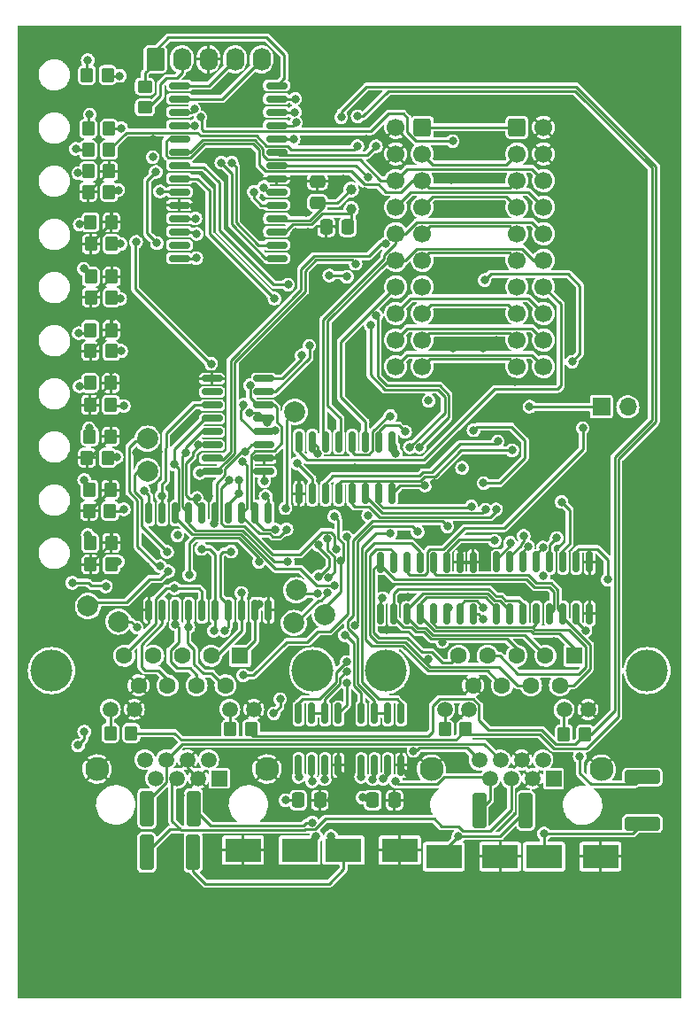
<source format=gbr>
%TF.GenerationSoftware,KiCad,Pcbnew,(6.0.1)*%
%TF.CreationDate,2022-02-14T21:44:02+00:00*%
%TF.ProjectId,module-io,6d6f6475-6c65-42d6-996f-2e6b69636164,rev?*%
%TF.SameCoordinates,Original*%
%TF.FileFunction,Copper,L4,Bot*%
%TF.FilePolarity,Positive*%
%FSLAX46Y46*%
G04 Gerber Fmt 4.6, Leading zero omitted, Abs format (unit mm)*
G04 Created by KiCad (PCBNEW (6.0.1)) date 2022-02-14 21:44:02*
%MOMM*%
%LPD*%
G01*
G04 APERTURE LIST*
G04 Aperture macros list*
%AMRoundRect*
0 Rectangle with rounded corners*
0 $1 Rounding radius*
0 $2 $3 $4 $5 $6 $7 $8 $9 X,Y pos of 4 corners*
0 Add a 4 corners polygon primitive as box body*
4,1,4,$2,$3,$4,$5,$6,$7,$8,$9,$2,$3,0*
0 Add four circle primitives for the rounded corners*
1,1,$1+$1,$2,$3*
1,1,$1+$1,$4,$5*
1,1,$1+$1,$6,$7*
1,1,$1+$1,$8,$9*
0 Add four rect primitives between the rounded corners*
20,1,$1+$1,$2,$3,$4,$5,0*
20,1,$1+$1,$4,$5,$6,$7,0*
20,1,$1+$1,$6,$7,$8,$9,0*
20,1,$1+$1,$8,$9,$2,$3,0*%
G04 Aperture macros list end*
%TA.AperFunction,SMDPad,CuDef*%
%ADD10RoundRect,0.250000X0.400000X1.450000X-0.400000X1.450000X-0.400000X-1.450000X0.400000X-1.450000X0*%
%TD*%
%TA.AperFunction,SMDPad,CuDef*%
%ADD11RoundRect,0.250000X1.450000X-0.400000X1.450000X0.400000X-1.450000X0.400000X-1.450000X-0.400000X0*%
%TD*%
%TA.AperFunction,SMDPad,CuDef*%
%ADD12R,3.500000X2.300000*%
%TD*%
%TA.AperFunction,ComponentPad*%
%ADD13C,4.000000*%
%TD*%
%TA.AperFunction,ComponentPad*%
%ADD14R,1.600000X1.600000*%
%TD*%
%TA.AperFunction,ComponentPad*%
%ADD15C,1.600000*%
%TD*%
%TA.AperFunction,ComponentPad*%
%ADD16R,1.500000X1.500000*%
%TD*%
%TA.AperFunction,ComponentPad*%
%ADD17C,1.500000*%
%TD*%
%TA.AperFunction,ComponentPad*%
%ADD18C,2.300000*%
%TD*%
%TA.AperFunction,ComponentPad*%
%ADD19RoundRect,0.250000X-0.620000X-0.845000X0.620000X-0.845000X0.620000X0.845000X-0.620000X0.845000X0*%
%TD*%
%TA.AperFunction,ComponentPad*%
%ADD20O,1.740000X2.190000*%
%TD*%
%TA.AperFunction,ComponentPad*%
%ADD21RoundRect,0.250000X-0.600000X-0.600000X0.600000X-0.600000X0.600000X0.600000X-0.600000X0.600000X0*%
%TD*%
%TA.AperFunction,ComponentPad*%
%ADD22C,1.700000*%
%TD*%
%TA.AperFunction,ComponentPad*%
%ADD23R,1.700000X1.700000*%
%TD*%
%TA.AperFunction,ComponentPad*%
%ADD24O,1.700000X1.700000*%
%TD*%
%TA.AperFunction,ComponentPad*%
%ADD25C,1.000000*%
%TD*%
%TA.AperFunction,SMDPad,CuDef*%
%ADD26RoundRect,0.250000X0.475000X-0.337500X0.475000X0.337500X-0.475000X0.337500X-0.475000X-0.337500X0*%
%TD*%
%TA.AperFunction,SMDPad,CuDef*%
%ADD27RoundRect,0.250000X0.337500X0.475000X-0.337500X0.475000X-0.337500X-0.475000X0.337500X-0.475000X0*%
%TD*%
%TA.AperFunction,SMDPad,CuDef*%
%ADD28RoundRect,0.250000X-0.337500X-0.475000X0.337500X-0.475000X0.337500X0.475000X-0.337500X0.475000X0*%
%TD*%
%TA.AperFunction,SMDPad,CuDef*%
%ADD29RoundRect,0.150000X0.875000X0.150000X-0.875000X0.150000X-0.875000X-0.150000X0.875000X-0.150000X0*%
%TD*%
%TA.AperFunction,ComponentPad*%
%ADD30RoundRect,0.250000X0.600000X0.600000X-0.600000X0.600000X-0.600000X-0.600000X0.600000X-0.600000X0*%
%TD*%
%TA.AperFunction,SMDPad,CuDef*%
%ADD31RoundRect,0.250000X0.350000X0.450000X-0.350000X0.450000X-0.350000X-0.450000X0.350000X-0.450000X0*%
%TD*%
%TA.AperFunction,SMDPad,CuDef*%
%ADD32RoundRect,0.250000X-0.350000X-0.450000X0.350000X-0.450000X0.350000X0.450000X-0.350000X0.450000X0*%
%TD*%
%TA.AperFunction,SMDPad,CuDef*%
%ADD33RoundRect,0.250000X0.450000X-0.350000X0.450000X0.350000X-0.450000X0.350000X-0.450000X-0.350000X0*%
%TD*%
%TA.AperFunction,SMDPad,CuDef*%
%ADD34C,2.000000*%
%TD*%
%TA.AperFunction,SMDPad,CuDef*%
%ADD35RoundRect,0.150000X-0.150000X0.825000X-0.150000X-0.825000X0.150000X-0.825000X0.150000X0.825000X0*%
%TD*%
%TA.AperFunction,SMDPad,CuDef*%
%ADD36RoundRect,0.150000X0.150000X-0.825000X0.150000X0.825000X-0.150000X0.825000X-0.150000X-0.825000X0*%
%TD*%
%TA.AperFunction,SMDPad,CuDef*%
%ADD37RoundRect,0.150000X-0.825000X-0.150000X0.825000X-0.150000X0.825000X0.150000X-0.825000X0.150000X0*%
%TD*%
%TA.AperFunction,SMDPad,CuDef*%
%ADD38RoundRect,0.150000X0.150000X-0.875000X0.150000X0.875000X-0.150000X0.875000X-0.150000X-0.875000X0*%
%TD*%
%TA.AperFunction,ViaPad*%
%ADD39C,0.800000*%
%TD*%
%TA.AperFunction,Conductor*%
%ADD40C,0.250000*%
%TD*%
G04 APERTURE END LIST*
D10*
%TO.P,F4,1*%
%TO.N,/Bus Comms/DMX_A*%
X171850000Y-99800000D03*
%TO.P,F4,2*%
%TO.N,Net-(F4-Pad2)*%
X167400000Y-99800000D03*
%TD*%
D11*
%TO.P,F3,1*%
%TO.N,/Bus Comms/DMX_B*%
X183000000Y-101050000D03*
%TO.P,F3,2*%
%TO.N,Net-(F3-Pad2)*%
X183000000Y-96600000D03*
%TD*%
D10*
%TO.P,F2,1*%
%TO.N,/Bus Comms/DATA_A*%
X140025000Y-103800000D03*
%TO.P,F2,2*%
%TO.N,Net-(F2-Pad2)*%
X135575000Y-103800000D03*
%TD*%
%TO.P,F1,1*%
%TO.N,/Bus Comms/DATA_B*%
X140050000Y-99600000D03*
%TO.P,F1,2*%
%TO.N,Net-(F1-Pad2)*%
X135600000Y-99600000D03*
%TD*%
D12*
%TO.P,D28,1,A1*%
%TO.N,0*%
X179000000Y-104200000D03*
%TO.P,D28,2,A2*%
%TO.N,/Bus Comms/DMX_B*%
X173600000Y-104200000D03*
%TD*%
%TO.P,D27,1,A1*%
%TO.N,0*%
X144800000Y-103600000D03*
%TO.P,D27,2,A2*%
%TO.N,/Bus Comms/DATA_B*%
X150200000Y-103600000D03*
%TD*%
%TO.P,D26,1,A1*%
%TO.N,0*%
X169400000Y-104200000D03*
%TO.P,D26,2,A2*%
%TO.N,/Bus Comms/DMX_A*%
X164000000Y-104200000D03*
%TD*%
%TO.P,D25,1,A1*%
%TO.N,0*%
X159800000Y-103600000D03*
%TO.P,D25,2,A2*%
%TO.N,/Bus Comms/DATA_A*%
X154400000Y-103600000D03*
%TD*%
D13*
%TO.P,J4,0*%
%TO.N,N/C*%
X126460000Y-86420000D03*
X151460000Y-86420000D03*
D14*
%TO.P,J4,1,1*%
%TO.N,/inputs/I0*%
X144500000Y-85000000D03*
D15*
%TO.P,J4,2,2*%
%TO.N,/inputs/I1*%
X141730000Y-85000000D03*
%TO.P,J4,3,3*%
%TO.N,/inputs/I2*%
X138960000Y-85000000D03*
%TO.P,J4,4,4*%
%TO.N,/inputs/I3*%
X136190000Y-85000000D03*
%TO.P,J4,5,5*%
%TO.N,/inputs/I4*%
X133420000Y-85000000D03*
%TO.P,J4,6,6*%
%TO.N,/inputs/I5*%
X143115000Y-87840000D03*
%TO.P,J4,7,7*%
%TO.N,/inputs/I6*%
X140345000Y-87840000D03*
%TO.P,J4,8,8*%
%TO.N,/inputs/I7*%
X137575000Y-87840000D03*
%TO.P,J4,9,9*%
%TO.N,0*%
X134805000Y-87840000D03*
%TD*%
D13*
%TO.P,J5,0*%
%TO.N,N/C*%
X158460000Y-86420000D03*
X183460000Y-86420000D03*
D14*
%TO.P,J5,1,1*%
%TO.N,/Outputs/QA0*%
X176500000Y-85000000D03*
D15*
%TO.P,J5,2,2*%
%TO.N,/Outputs/QA1*%
X173730000Y-85000000D03*
%TO.P,J5,3,3*%
%TO.N,/Outputs/QA2*%
X170960000Y-85000000D03*
%TO.P,J5,4,4*%
%TO.N,/Outputs/QA3*%
X168190000Y-85000000D03*
%TO.P,J5,5,5*%
%TO.N,/Outputs/QA4*%
X165420000Y-85000000D03*
%TO.P,J5,6,6*%
%TO.N,/Outputs/QA5*%
X175115000Y-87840000D03*
%TO.P,J5,7,7*%
%TO.N,/Outputs/QA6*%
X172345000Y-87840000D03*
%TO.P,J5,8,8*%
%TO.N,/Outputs/QA7*%
X169575000Y-87840000D03*
%TO.P,J5,9,9*%
%TO.N,0*%
X166805000Y-87840000D03*
%TD*%
D16*
%TO.P,J6,1*%
%TO.N,/Bus Comms/+VBUS*%
X142515000Y-96715000D03*
D17*
%TO.P,J6,2*%
X141499000Y-94935000D03*
%TO.P,J6,3*%
%TO.N,0*%
X140483000Y-96715000D03*
%TO.P,J6,4*%
X139467000Y-94935000D03*
%TO.P,J6,5*%
%TO.N,Net-(F2-Pad2)*%
X138451000Y-96715000D03*
%TO.P,J6,6*%
%TO.N,Net-(F1-Pad2)*%
X137435000Y-94935000D03*
%TO.P,J6,7*%
%TO.N,Net-(F4-Pad2)*%
X136419000Y-96715000D03*
%TO.P,J6,8*%
%TO.N,Net-(F3-Pad2)*%
X135403000Y-94935000D03*
%TO.P,J6,9*%
%TO.N,0*%
X145815000Y-90115000D03*
%TO.P,J6,10*%
%TO.N,/Bus Comms/IN_LINK*%
X143525000Y-90115000D03*
%TO.P,J6,11*%
%TO.N,0*%
X134385000Y-90115000D03*
%TO.P,J6,12*%
%TO.N,/Bus Comms/IN_ACT*%
X132095000Y-90115000D03*
D18*
%TO.P,J6,SH*%
%TO.N,0*%
X130825000Y-95825000D03*
X147085000Y-95825000D03*
%TD*%
D16*
%TO.P,J7,1*%
%TO.N,/Bus Comms/+VBUS*%
X174500000Y-96750000D03*
D17*
%TO.P,J7,2*%
X173484000Y-94970000D03*
%TO.P,J7,3*%
%TO.N,0*%
X172468000Y-96750000D03*
%TO.P,J7,4*%
X171452000Y-94970000D03*
%TO.P,J7,5*%
%TO.N,Net-(F2-Pad2)*%
X170436000Y-96750000D03*
%TO.P,J7,6*%
%TO.N,Net-(F1-Pad2)*%
X169420000Y-94970000D03*
%TO.P,J7,7*%
%TO.N,Net-(F4-Pad2)*%
X168404000Y-96750000D03*
%TO.P,J7,8*%
%TO.N,Net-(F3-Pad2)*%
X167388000Y-94970000D03*
%TO.P,J7,9*%
%TO.N,0*%
X177800000Y-90150000D03*
%TO.P,J7,10*%
%TO.N,/Bus Comms/OUT_LINK*%
X175510000Y-90150000D03*
%TO.P,J7,11*%
%TO.N,0*%
X166370000Y-90150000D03*
%TO.P,J7,12*%
%TO.N,/Bus Comms/OUT_ACT*%
X164080000Y-90150000D03*
D18*
%TO.P,J7,SH*%
%TO.N,0*%
X179070000Y-95860000D03*
X162810000Y-95860000D03*
%TD*%
D19*
%TO.P,J8,1,Pin_1*%
%TO.N,/Processing/MCL*%
X136398000Y-28000000D03*
D20*
%TO.P,J8,2,Pin_2*%
%TO.N,+3V3*%
X138938000Y-28000000D03*
%TO.P,J8,3,Pin_3*%
%TO.N,0*%
X141478000Y-28000000D03*
%TO.P,J8,4,Pin_4*%
%TO.N,/Processing/ICD*%
X144018000Y-28000000D03*
%TO.P,J8,5,Pin_5*%
%TO.N,/Processing/ICC*%
X146558000Y-28000000D03*
%TD*%
D21*
%TO.P,J10,1,Pin_1*%
%TO.N,+3V3*%
X171000000Y-34500000D03*
D22*
%TO.P,J10,2,Pin_2*%
%TO.N,0*%
X173540000Y-34500000D03*
%TO.P,J10,3,Pin_3*%
%TO.N,+5V*%
X171000000Y-37040000D03*
%TO.P,J10,4,Pin_4*%
%TO.N,0*%
X173540000Y-37040000D03*
%TO.P,J10,5,Pin_5*%
%TO.N,/Backplane/TX*%
X171000000Y-39580000D03*
%TO.P,J10,6,Pin_6*%
%TO.N,/Backplane/RX*%
X173540000Y-39580000D03*
%TO.P,J10,7,Pin_7*%
%TO.N,/Backplane/SCL*%
X171000000Y-42120000D03*
%TO.P,J10,8,Pin_8*%
%TO.N,/Backplane/SDA*%
X173540000Y-42120000D03*
%TO.P,J10,9,Pin_9*%
%TO.N,/Backplane/CKI*%
X171000000Y-44660000D03*
%TO.P,J10,10,Pin_10*%
%TO.N,/Backplane/CKO*%
X173540000Y-44660000D03*
%TO.P,J10,11,Pin_11*%
%TO.N,/Backplane/LATI*%
X171000000Y-47200000D03*
%TO.P,J10,12,Pin_12*%
%TO.N,/Backplane/LATO*%
X173540000Y-47200000D03*
%TO.P,J10,13,Pin_13*%
%TO.N,/Backplane/IN_DO*%
X171000000Y-49740000D03*
%TO.P,J10,14,Pin_14*%
%TO.N,/Backplane/OUT_DO*%
X173540000Y-49740000D03*
%TO.P,J10,15,Pin_15*%
%TO.N,/Backplane/RESET*%
X171000000Y-52280000D03*
%TO.P,J10,16,Pin_16*%
%TO.N,/Backplane/IRQ*%
X173540000Y-52280000D03*
%TO.P,J10,17,Pin_17*%
%TO.N,/Backplane/ID_RET*%
X171000000Y-54820000D03*
%TO.P,J10,18,Pin_18*%
%TO.N,/Backplane/DA_IRET*%
X173540000Y-54820000D03*
%TO.P,J10,19,Pin_19*%
%TO.N,/Backplane/HBEAT*%
X171000000Y-57360000D03*
%TO.P,J10,20,Pin_20*%
%TO.N,Net-(J10-Pad20)*%
X173540000Y-57360000D03*
%TD*%
D23*
%TO.P,J11,1,Pin_1*%
%TO.N,Net-(J10-Pad20)*%
X179070000Y-61214000D03*
D24*
%TO.P,J11,2,Pin_2*%
%TO.N,Net-(J11-Pad2)*%
X181610000Y-61214000D03*
%TD*%
D25*
%TO.P,Y1,1,1*%
%TO.N,/Processing/SOSCI*%
X155125000Y-42325000D03*
%TO.P,Y1,2,2*%
%TO.N,/Processing/SOSCO*%
X155125000Y-40425000D03*
%TD*%
D26*
%TO.P,C1,1*%
%TO.N,/Processing/SOSCO*%
X151925000Y-41725000D03*
%TO.P,C1,2*%
%TO.N,0*%
X151925000Y-39650000D03*
%TD*%
D27*
%TO.P,C2,1*%
%TO.N,/Processing/SOSCI*%
X154825000Y-44000000D03*
%TO.P,C2,2*%
%TO.N,0*%
X152750000Y-44000000D03*
%TD*%
D28*
%TO.P,C3,2*%
%TO.N,0*%
X152146000Y-98806000D03*
%TO.P,C3,1*%
%TO.N,+3V3*%
X150071000Y-98806000D03*
%TD*%
%TO.P,C4,1*%
%TO.N,+3V3*%
X157204500Y-98806000D03*
%TO.P,C4,2*%
%TO.N,0*%
X159279500Y-98806000D03*
%TD*%
D29*
%TO.P,IC1,1,VPP/~{MCLR}/RE3*%
%TO.N,/Processing/MCL*%
X148000000Y-30500000D03*
%TO.P,IC1,2,SEG0/RA0*%
%TO.N,Net-(IC1-Pad2)*%
X148000000Y-31770000D03*
%TO.P,IC1,3,SEG1/RA1*%
%TO.N,/Processing/LED_SYS1*%
X148000000Y-33040000D03*
%TO.P,IC1,4,SEG2/RA2*%
%TO.N,/Processing/LED_SYS2*%
X148000000Y-34310000D03*
%TO.P,IC1,5,SEG3/RA3*%
%TO.N,/Processing/LED_SYS3*%
X148000000Y-35580000D03*
%TO.P,IC1,6,COM0/SEG4/RA4*%
%TO.N,/Processing/IO1*%
X148000000Y-36850000D03*
%TO.P,IC1,7,VBAT/RA5*%
%TO.N,Net-(BT1-Pad1)*%
X148000000Y-38120000D03*
%TO.P,IC1,8,VSS_1*%
%TO.N,0*%
X148000000Y-39390000D03*
%TO.P,IC1,9,SEG7/RA7*%
%TO.N,/Bus Comms/ACT_LED*%
X148000000Y-40660000D03*
%TO.P,IC1,10,SEG6/RA6*%
%TO.N,/Bus Comms/LINK_LED*%
X148000000Y-41930000D03*
%TO.P,IC1,11,RC0*%
%TO.N,/Processing/SOSCO*%
X148000000Y-43200000D03*
%TO.P,IC1,12,RC1*%
%TO.N,/Processing/SOSCI*%
X148000000Y-44470000D03*
%TO.P,IC1,13,COM2/SEG18/RC2*%
%TO.N,/Processing/SDO*%
X148000000Y-45740000D03*
%TO.P,IC1,14,SEG19/RC3*%
%TO.N,/Processing/SCK*%
X148000000Y-47010000D03*
%TO.P,IC1,15,RC4/SEG20*%
%TO.N,/Processing/SDI*%
X138700000Y-47010000D03*
%TO.P,IC1,16,VLCD3*%
%TO.N,unconnected-(IC1-Pad16)*%
X138700000Y-45740000D03*
%TO.P,IC1,17,RC6/VLCD2/COM5/SEG22*%
%TO.N,/Backplane/SCL*%
X138700000Y-44470000D03*
%TO.P,IC1,18,RC7/VLCD1/COM4/SEG23*%
%TO.N,/Backplane/SDA*%
X138700000Y-43200000D03*
%TO.P,IC1,19,VSS_2*%
%TO.N,0*%
X138700000Y-41930000D03*
%TO.P,IC1,20,VDD*%
%TO.N,+3V3*%
X138700000Y-40660000D03*
%TO.P,IC1,21,RB0/SEG8*%
%TO.N,/Processing/U1TX*%
X138700000Y-39390000D03*
%TO.P,IC1,22,RB1/SEG9*%
%TO.N,/Processing/U1RX*%
X138700000Y-38120000D03*
%TO.P,IC1,23,RB2/CFLY1/COM7/SEG10*%
%TO.N,/Backplane/RX*%
X138700000Y-36850000D03*
%TO.P,IC1,24,RB3/CFLY2/COM6/SEG11*%
%TO.N,/Backplane/TX*%
X138700000Y-35580000D03*
%TO.P,IC1,25,RB4/COM0*%
%TO.N,/Processing/IO4*%
X138700000Y-34310000D03*
%TO.P,IC1,26,RB5/COM1/SEG13*%
%TO.N,/Processing/IO5*%
X138700000Y-33040000D03*
%TO.P,IC1,27,RB6/ICSPCLK/SEG14*%
%TO.N,/Processing/ICC*%
X138700000Y-31770000D03*
%TO.P,IC1,28,RB7/ICSPDAT/SEG15*%
%TO.N,/Processing/ICD*%
X138700000Y-30500000D03*
%TD*%
D30*
%TO.P,J9,1,Pin_1*%
%TO.N,+3V3*%
X161940000Y-34500000D03*
D22*
%TO.P,J9,2,Pin_2*%
%TO.N,0*%
X159400000Y-34500000D03*
%TO.P,J9,3,Pin_3*%
%TO.N,+5V*%
X161940000Y-37040000D03*
%TO.P,J9,4,Pin_4*%
%TO.N,0*%
X159400000Y-37040000D03*
%TO.P,J9,5,Pin_5*%
%TO.N,/Backplane/TX*%
X161940000Y-39580000D03*
%TO.P,J9,6,Pin_6*%
%TO.N,/Backplane/RX*%
X159400000Y-39580000D03*
%TO.P,J9,7,Pin_7*%
%TO.N,/Backplane/SCL*%
X161940000Y-42120000D03*
%TO.P,J9,8,Pin_8*%
%TO.N,/Backplane/SDA*%
X159400000Y-42120000D03*
%TO.P,J9,9,Pin_9*%
%TO.N,/Backplane/CKI*%
X161940000Y-44660000D03*
%TO.P,J9,10,Pin_10*%
%TO.N,/Backplane/CKO*%
X159400000Y-44660000D03*
%TO.P,J9,11,Pin_11*%
%TO.N,/Backplane/LATI*%
X161940000Y-47200000D03*
%TO.P,J9,12,Pin_12*%
%TO.N,/Backplane/LATO*%
X159400000Y-47200000D03*
%TO.P,J9,13,Pin_13*%
%TO.N,/Backplane/IN_DI*%
X161940000Y-49740000D03*
%TO.P,J9,14,Pin_14*%
%TO.N,/Backplane/OUT_DI*%
X159400000Y-49740000D03*
%TO.P,J9,15,Pin_15*%
%TO.N,/Backplane/RESET*%
X161940000Y-52280000D03*
%TO.P,J9,16,Pin_16*%
%TO.N,/Backplane/IRQ*%
X159400000Y-52280000D03*
%TO.P,J9,17,Pin_17*%
%TO.N,/Backplane/ID_RET*%
X161940000Y-54820000D03*
%TO.P,J9,18,Pin_18*%
%TO.N,/Backplane/DA_IRET*%
X159400000Y-54820000D03*
%TO.P,J9,19,Pin_19*%
%TO.N,/Backplane/HBEAT*%
X161940000Y-57360000D03*
%TO.P,J9,20,Pin_20*%
%TO.N,Net-(J10-Pad20)*%
X159400000Y-57360000D03*
%TD*%
D31*
%TO.P,R1,1*%
%TO.N,Net-(D1-Pad2)*%
X131850000Y-29500000D03*
%TO.P,R1,2*%
%TO.N,+3V3*%
X129850000Y-29500000D03*
%TD*%
%TO.P,R3,1*%
%TO.N,Net-(D2-Pad2)*%
X131975000Y-34625000D03*
%TO.P,R3,2*%
%TO.N,+3V3*%
X129975000Y-34625000D03*
%TD*%
%TO.P,R7,1*%
%TO.N,/Backplane/ID_RET*%
X131975000Y-36650000D03*
%TO.P,R7,2*%
%TO.N,/Outputs/ID_SW_0V*%
X129975000Y-36650000D03*
%TD*%
D32*
%TO.P,R8,1*%
%TO.N,Net-(D5-Pad1)*%
X130200000Y-43575000D03*
%TO.P,R8,2*%
%TO.N,0*%
X132200000Y-43575000D03*
%TD*%
%TO.P,R9,1*%
%TO.N,Net-(D6-Pad1)*%
X130225000Y-48775000D03*
%TO.P,R9,2*%
%TO.N,0*%
X132225000Y-48775000D03*
%TD*%
%TO.P,R10,1*%
%TO.N,Net-(D7-Pad1)*%
X130200000Y-53875000D03*
%TO.P,R10,2*%
%TO.N,0*%
X132200000Y-53875000D03*
%TD*%
%TO.P,R11,1*%
%TO.N,Net-(D8-Pad1)*%
X130150000Y-58925000D03*
%TO.P,R11,2*%
%TO.N,0*%
X132150000Y-58925000D03*
%TD*%
%TO.P,R12,1*%
%TO.N,Net-(D9-Pad1)*%
X130125000Y-64050000D03*
%TO.P,R12,2*%
%TO.N,0*%
X132125000Y-64050000D03*
%TD*%
%TO.P,R13,1*%
%TO.N,Net-(D10-Pad1)*%
X130100000Y-69150000D03*
%TO.P,R13,2*%
%TO.N,0*%
X132100000Y-69150000D03*
%TD*%
%TO.P,R15,1*%
%TO.N,Net-(D11-Pad1)*%
X130175000Y-74225000D03*
%TO.P,R15,2*%
%TO.N,0*%
X132175000Y-74225000D03*
%TD*%
D31*
%TO.P,R17,1*%
%TO.N,Net-(D12-Pad2)*%
X131975000Y-40675000D03*
%TO.P,R17,2*%
%TO.N,0*%
X129975000Y-40675000D03*
%TD*%
%TO.P,R18,1*%
%TO.N,Net-(D13-Pad2)*%
X132225000Y-45650000D03*
%TO.P,R18,2*%
%TO.N,0*%
X130225000Y-45650000D03*
%TD*%
%TO.P,R19,1*%
%TO.N,Net-(D14-Pad2)*%
X132225000Y-50750000D03*
%TO.P,R19,2*%
%TO.N,0*%
X130225000Y-50750000D03*
%TD*%
%TO.P,R20,1*%
%TO.N,Net-(D15-Pad2)*%
X132200000Y-55875000D03*
%TO.P,R20,2*%
%TO.N,0*%
X130200000Y-55875000D03*
%TD*%
%TO.P,R21,1*%
%TO.N,Net-(D16-Pad2)*%
X132150000Y-61025000D03*
%TO.P,R21,2*%
%TO.N,0*%
X130150000Y-61025000D03*
%TD*%
%TO.P,R22,1*%
%TO.N,Net-(D17-Pad2)*%
X131850000Y-66075000D03*
%TO.P,R22,2*%
%TO.N,0*%
X129850000Y-66075000D03*
%TD*%
%TO.P,R23,1*%
%TO.N,Net-(D18-Pad2)*%
X132075000Y-71150000D03*
%TO.P,R23,2*%
%TO.N,0*%
X130075000Y-71150000D03*
%TD*%
%TO.P,R24,1*%
%TO.N,Net-(D19-Pad2)*%
X132200000Y-76275000D03*
%TO.P,R24,2*%
%TO.N,0*%
X130200000Y-76275000D03*
%TD*%
D32*
%TO.P,R25,1*%
%TO.N,/Bus Comms/IN_LINK*%
X143550000Y-92050000D03*
%TO.P,R25,2*%
%TO.N,/Bus Comms/LINK_LED*%
X145550000Y-92050000D03*
%TD*%
%TO.P,R27,1*%
%TO.N,/Bus Comms/IN_ACT*%
X132100000Y-92400000D03*
%TO.P,R27,2*%
%TO.N,/Bus Comms/ACT_LED*%
X134100000Y-92400000D03*
%TD*%
%TO.P,R28,1*%
%TO.N,/Bus Comms/OUT_ACT*%
X164100000Y-92050000D03*
%TO.P,R28,2*%
%TO.N,/Bus Comms/ACT_LED*%
X166100000Y-92050000D03*
%TD*%
D33*
%TO.P,R29,1*%
%TO.N,+3V3*%
X135400000Y-32600000D03*
%TO.P,R29,2*%
%TO.N,/Processing/MCL*%
X135400000Y-30600000D03*
%TD*%
D34*
%TO.P,TP12,1,1*%
%TO.N,Net-(D21-Pad1)*%
X132875000Y-81750000D03*
%TD*%
%TO.P,TP14,1,1*%
%TO.N,Net-(D21-Pad2)*%
X129950000Y-80250000D03*
%TD*%
%TO.P,TP15,1,1*%
%TO.N,Net-(D22-Pad1)*%
X135636000Y-64262000D03*
%TD*%
%TO.P,TP16,1,1*%
%TO.N,Net-(D22-Pad2)*%
X135636000Y-67375000D03*
%TD*%
%TO.P,TP18,1,1*%
%TO.N,Net-(D23-Pad2)*%
X149860000Y-78740000D03*
%TD*%
%TO.P,TP19,1,1*%
%TO.N,Net-(D24-Pad1)*%
X149650000Y-81875000D03*
%TD*%
D35*
%TO.P,U1,1,RO*%
%TO.N,/Bus Comms/DATA_mRX*%
X150095000Y-90525000D03*
%TO.P,U1,2,~{RE}*%
%TO.N,/Bus Comms/DATA_TXEN*%
X151365000Y-90525000D03*
%TO.P,U1,3,DE*%
X152635000Y-90525000D03*
%TO.P,U1,4,DI*%
%TO.N,/Bus Comms/DATA_mTX*%
X153905000Y-90525000D03*
%TO.P,U1,5,GND*%
%TO.N,0*%
X153905000Y-95475000D03*
%TO.P,U1,6,A*%
%TO.N,/Bus Comms/DATA_A*%
X152635000Y-95475000D03*
%TO.P,U1,7,B*%
%TO.N,/Bus Comms/DATA_B*%
X151365000Y-95475000D03*
%TO.P,U1,8,VCC*%
%TO.N,+3V3*%
X150095000Y-95475000D03*
%TD*%
%TO.P,U2,1,RO*%
%TO.N,/Bus Comms/DMX_mRX*%
X156095000Y-90525000D03*
%TO.P,U2,2,~{RE}*%
%TO.N,/Bus Comms/DMX_TXEN*%
X157365000Y-90525000D03*
%TO.P,U2,3,DE*%
X158635000Y-90525000D03*
%TO.P,U2,4,DI*%
%TO.N,/Bus Comms/DMX_mTX*%
X159905000Y-90525000D03*
%TO.P,U2,5,GND*%
%TO.N,0*%
X159905000Y-95475000D03*
%TO.P,U2,6,A*%
%TO.N,/Bus Comms/DMX_A*%
X158635000Y-95475000D03*
%TO.P,U2,7,B*%
%TO.N,/Bus Comms/DMX_B*%
X157365000Y-95475000D03*
%TO.P,U2,8,VCC*%
%TO.N,+3V3*%
X156095000Y-95475000D03*
%TD*%
%TO.P,U3,1,I1*%
%TO.N,Net-(U3-Pad1)*%
X169055000Y-76025000D03*
%TO.P,U3,2,I2*%
%TO.N,Net-(U3-Pad2)*%
X170325000Y-76025000D03*
%TO.P,U3,3,I3*%
%TO.N,Net-(U3-Pad3)*%
X171595000Y-76025000D03*
%TO.P,U3,4,I4*%
%TO.N,Net-(U3-Pad4)*%
X172865000Y-76025000D03*
%TO.P,U3,5,I5*%
%TO.N,Net-(U3-Pad5)*%
X174135000Y-76025000D03*
%TO.P,U3,6,I6*%
%TO.N,Net-(U3-Pad6)*%
X175405000Y-76025000D03*
%TO.P,U3,7,I7*%
%TO.N,Net-(TP10-Pad1)*%
X176675000Y-76025000D03*
%TO.P,U3,8,GND*%
%TO.N,0*%
X177945000Y-76025000D03*
%TO.P,U3,9,COM*%
X177945000Y-80975000D03*
%TO.P,U3,10,O7*%
%TO.N,Net-(TP11-Pad1)*%
X176675000Y-80975000D03*
%TO.P,U3,11,O6*%
%TO.N,/Outputs/QA5*%
X175405000Y-80975000D03*
%TO.P,U3,12,O5*%
%TO.N,/Outputs/QA4*%
X174135000Y-80975000D03*
%TO.P,U3,13,O4*%
%TO.N,/Outputs/QA3*%
X172865000Y-80975000D03*
%TO.P,U3,14,O3*%
%TO.N,/Outputs/QA2*%
X171595000Y-80975000D03*
%TO.P,U3,15,O2*%
%TO.N,/Outputs/QA1*%
X170325000Y-80975000D03*
%TO.P,U3,16,O1*%
%TO.N,/Outputs/QA0*%
X169055000Y-80975000D03*
%TD*%
D36*
%TO.P,U4,1,QB*%
%TO.N,Net-(R35-Pad1)*%
X159040000Y-69500000D03*
%TO.P,U4,2,QC*%
%TO.N,Net-(U4-Pad2)*%
X157770000Y-69500000D03*
%TO.P,U4,3,QD*%
%TO.N,Net-(U4-Pad3)*%
X156500000Y-69500000D03*
%TO.P,U4,4,QE*%
%TO.N,Net-(U4-Pad4)*%
X155230000Y-69500000D03*
%TO.P,U4,5,QF*%
%TO.N,Net-(U4-Pad5)*%
X153960000Y-69500000D03*
%TO.P,U4,6,QG*%
%TO.N,Net-(U4-Pad6)*%
X152690000Y-69500000D03*
%TO.P,U4,7,QH*%
%TO.N,/Outputs/LATI_EN*%
X151420000Y-69500000D03*
%TO.P,U4,8,GND*%
%TO.N,0*%
X150150000Y-69500000D03*
%TO.P,U4,9,QH'*%
%TO.N,/Backplane/OUT_DO*%
X150150000Y-64550000D03*
%TO.P,U4,10,~{SRCLR}*%
%TO.N,Net-(Q9-Pad3)*%
X151420000Y-64550000D03*
%TO.P,U4,11,SRCLK*%
%TO.N,/Backplane/CKO*%
X152690000Y-64550000D03*
%TO.P,U4,12,RCLK*%
%TO.N,/Backplane/LATO*%
X153960000Y-64550000D03*
%TO.P,U4,13,~{OE}*%
%TO.N,/Outputs/_OUT_OE*%
X155230000Y-64550000D03*
%TO.P,U4,14,SER*%
%TO.N,/Backplane/OUT_DI*%
X156500000Y-64550000D03*
%TO.P,U4,15,QA*%
%TO.N,Net-(R34-Pad1)*%
X157770000Y-64550000D03*
%TO.P,U4,16,VCC*%
%TO.N,+3V3*%
X159040000Y-64550000D03*
%TD*%
D35*
%TO.P,U6,1,X4*%
%TO.N,/Outputs/QA4*%
X157920000Y-76050000D03*
%TO.P,U6,2,X6*%
%TO.N,/Outputs/QA6*%
X159190000Y-76050000D03*
%TO.P,U6,3,X*%
%TO.N,/Backplane/DA_IRET*%
X160460000Y-76050000D03*
%TO.P,U6,4,X7*%
%TO.N,/Outputs/QA7*%
X161730000Y-76050000D03*
%TO.P,U6,5,X5*%
%TO.N,/Outputs/QA5*%
X163000000Y-76050000D03*
%TO.P,U6,6,Inh*%
%TO.N,/Outputs/ANA_AINH*%
X164270000Y-76050000D03*
%TO.P,U6,7,VEE*%
%TO.N,0*%
X165540000Y-76050000D03*
%TO.P,U6,8,VSS*%
X166810000Y-76050000D03*
%TO.P,U6,9,C*%
%TO.N,Net-(U4-Pad4)*%
X166810000Y-81000000D03*
%TO.P,U6,10,B*%
%TO.N,Net-(U4-Pad3)*%
X165540000Y-81000000D03*
%TO.P,U6,11,A*%
%TO.N,Net-(U4-Pad2)*%
X164270000Y-81000000D03*
%TO.P,U6,12,X3*%
%TO.N,/Outputs/QA3*%
X163000000Y-81000000D03*
%TO.P,U6,13,X0*%
%TO.N,/Outputs/QA0*%
X161730000Y-81000000D03*
%TO.P,U6,14,X1*%
%TO.N,/Outputs/QA1*%
X160460000Y-81000000D03*
%TO.P,U6,15,X2*%
%TO.N,/Outputs/QA2*%
X159190000Y-81000000D03*
%TO.P,U6,16,VDD*%
%TO.N,+3V3*%
X157920000Y-81000000D03*
%TD*%
D37*
%TO.P,U8,1,~{PL}*%
%TO.N,/inputs/LAT*%
X141825000Y-67395000D03*
%TO.P,U8,2,CP*%
%TO.N,/Backplane/CKI*%
X141825000Y-66125000D03*
%TO.P,U8,3,D4*%
%TO.N,/inputs/LI4*%
X141825000Y-64855000D03*
%TO.P,U8,4,D5*%
%TO.N,/inputs/LI5*%
X141825000Y-63585000D03*
%TO.P,U8,5,D6*%
%TO.N,/inputs/LI6*%
X141825000Y-62315000D03*
%TO.P,U8,6,D7*%
%TO.N,/inputs/LI7*%
X141825000Y-61045000D03*
%TO.P,U8,7,~{Q7}*%
%TO.N,/inputs/nOUT*%
X141825000Y-59775000D03*
%TO.P,U8,8,GND*%
%TO.N,0*%
X141825000Y-58505000D03*
%TO.P,U8,9,Q7*%
%TO.N,/Backplane/IN_DO*%
X146775000Y-58505000D03*
%TO.P,U8,10,DS*%
%TO.N,/Backplane/IN_DI*%
X146775000Y-59775000D03*
%TO.P,U8,11,D0*%
%TO.N,/Processing/LED_SYS1*%
X146775000Y-61045000D03*
%TO.P,U8,12,D1*%
%TO.N,/Processing/LED_SYS2*%
X146775000Y-62315000D03*
%TO.P,U8,13,D2*%
%TO.N,/Processing/LED_SYS3*%
X146775000Y-63585000D03*
%TO.P,U8,14,D3*%
%TO.N,/inputs/LI3*%
X146775000Y-64855000D03*
%TO.P,U8,15,~{CE}*%
%TO.N,0*%
X146775000Y-66125000D03*
%TO.P,U8,16,VCC*%
%TO.N,+3V3*%
X146775000Y-67395000D03*
%TD*%
D32*
%TO.P,R26,1*%
%TO.N,/Bus Comms/OUT_LINK*%
X175500000Y-92500000D03*
%TO.P,R26,2*%
%TO.N,/Bus Comms/LINK_LED*%
X177500000Y-92500000D03*
%TD*%
D38*
%TO.P,U7,1,OE*%
%TO.N,0*%
X147215000Y-80650000D03*
%TO.P,U7,2,D0*%
%TO.N,/inputs/I0*%
X145945000Y-80650000D03*
%TO.P,U7,3,D1*%
%TO.N,/inputs/I1*%
X144675000Y-80650000D03*
%TO.P,U7,4,D2*%
%TO.N,/inputs/I2*%
X143405000Y-80650000D03*
%TO.P,U7,5,D3*%
%TO.N,/inputs/I3*%
X142135000Y-80650000D03*
%TO.P,U7,6,D4*%
%TO.N,/inputs/I4*%
X140865000Y-80650000D03*
%TO.P,U7,7,D5*%
%TO.N,/inputs/I5*%
X139595000Y-80650000D03*
%TO.P,U7,8,D6*%
%TO.N,/inputs/I6*%
X138325000Y-80650000D03*
%TO.P,U7,9,D7*%
%TO.N,/inputs/I7*%
X137055000Y-80650000D03*
%TO.P,U7,10,GND*%
%TO.N,0*%
X135785000Y-80650000D03*
%TO.P,U7,11,Load*%
%TO.N,/inputs/LAT*%
X135785000Y-71350000D03*
%TO.P,U7,12,Q7*%
%TO.N,/inputs/LI7*%
X137055000Y-71350000D03*
%TO.P,U7,13,Q6*%
%TO.N,/inputs/LI6*%
X138325000Y-71350000D03*
%TO.P,U7,14,Q5*%
%TO.N,/inputs/LI5*%
X139595000Y-71350000D03*
%TO.P,U7,15,Q4*%
%TO.N,/inputs/LI4*%
X140865000Y-71350000D03*
%TO.P,U7,16,Q3*%
%TO.N,/inputs/LI3*%
X142135000Y-71350000D03*
%TO.P,U7,17,Q2*%
%TO.N,/Processing/LED_SYS3*%
X143405000Y-71350000D03*
%TO.P,U7,18,Q1*%
%TO.N,/Processing/LED_SYS2*%
X144675000Y-71350000D03*
%TO.P,U7,19,Q0*%
%TO.N,/Processing/LED_SYS1*%
X145945000Y-71350000D03*
%TO.P,U7,20,VCC*%
%TO.N,+3V3*%
X147215000Y-71350000D03*
%TD*%
D34*
%TO.P,TP20,1,1*%
%TO.N,Net-(D24-Pad2)*%
X152600000Y-81075000D03*
%TD*%
%TO.P,TP17,1,1*%
%TO.N,Net-(D23-Pad1)*%
X149750000Y-61700000D03*
%TD*%
D32*
%TO.P,R6,1*%
%TO.N,Net-(D4-Pad1)*%
X129975000Y-38700000D03*
%TO.P,R6,2*%
%TO.N,0*%
X131975000Y-38700000D03*
%TD*%
D39*
%TO.N,0*%
X180600000Y-106200000D03*
X177400000Y-106200000D03*
X170800000Y-106200000D03*
X168000000Y-106200000D03*
X168800000Y-100200000D03*
X169400000Y-98600000D03*
X152800000Y-105400000D03*
X147600000Y-105200000D03*
X147600000Y-102600000D03*
X142200000Y-103400000D03*
X141400000Y-104000000D03*
X141400000Y-102600000D03*
%TO.N,Net-(F3-Pad2)*%
X177000000Y-94600000D03*
%TO.N,/Bus Comms/DATA_B*%
X151400000Y-100948489D03*
X151800000Y-102251500D03*
X151400000Y-97000000D03*
%TO.N,/Bus Comms/DATA_A*%
X152600000Y-96800000D03*
X153200000Y-102251500D03*
%TO.N,/Bus Comms/DMX_A*%
X158182809Y-96768973D03*
X165400000Y-102251500D03*
%TO.N,/Bus Comms/DMX_B*%
X157200000Y-96800000D03*
X173600000Y-102000000D03*
%TO.N,Net-(BT1-Pad1)*%
X156746455Y-39297202D03*
%TO.N,0*%
X141800000Y-98475000D03*
X164900000Y-58100000D03*
X170850000Y-58850000D03*
X132525000Y-86350000D03*
X166800000Y-84500000D03*
X147300000Y-48000000D03*
X175050000Y-77625000D03*
X158550000Y-82550000D03*
X163100000Y-68500000D03*
X165300000Y-60100000D03*
X145100000Y-39900000D03*
X160555541Y-79380541D03*
X169050000Y-54850000D03*
X167200000Y-39400000D03*
X181700000Y-88750000D03*
X154650000Y-31400000D03*
X133275000Y-96025000D03*
X132225000Y-42175000D03*
X148050000Y-69800000D03*
X143050000Y-85600000D03*
X156500000Y-45400000D03*
X141525000Y-90225000D03*
X165950000Y-68750000D03*
X133525000Y-74525000D03*
X164950000Y-37200000D03*
X135525000Y-76450000D03*
X155175000Y-51850000D03*
X181200000Y-52400000D03*
X163700000Y-42350000D03*
X177150000Y-73125000D03*
X177950000Y-88325000D03*
X176022000Y-53848000D03*
X180725000Y-93125000D03*
X177125000Y-71050000D03*
X144900000Y-41100000D03*
X132250000Y-52625000D03*
X136175000Y-90200000D03*
X163875000Y-33500000D03*
X160528000Y-98552000D03*
X148275000Y-86825000D03*
X134600000Y-65600000D03*
X143600000Y-55300000D03*
X163450000Y-47350000D03*
X178000000Y-51200000D03*
X175500000Y-49900000D03*
X180086000Y-57658000D03*
X128725000Y-96000000D03*
X146100000Y-39000000D03*
X177100000Y-68850000D03*
X169200000Y-60700000D03*
X132175000Y-57725000D03*
X146300000Y-43000000D03*
X145200000Y-57300000D03*
X153850000Y-40550000D03*
X145300000Y-53700000D03*
X132450000Y-83925000D03*
X160528000Y-96266000D03*
X135586034Y-74263966D03*
X150850000Y-42625000D03*
X145150000Y-88000000D03*
X169700000Y-35900000D03*
X146300000Y-43850000D03*
X155820000Y-54670000D03*
X138800000Y-98400000D03*
X181500000Y-47330000D03*
X148950000Y-94950000D03*
X134200000Y-86325000D03*
X133625000Y-78225000D03*
X168300000Y-33500000D03*
X171400000Y-61900000D03*
X161200000Y-88600000D03*
X134000000Y-83175000D03*
X175450000Y-38125000D03*
X170700000Y-91150000D03*
X167800000Y-55600000D03*
X179200000Y-52400000D03*
X172650000Y-58575000D03*
X178900000Y-62800000D03*
X144800000Y-95850000D03*
X153162000Y-98806000D03*
X152900000Y-83975000D03*
X132075000Y-67925000D03*
X157975000Y-35200000D03*
X156475000Y-42775000D03*
X154350000Y-39450000D03*
X175450000Y-35475000D03*
X176975000Y-88350000D03*
X177950000Y-77650000D03*
X152100000Y-76050000D03*
X168250000Y-37200000D03*
X166525000Y-35650000D03*
X132500000Y-79075000D03*
X140100000Y-42025000D03*
X154178000Y-96520000D03*
X161150000Y-86350000D03*
X152400000Y-31125000D03*
X149550000Y-84475000D03*
X173500000Y-70400000D03*
X174550000Y-83660000D03*
X169500000Y-39300000D03*
X176022000Y-55626000D03*
X176700000Y-47900000D03*
X136175000Y-87225000D03*
X155500000Y-45400000D03*
X141000000Y-37400000D03*
X138375000Y-74575000D03*
X148710000Y-54470000D03*
X175450000Y-33475000D03*
X144200000Y-36900000D03*
X169725000Y-89975000D03*
X171925000Y-89975000D03*
X147300000Y-51800000D03*
X170800000Y-69300000D03*
X148222990Y-66025000D03*
X178950000Y-86125000D03*
X132200000Y-73000000D03*
X155350000Y-57360000D03*
X144526000Y-32258000D03*
X155475000Y-67050000D03*
X169250000Y-78450000D03*
X153200000Y-45400000D03*
X164750000Y-39500000D03*
X174400000Y-58700000D03*
X160100000Y-88550000D03*
X167850000Y-52200000D03*
X136650000Y-65550000D03*
X151000000Y-58810000D03*
X165475000Y-95800000D03*
X168875000Y-90775000D03*
X145400000Y-50600000D03*
X153300000Y-62600000D03*
X142000000Y-46200000D03*
X155702000Y-26162000D03*
X143300000Y-47800000D03*
X166775000Y-50025000D03*
X149800000Y-44500000D03*
X147000000Y-82608043D03*
X184150000Y-77978000D03*
X163475000Y-52450000D03*
X162200000Y-87250000D03*
X150175000Y-67925000D03*
X145000000Y-43100000D03*
X167200000Y-41900000D03*
X133100000Y-88100000D03*
X156400000Y-40600000D03*
X173775000Y-91025000D03*
X156625000Y-35650000D03*
X154400000Y-45400000D03*
X162550000Y-72950000D03*
X151000000Y-44500000D03*
X178000000Y-53800000D03*
X164900000Y-68400000D03*
X146300000Y-44700000D03*
X168300000Y-58575000D03*
X146075000Y-85225000D03*
X172325000Y-85300000D03*
X132500000Y-77650000D03*
X181102000Y-55118000D03*
X152550000Y-35675000D03*
X165626907Y-74820000D03*
X175400000Y-62300000D03*
X164900000Y-55600000D03*
X165300000Y-47700000D03*
X158100000Y-77900000D03*
X134725000Y-81100000D03*
X173700000Y-79300000D03*
X146812000Y-77470000D03*
X141550000Y-69725000D03*
X136175000Y-35650000D03*
X162306000Y-62230000D03*
%TO.N,+3V3*%
X165750000Y-67050000D03*
X136150000Y-37350000D03*
X162554309Y-60639160D03*
X138525000Y-73500000D03*
X136850000Y-40625000D03*
X148844000Y-98806000D03*
X159400000Y-65648500D03*
X146812000Y-68326000D03*
X146950000Y-69750000D03*
X129925000Y-28075000D03*
X173545210Y-77364040D03*
X156210000Y-98552000D03*
X150114000Y-96575001D03*
X158150000Y-79500000D03*
X156777387Y-71598412D03*
X156100000Y-96575001D03*
X130125000Y-33275000D03*
%TO.N,Net-(D1-Pad2)*%
X133000000Y-29575000D03*
%TO.N,Net-(D2-Pad2)*%
X133125000Y-34575000D03*
%TO.N,/Outputs/ID_SW_0V*%
X128775000Y-36550000D03*
%TO.N,/Processing/LED_SYS1*%
X136439512Y-38760490D03*
X145478378Y-59140000D03*
X139650000Y-77277000D03*
X147900000Y-72950000D03*
X136550000Y-45550000D03*
X146308032Y-76035885D03*
X149750000Y-33050000D03*
%TO.N,Net-(D4-Pad1)*%
X129025000Y-38875000D03*
%TO.N,/Processing/LED_SYS2*%
X144711384Y-66403352D03*
X145450000Y-61800000D03*
X148950000Y-72925000D03*
X134550000Y-45457709D03*
X141743515Y-57100000D03*
X149860000Y-34036000D03*
X147066000Y-62738000D03*
%TO.N,Net-(D5-Pad1)*%
X129175000Y-43775000D03*
%TO.N,/Processing/LED_SYS3*%
X144381990Y-68180435D03*
X149625000Y-35625000D03*
X147828000Y-63500000D03*
X144381990Y-69486000D03*
X144850000Y-61000000D03*
%TO.N,Net-(D6-Pad1)*%
X129540000Y-48006000D03*
%TO.N,/inputs/LI3*%
X144986523Y-65477009D03*
X142025000Y-72350000D03*
%TO.N,Net-(D7-Pad1)*%
X129075000Y-54175000D03*
%TO.N,/inputs/LI4*%
X140541034Y-64816034D03*
X140375000Y-69929011D03*
%TO.N,Net-(D8-Pad1)*%
X129150000Y-59250000D03*
%TO.N,/inputs/LI5*%
X139327011Y-65626767D03*
X149060569Y-76047990D03*
%TO.N,Net-(D9-Pad1)*%
X130050000Y-63250000D03*
%TO.N,/inputs/LI6*%
X153500000Y-78300000D03*
X138225002Y-66725000D03*
%TO.N,Net-(D10-Pad1)*%
X129600000Y-68200000D03*
%TO.N,/inputs/LI7*%
X137000000Y-69701500D03*
X153698500Y-74800000D03*
X143456278Y-68229333D03*
%TO.N,Net-(D11-Pad1)*%
X129927010Y-73450000D03*
%TO.N,Net-(D12-Pad2)*%
X132850000Y-40500000D03*
%TO.N,Net-(D13-Pad2)*%
X133075000Y-45650000D03*
%TO.N,/Outputs/QA1*%
X129601708Y-92248292D03*
X129000000Y-93575000D03*
%TO.N,Net-(D14-Pad2)*%
X133030459Y-50894541D03*
%TO.N,/Outputs/QA2*%
X163851500Y-83673181D03*
X128456981Y-78022990D03*
X131663022Y-78375000D03*
%TO.N,Net-(D15-Pad2)*%
X133125000Y-55875000D03*
%TO.N,Net-(D16-Pad2)*%
X133375000Y-61125000D03*
%TO.N,Net-(D17-Pad2)*%
X132700000Y-66000000D03*
%TO.N,Net-(D18-Pad2)*%
X133375000Y-71000000D03*
%TO.N,/Outputs/QA6*%
X162503041Y-85310959D03*
%TO.N,Net-(D19-Pad2)*%
X132825000Y-76000000D03*
%TO.N,/Outputs/QA7*%
X147735372Y-90516628D03*
X148336000Y-89154000D03*
%TO.N,Net-(D21-Pad2)*%
X137618520Y-76936840D03*
%TO.N,Net-(D21-Pad1)*%
X134620000Y-82296000D03*
%TO.N,Net-(D22-Pad2)*%
X137525000Y-75075000D03*
%TO.N,Net-(D22-Pad1)*%
X136837500Y-76437500D03*
%TO.N,Net-(D23-Pad2)*%
X152031312Y-74419298D03*
X151950000Y-79075000D03*
X152031305Y-77429544D03*
%TO.N,Net-(D23-Pad1)*%
X148850000Y-70900000D03*
%TO.N,Net-(D24-Pad2)*%
X153525480Y-71676502D03*
X154157509Y-75950000D03*
%TO.N,Net-(D24-Pad1)*%
X152898391Y-79005265D03*
X152949950Y-77553812D03*
X152873980Y-73833091D03*
%TO.N,/Processing/IO5*%
X140125000Y-32766000D03*
%TO.N,/Processing/IO4*%
X140200000Y-34325000D03*
%TO.N,/Processing/U1RX*%
X161681383Y-65077000D03*
X149098000Y-49530000D03*
X157556272Y-52505796D03*
%TO.N,/Processing/U1TX*%
X156997990Y-53372010D03*
X147800000Y-50875000D03*
X160754380Y-65077000D03*
%TO.N,/Backplane/SDA*%
X140225000Y-43200000D03*
%TO.N,/Backplane/SCL*%
X140350000Y-44675000D03*
%TO.N,/Processing/SDI*%
X140310000Y-46990000D03*
X154730651Y-48768000D03*
X153049628Y-48655628D03*
%TO.N,/Processing/SCK*%
X142710000Y-37880000D03*
%TO.N,/Processing/SDO*%
X143710000Y-37879010D03*
%TO.N,/Bus Comms/ACT_LED*%
X146764789Y-40241990D03*
X154178000Y-33528000D03*
%TO.N,/Processing/IO1*%
X157500000Y-36310000D03*
X167900000Y-49100000D03*
X176276000Y-56896000D03*
%TO.N,Net-(IC1-Pad2)*%
X149775000Y-31775000D03*
%TO.N,/Bus Comms/DATA_TXEN*%
X154686000Y-86525013D03*
%TO.N,/Bus Comms/DMX_TXEN*%
X164338000Y-72644000D03*
%TO.N,/Bus Comms/DATA_mRX*%
X154686000Y-85598000D03*
%TO.N,/Bus Comms/DMX_mRX*%
X154539319Y-83039319D03*
X161500000Y-73150000D03*
X155476323Y-82095201D03*
%TO.N,/Bus Comms/DATA_mTX*%
X154741022Y-87627531D03*
%TO.N,/Bus Comms/DMX_mTX*%
X158900000Y-73295500D03*
%TO.N,/inputs/I7*%
X154686000Y-73660000D03*
X144780000Y-86868000D03*
%TO.N,/inputs/I6*%
X138325000Y-82000000D03*
%TO.N,/inputs/I5*%
X139550000Y-82250000D03*
%TO.N,/inputs/I4*%
X138250000Y-78550000D03*
%TO.N,/inputs/I3*%
X140825000Y-74798000D03*
X142000000Y-82608043D03*
%TO.N,/inputs/I2*%
X143650000Y-75050000D03*
X143000000Y-82608043D03*
%TO.N,/inputs/I1*%
X144625000Y-78994000D03*
%TO.N,/inputs/I0*%
X146375000Y-80050000D03*
%TO.N,/Bus Comms/LINK_LED*%
X155750000Y-33450000D03*
X145833978Y-40664043D03*
%TO.N,/Backplane/ID_RET*%
X155730842Y-36293158D03*
%TO.N,/Backplane/RESET*%
X166850000Y-63450000D03*
X167800000Y-68500000D03*
%TO.N,/Backplane/DA_IRET*%
X177292000Y-63246000D03*
%TO.N,/Backplane/CKI*%
X158420241Y-45627591D03*
%TO.N,Net-(J10-Pad20)*%
X172200000Y-61200000D03*
%TO.N,/Backplane/IN_DO*%
X150409223Y-56298095D03*
%TO.N,/Outputs/ANA_AINH*%
X168860681Y-73999499D03*
%TO.N,/Outputs/_OUT_OE*%
X158880000Y-62100000D03*
%TO.N,/inputs/LAT*%
X140631031Y-67520979D03*
X135300000Y-69200000D03*
X155557986Y-47532012D03*
%TO.N,Net-(Q5-Pad3)*%
X140716000Y-33528000D03*
X164846000Y-35814000D03*
%TO.N,Net-(Q9-Pad3)*%
X151892010Y-65641990D03*
%TO.N,/Outputs/LATI_EN*%
X149950000Y-66600000D03*
%TO.N,Net-(R34-Pad1)*%
X160300000Y-63599996D03*
%TO.N,Net-(R35-Pad1)*%
X162201161Y-68724710D03*
%TO.N,Net-(TP10-Pad1)*%
X179688000Y-77724000D03*
%TO.N,Net-(TP11-Pad1)*%
X177557315Y-82602075D03*
%TO.N,Net-(U3-Pad6)*%
X175266552Y-70295980D03*
%TO.N,Net-(U3-Pad5)*%
X174800000Y-73750000D03*
%TO.N,Net-(U3-Pad4)*%
X173483500Y-74650000D03*
%TO.N,Net-(U3-Pad3)*%
X172050000Y-74550000D03*
%TO.N,Net-(U3-Pad2)*%
X171650000Y-73550000D03*
%TO.N,Net-(U3-Pad1)*%
X170350000Y-74200000D03*
%TO.N,Net-(U4-Pad6)*%
X169164000Y-64516000D03*
%TO.N,Net-(U4-Pad5)*%
X170552553Y-65365563D03*
%TO.N,Net-(U4-Pad4)*%
X167800000Y-81500000D03*
X169000000Y-71009500D03*
%TO.N,Net-(U4-Pad3)*%
X167800000Y-80400000D03*
X167980931Y-71040431D03*
%TO.N,Net-(U4-Pad2)*%
X164420000Y-80440000D03*
X166624000Y-70722000D03*
%TO.N,Net-(F3-Pad2)*%
X161100000Y-94091584D03*
%TO.N,Net-(F4-Pad2)*%
X159400000Y-97000000D03*
%TO.N,/Backplane/IN_DI*%
X151130000Y-55372000D03*
%TD*%
D40*
%TO.N,/Bus Comms/DATA_A*%
X154400000Y-105400000D02*
X154400000Y-103600000D01*
X141200000Y-106800000D02*
X153000000Y-106800000D01*
X140025000Y-105625000D02*
X141200000Y-106800000D01*
X153000000Y-106800000D02*
X154400000Y-105400000D01*
X140025000Y-103800000D02*
X140025000Y-105625000D01*
%TO.N,/Bus Comms/DATA_B*%
X151548500Y-102251500D02*
X150200000Y-103600000D01*
X151800000Y-102251500D02*
X151548500Y-102251500D01*
%TO.N,Net-(F2-Pad2)*%
X170436000Y-99714000D02*
X170436000Y-96750000D01*
X168398480Y-101751520D02*
X170436000Y-99714000D01*
X165821397Y-101751520D02*
X168398480Y-101751520D01*
X165359398Y-101289521D02*
X165821397Y-101751520D01*
X152669866Y-100600000D02*
X163072249Y-100600000D01*
X150732479Y-101600000D02*
X151669866Y-101600000D01*
X150701438Y-101631041D02*
X150732479Y-101600000D01*
X138831041Y-101631041D02*
X150701438Y-101631041D01*
X151669866Y-101600000D02*
X152669866Y-100600000D01*
X138800000Y-101600000D02*
X138831041Y-101631041D01*
X163072249Y-100600000D02*
X163761770Y-101289521D01*
X163761770Y-101289521D02*
X165359398Y-101289521D01*
%TO.N,/Bus Comms/DATA_B*%
X150851511Y-100948489D02*
X151400000Y-100948489D01*
X141704521Y-101254521D02*
X150545479Y-101254521D01*
X140050000Y-99600000D02*
X141704521Y-101254521D01*
X150545479Y-101254521D02*
X150851511Y-100948489D01*
%TO.N,Net-(F4-Pad2)*%
X164052037Y-96600000D02*
X167754000Y-96600000D01*
X167754000Y-96600000D02*
X168154000Y-97000000D01*
X163390036Y-97262001D02*
X164052037Y-96600000D01*
X159662001Y-97262001D02*
X163390036Y-97262001D01*
X159400000Y-97000000D02*
X159662001Y-97262001D01*
%TO.N,Net-(F3-Pad2)*%
X178061511Y-97261511D02*
X182338489Y-97261511D01*
X177000000Y-96200000D02*
X178061511Y-97261511D01*
X177000000Y-94600000D02*
X177000000Y-96200000D01*
X182338489Y-97261511D02*
X183000000Y-96600000D01*
%TO.N,/Bus Comms/DMX_B*%
X182050000Y-102000000D02*
X173600000Y-102000000D01*
X183000000Y-101050000D02*
X182050000Y-102000000D01*
%TO.N,Net-(F2-Pad2)*%
X138000000Y-100800000D02*
X138800000Y-101600000D01*
X138000000Y-97166000D02*
X138000000Y-100800000D01*
X138451000Y-96715000D02*
X138000000Y-97166000D01*
%TO.N,Net-(F1-Pad2)*%
X135600000Y-98950352D02*
X137435000Y-97115352D01*
X137435000Y-97115352D02*
X137435000Y-94935000D01*
X135600000Y-99600000D02*
X135600000Y-98950352D01*
%TO.N,Net-(F2-Pad2)*%
X137775000Y-101600000D02*
X138800000Y-101600000D01*
X135575000Y-103800000D02*
X137775000Y-101600000D01*
%TO.N,/Bus Comms/DMX_A*%
X169398500Y-102251500D02*
X165400000Y-102251500D01*
X171850000Y-99800000D02*
X169398500Y-102251500D01*
%TO.N,Net-(F4-Pad2)*%
X168404000Y-98796000D02*
X167400000Y-99800000D01*
X168404000Y-96750000D02*
X168404000Y-98796000D01*
%TO.N,/Bus Comms/DATA_B*%
X151365000Y-96965000D02*
X151400000Y-97000000D01*
X151365000Y-95475000D02*
X151365000Y-96965000D01*
%TO.N,/Bus Comms/DATA_A*%
X152600000Y-95510000D02*
X152635000Y-95475000D01*
X152600000Y-96800000D02*
X152600000Y-95510000D01*
X154400000Y-103451500D02*
X153200000Y-102251500D01*
X154400000Y-103600000D02*
X154400000Y-103451500D01*
%TO.N,/Bus Comms/DMX_A*%
X158635000Y-96316782D02*
X158635000Y-95475000D01*
X158182809Y-96768973D02*
X158635000Y-96316782D01*
X164051500Y-103600000D02*
X165400000Y-102251500D01*
X164000000Y-103600000D02*
X164051500Y-103600000D01*
%TO.N,/Bus Comms/DMX_B*%
X157365000Y-96635000D02*
X157200000Y-96800000D01*
X173600000Y-102000000D02*
X173600000Y-103600000D01*
X157365000Y-95475000D02*
X157365000Y-96635000D01*
%TO.N,Net-(BT1-Pad1)*%
X155569253Y-38120000D02*
X156746455Y-39297202D01*
X148000000Y-38120000D02*
X155569253Y-38120000D01*
%TO.N,0*%
X177945000Y-76025000D02*
X177945000Y-77361000D01*
X132100000Y-67950000D02*
X132075000Y-67925000D01*
X147215000Y-80650000D02*
X147215000Y-82393043D01*
X130000000Y-40675000D02*
X131975000Y-38700000D01*
X139467000Y-95699000D02*
X140483000Y-96715000D01*
X159279500Y-98806000D02*
X160274000Y-98806000D01*
X132200000Y-53875000D02*
X132200000Y-52675000D01*
X132150000Y-58925000D02*
X132150000Y-57750000D01*
X132200000Y-52675000D02*
X132250000Y-52625000D01*
X132100000Y-69150000D02*
X132100000Y-67950000D01*
X160274000Y-98806000D02*
X160528000Y-98552000D01*
X159905000Y-95643000D02*
X160528000Y-96266000D01*
X130250000Y-50750000D02*
X132225000Y-48775000D01*
X130100000Y-71150000D02*
X132100000Y-69150000D01*
X150150000Y-67950000D02*
X150175000Y-67925000D01*
X166810000Y-76050000D02*
X165540000Y-76050000D01*
X132200000Y-43575000D02*
X132200000Y-42200000D01*
X132150000Y-57750000D02*
X132175000Y-57725000D01*
X146775000Y-66125000D02*
X148122990Y-66125000D01*
X138700000Y-41930000D02*
X140005000Y-41930000D01*
X130225000Y-45550000D02*
X132200000Y-43575000D01*
X130100000Y-66075000D02*
X132125000Y-64050000D01*
X139467000Y-94935000D02*
X139467000Y-95699000D01*
X148122990Y-66125000D02*
X148222990Y-66025000D01*
X132175000Y-74225000D02*
X132175000Y-73025000D01*
X147215000Y-82393043D02*
X147000000Y-82608043D01*
X152146000Y-98806000D02*
X153162000Y-98806000D01*
X130200000Y-55875000D02*
X132200000Y-53875000D01*
X165540000Y-76050000D02*
X165540000Y-74906907D01*
X140005000Y-41930000D02*
X140100000Y-42025000D01*
X150150000Y-69500000D02*
X150150000Y-67950000D01*
X165540000Y-74906907D02*
X165626907Y-74820000D01*
X177945000Y-77361000D02*
X178054000Y-77470000D01*
X132200000Y-42200000D02*
X132225000Y-42175000D01*
X130150000Y-60925000D02*
X132150000Y-58925000D01*
X130200000Y-76200000D02*
X132175000Y-74225000D01*
X132175000Y-73025000D02*
X132200000Y-73000000D01*
X153905000Y-96247000D02*
X154178000Y-96520000D01*
%TO.N,/Processing/SOSCO*%
X151191826Y-43400000D02*
X148200000Y-43400000D01*
X152500000Y-42091826D02*
X151191826Y-43400000D01*
X153825000Y-41725000D02*
X155125000Y-40425000D01*
X148200000Y-43400000D02*
X148000000Y-43200000D01*
X151925000Y-41725000D02*
X153825000Y-41725000D01*
%TO.N,/Processing/SOSCI*%
X155150000Y-44000000D02*
X155150000Y-42625000D01*
X149522989Y-43777011D02*
X151347989Y-43777011D01*
X155025000Y-42750000D02*
X155150000Y-42625000D01*
X148830000Y-44470000D02*
X149522989Y-43777011D01*
X152375000Y-42750000D02*
X155025000Y-42750000D01*
X151347989Y-43777011D02*
X152375000Y-42750000D01*
%TO.N,+3V3*%
X146775000Y-67395000D02*
X146775000Y-68289000D01*
X156095000Y-95475000D02*
X156095000Y-96570001D01*
X150071000Y-98806000D02*
X148844000Y-98806000D01*
X129975000Y-33425000D02*
X130125000Y-33275000D01*
X146775000Y-68289000D02*
X146812000Y-68326000D01*
X161940000Y-34500000D02*
X171000000Y-34500000D01*
X146950000Y-69750000D02*
X147215000Y-70015000D01*
X138938000Y-29312000D02*
X138938000Y-28000000D01*
X156464000Y-98806000D02*
X156210000Y-98552000D01*
X129850000Y-28150000D02*
X129925000Y-28075000D01*
X135800000Y-32600000D02*
X136900000Y-31500000D01*
X158150000Y-79500000D02*
X157920000Y-79730000D01*
X136900000Y-30350000D02*
X137450000Y-29800000D01*
X129975000Y-34625000D02*
X129975000Y-33425000D01*
X157204500Y-98806000D02*
X156464000Y-98806000D01*
X156095000Y-96570001D02*
X156100000Y-96575001D01*
X136850000Y-40625000D02*
X138665000Y-40625000D01*
X129850000Y-29500000D02*
X129850000Y-28150000D01*
X159400000Y-64910000D02*
X159040000Y-64550000D01*
X157920000Y-79730000D02*
X157920000Y-81000000D01*
X137450000Y-29800000D02*
X138450000Y-29800000D01*
X138450000Y-29800000D02*
X138938000Y-29312000D01*
X147215000Y-70015000D02*
X147215000Y-71350000D01*
X136900000Y-31500000D02*
X136900000Y-30350000D01*
X150095000Y-95475000D02*
X150095000Y-96556001D01*
X150095000Y-96556001D02*
X150114000Y-96575001D01*
X159400000Y-65648500D02*
X159400000Y-64910000D01*
%TO.N,Net-(D1-Pad2)*%
X133000000Y-29575000D02*
X131925000Y-29575000D01*
%TO.N,Net-(D2-Pad2)*%
X133125000Y-34575000D02*
X132025000Y-34575000D01*
%TO.N,/Outputs/ID_SW_0V*%
X129975000Y-36650000D02*
X128875000Y-36650000D01*
X128875000Y-36650000D02*
X128775000Y-36550000D01*
%TO.N,/Backplane/HBEAT*%
X161940000Y-57360000D02*
X162650000Y-56650000D01*
X170290000Y-56650000D02*
X171000000Y-57360000D01*
X162650000Y-56650000D02*
X170290000Y-56650000D01*
%TO.N,/Processing/LED_SYS1*%
X147900000Y-72950000D02*
X146800000Y-72950000D01*
X145949462Y-65407010D02*
X147766518Y-65407010D01*
X148002010Y-61297010D02*
X147750000Y-61045000D01*
X148002010Y-62627010D02*
X148002010Y-61297010D01*
X144417820Y-73756080D02*
X146308032Y-75646292D01*
X145945000Y-71350000D02*
X145547990Y-70952990D01*
X145547990Y-65808482D02*
X145949462Y-65407010D01*
X148497999Y-63122999D02*
X148002010Y-62627010D01*
X146800000Y-72950000D02*
X145945000Y-72095000D01*
X145478378Y-59140000D02*
X145478378Y-60362414D01*
X146308032Y-75646292D02*
X146308032Y-76035885D01*
X145547990Y-70952990D02*
X145547990Y-65808482D01*
X135625000Y-44625000D02*
X136550000Y-45550000D01*
X139650000Y-74250000D02*
X140143920Y-73756080D01*
X139650000Y-77277000D02*
X139650000Y-74250000D01*
X148497999Y-64675529D02*
X148497999Y-63122999D01*
X145478378Y-60362414D02*
X146160964Y-61045000D01*
X140143920Y-73756080D02*
X144417820Y-73756080D01*
X147766518Y-65407010D02*
X148497999Y-64675529D01*
X136439512Y-38760490D02*
X135625000Y-39575002D01*
X147750000Y-61045000D02*
X146775000Y-61045000D01*
X135625000Y-39575002D02*
X135625000Y-44625000D01*
X149750000Y-33050000D02*
X148010000Y-33050000D01*
%TO.N,Net-(D4-Pad1)*%
X129025000Y-38875000D02*
X129800000Y-38875000D01*
%TO.N,/Processing/LED_SYS2*%
X145121949Y-66813917D02*
X144711384Y-66403352D01*
X141743515Y-57231485D02*
X134482709Y-49970679D01*
X146775000Y-62315000D02*
X146282980Y-61822980D01*
X134482709Y-49970679D02*
X134482709Y-45457709D01*
X147350000Y-73326520D02*
X146326520Y-73326520D01*
X148950000Y-72925000D02*
X148272999Y-73602001D01*
X146282980Y-61822980D02*
X145608184Y-61822980D01*
X147624991Y-73601511D02*
X147350000Y-73326520D01*
X148272999Y-73602001D02*
X148272509Y-73601511D01*
X144675000Y-71350000D02*
X145121949Y-70903051D01*
X146326520Y-73326520D02*
X144675000Y-71675000D01*
X145121949Y-70903051D02*
X145121949Y-66813917D01*
X147066000Y-62606000D02*
X146775000Y-62315000D01*
X148000000Y-34310000D02*
X149586000Y-34310000D01*
X149586000Y-34310000D02*
X149860000Y-34036000D01*
X148272509Y-73601511D02*
X147624991Y-73601511D01*
%TO.N,Net-(D5-Pad1)*%
X130200000Y-43575000D02*
X129375000Y-43575000D01*
X129375000Y-43575000D02*
X129175000Y-43775000D01*
%TO.N,/Processing/LED_SYS3*%
X144550000Y-62335000D02*
X144550000Y-61500000D01*
X147828000Y-63500000D02*
X146860000Y-63500000D01*
X144381990Y-69486000D02*
X143405000Y-70462990D01*
X144550000Y-61500000D02*
X145050000Y-61000000D01*
X149625000Y-35625000D02*
X148045000Y-35625000D01*
X146775000Y-63585000D02*
X145800000Y-63585000D01*
X145800000Y-63585000D02*
X144550000Y-62335000D01*
X144381990Y-69486000D02*
X144381990Y-68180435D01*
%TO.N,Net-(D6-Pad1)*%
X129540000Y-48090000D02*
X130225000Y-48775000D01*
X129540000Y-48006000D02*
X129540000Y-48090000D01*
%TO.N,/inputs/LI3*%
X145608532Y-64855000D02*
X146775000Y-64855000D01*
X143052010Y-67114338D02*
X144689339Y-65477009D01*
X142250000Y-68514234D02*
X143052010Y-67712224D01*
X142135000Y-72240000D02*
X142025000Y-72350000D01*
X144689339Y-65477009D02*
X144986523Y-65477009D01*
X144986523Y-65477009D02*
X145608532Y-64855000D01*
X142250000Y-71235000D02*
X142250000Y-68514234D01*
X143052010Y-67712224D02*
X143052010Y-67114338D01*
%TO.N,Net-(D7-Pad1)*%
X129075000Y-54175000D02*
X129900000Y-54175000D01*
%TO.N,/inputs/LI4*%
X140200000Y-70225000D02*
X140200000Y-70250000D01*
X139353529Y-66596471D02*
X139353529Y-69678529D01*
X139979021Y-70004021D02*
X140200000Y-70225000D01*
X139979021Y-65970979D02*
X139353529Y-66596471D01*
X140200000Y-70225000D02*
X140375000Y-70050000D01*
X140200000Y-70250000D02*
X140865000Y-70915000D01*
X140580000Y-64855000D02*
X140541034Y-64816034D01*
X139979021Y-65570979D02*
X139979021Y-65970979D01*
X139353529Y-69678529D02*
X139679021Y-70004021D01*
X139679021Y-70004021D02*
X139979021Y-70004021D01*
X140695000Y-64855000D02*
X139979021Y-65570979D01*
X140375000Y-70050000D02*
X140375000Y-69929011D01*
X140580000Y-64855000D02*
X141825000Y-64855000D01*
%TO.N,Net-(D8-Pad1)*%
X129150000Y-59250000D02*
X129825000Y-59250000D01*
%TO.N,/inputs/LI5*%
X138977009Y-65976769D02*
X139327011Y-65626767D01*
X139595000Y-71350000D02*
X138977009Y-70732009D01*
X139595000Y-72375000D02*
X140223040Y-73003040D01*
X140850000Y-63585000D02*
X139327011Y-65107989D01*
X141825000Y-63585000D02*
X140850000Y-63585000D01*
X138977009Y-70732009D02*
X138977009Y-65976769D01*
X140223040Y-73003040D02*
X144730434Y-73003040D01*
X147775384Y-76047990D02*
X149060569Y-76047990D01*
X139595000Y-71350000D02*
X139595000Y-72375000D01*
X139327011Y-65107989D02*
X139327011Y-65626767D01*
X144730434Y-73003040D02*
X147775384Y-76047990D01*
%TO.N,Net-(D9-Pad1)*%
X130125000Y-63325000D02*
X130050000Y-63250000D01*
X130125000Y-64050000D02*
X130125000Y-63325000D01*
%TO.N,/inputs/LI6*%
X144573780Y-73379560D02*
X139927560Y-73379560D01*
X139927560Y-73379560D02*
X138325000Y-71777000D01*
X138600000Y-71075000D02*
X138600000Y-67099998D01*
X151875000Y-78300000D02*
X150275000Y-76700000D01*
X147894220Y-76700000D02*
X144573780Y-73379560D01*
X138325000Y-71350000D02*
X138600000Y-71075000D01*
X150275000Y-76700000D02*
X147894220Y-76700000D01*
X153500000Y-78300000D02*
X151875000Y-78300000D01*
X138225002Y-65228998D02*
X138225002Y-66725000D01*
X138225002Y-65228998D02*
X141139000Y-62315000D01*
X138600000Y-67099998D02*
X138225002Y-66725000D01*
%TO.N,Net-(D10-Pad1)*%
X130100000Y-68700000D02*
X129600000Y-68200000D01*
%TO.N,/inputs/LI7*%
X137000000Y-68650000D02*
X137400000Y-68250000D01*
X142700000Y-72325000D02*
X142700000Y-68985611D01*
X153186941Y-73181090D02*
X152343910Y-73181090D01*
X137000000Y-69701500D02*
X137000000Y-70112068D01*
X147585568Y-75325000D02*
X144887088Y-72626520D01*
X137055000Y-70167068D02*
X137055000Y-71350000D01*
X143001520Y-72626520D02*
X142700000Y-72325000D01*
X153525981Y-73520130D02*
X153186941Y-73181090D01*
X152343910Y-73181090D02*
X150200000Y-75325000D01*
X142700000Y-68985611D02*
X143456278Y-68229333D01*
X144887088Y-72626520D02*
X143001520Y-72626520D01*
X137000000Y-69701500D02*
X137000000Y-68650000D01*
X137400000Y-65152962D02*
X137427001Y-65125961D01*
X150200000Y-75325000D02*
X147585568Y-75325000D01*
X137400000Y-68250000D02*
X137400000Y-65152962D01*
X137427001Y-65125961D02*
X137427001Y-63740999D01*
X137427001Y-63740999D02*
X140123000Y-61045000D01*
X140123000Y-61045000D02*
X141825000Y-61045000D01*
X137000000Y-70112068D02*
X137055000Y-70167068D01*
X153525981Y-74877481D02*
X153525981Y-73520130D01*
%TO.N,Net-(D11-Pad1)*%
X129927010Y-73977010D02*
X129927010Y-73450000D01*
%TO.N,Net-(D12-Pad2)*%
X131975000Y-40675000D02*
X132675000Y-40675000D01*
X132675000Y-40675000D02*
X132850000Y-40500000D01*
%TO.N,/Outputs/QA0*%
X163083685Y-82626520D02*
X172309020Y-82626520D01*
X175076520Y-82876520D02*
X176850000Y-84650000D01*
X161730000Y-80025000D02*
X162358040Y-79396960D01*
X172309020Y-82626520D02*
X172559021Y-82876520D01*
X161730000Y-81272835D02*
X163083685Y-82626520D01*
X172559021Y-82876520D02*
X175076520Y-82876520D01*
X167996960Y-79396960D02*
X169055000Y-80455000D01*
X161730000Y-81000000D02*
X161730000Y-80025000D01*
X162358040Y-79396960D02*
X167996960Y-79396960D01*
%TO.N,Net-(D13-Pad2)*%
X133075000Y-45650000D02*
X132225000Y-45650000D01*
%TO.N,/Outputs/QA1*%
X161500000Y-82350000D02*
X162274685Y-82350000D01*
X162274685Y-82350000D02*
X162927725Y-83003040D01*
X162927725Y-83003040D02*
X171733040Y-83003040D01*
X162025560Y-79020440D02*
X160460000Y-80586000D01*
X160460000Y-81310000D02*
X161500000Y-82350000D01*
X171733040Y-83003040D02*
X173730000Y-85000000D01*
X168857480Y-79725000D02*
X168152920Y-79020440D01*
X168152920Y-79020440D02*
X162025560Y-79020440D01*
X169375000Y-79725000D02*
X168857480Y-79725000D01*
X129601708Y-92973292D02*
X129000000Y-93575000D01*
X170325000Y-80675000D02*
X169375000Y-79725000D01*
X129601708Y-92248292D02*
X129601708Y-92973292D01*
%TO.N,Net-(D14-Pad2)*%
X132225000Y-50750000D02*
X132885918Y-50750000D01*
X132885918Y-50750000D02*
X133030459Y-50894541D01*
%TO.N,/Outputs/QA2*%
X171150000Y-79700000D02*
X169882480Y-79700000D01*
X130263972Y-78325000D02*
X131613022Y-78325000D01*
X163851500Y-83460620D02*
X163770440Y-83379560D01*
X168308880Y-78643920D02*
X159608080Y-78643920D01*
X160867520Y-82250000D02*
X161344040Y-82726520D01*
X160119522Y-82250000D02*
X160867520Y-82250000D01*
X163851500Y-83673181D02*
X163851500Y-83460620D01*
X171595000Y-80145000D02*
X171150000Y-79700000D01*
X169530959Y-79348480D02*
X169013440Y-79348480D01*
X163979560Y-83379560D02*
X170029560Y-83379560D01*
X128456981Y-78022990D02*
X129961962Y-78022990D01*
X169882480Y-79700000D02*
X169530959Y-79348480D01*
X170960000Y-84310000D02*
X170960000Y-85000000D01*
X159190000Y-79062000D02*
X159190000Y-81000000D01*
X129961962Y-78022990D02*
X130263972Y-78325000D01*
X161344040Y-82726520D02*
X162118725Y-82726520D01*
X162771765Y-83379560D02*
X163770440Y-83379560D01*
X159608080Y-78643920D02*
X159190000Y-79062000D01*
X170029560Y-83379560D02*
X170960000Y-84310000D01*
X131613022Y-78325000D02*
X131663022Y-78375000D01*
X162118725Y-82726520D02*
X162771765Y-83379560D01*
X159190000Y-81320478D02*
X160119522Y-82250000D01*
X163979560Y-83379560D02*
X163770440Y-83379560D01*
X169013440Y-79348480D02*
X168308880Y-78643920D01*
%TO.N,Net-(D15-Pad2)*%
X132200000Y-55875000D02*
X133125000Y-55875000D01*
%TO.N,/Outputs/QA3*%
X172714980Y-82500000D02*
X176000000Y-82500000D01*
X171100000Y-86750000D02*
X169350000Y-85000000D01*
X169350000Y-85000000D02*
X168190000Y-85000000D01*
X177625001Y-86060001D02*
X176935002Y-86750000D01*
X172514990Y-82300010D02*
X172714980Y-82500000D01*
X176935002Y-86750000D02*
X171100000Y-86750000D01*
X172865000Y-81950000D02*
X172865000Y-80975000D01*
X163000000Y-81000000D02*
X163000000Y-81975000D01*
X163275000Y-82250000D02*
X172464980Y-82250000D01*
X177625001Y-84125001D02*
X177625001Y-86060001D01*
X172514990Y-82300010D02*
X172865000Y-81950000D01*
X172464980Y-82250000D02*
X172514990Y-82300010D01*
X176000000Y-82500000D02*
X177625001Y-84125001D01*
X163000000Y-81975000D02*
X163275000Y-82250000D01*
%TO.N,Net-(D16-Pad2)*%
X133375000Y-61125000D02*
X132250000Y-61125000D01*
%TO.N,/Outputs/QA4*%
X162816002Y-84658958D02*
X161891438Y-84658958D01*
X164743531Y-85676469D02*
X163833513Y-85676469D01*
X163833513Y-85676469D02*
X162816002Y-84658958D01*
X174523480Y-78873480D02*
X174523480Y-80586520D01*
X157278075Y-82778075D02*
X157278075Y-76691925D01*
X171944040Y-77676520D02*
X172694040Y-78426520D01*
X174076520Y-78426520D02*
X174523480Y-78873480D01*
X174523480Y-80586520D02*
X174135000Y-80975000D01*
X161891438Y-84658958D02*
X160482480Y-83250000D01*
X157278075Y-76691925D02*
X157920000Y-76050000D01*
X172694040Y-78426520D02*
X174076520Y-78426520D01*
X159273685Y-77676520D02*
X171944040Y-77676520D01*
X157920000Y-76322835D02*
X159273685Y-77676520D01*
X165420000Y-85000000D02*
X164743531Y-85676469D01*
X160482480Y-83250000D02*
X157750000Y-83250000D01*
X157750000Y-83250000D02*
X157278075Y-82778075D01*
%TO.N,Net-(D17-Pad2)*%
X132875000Y-66000000D02*
X131925000Y-66000000D01*
%TO.N,/Outputs/QA5*%
X178002010Y-86216164D02*
X176378174Y-87840000D01*
X176378174Y-87840000D02*
X175115000Y-87840000D01*
X174250000Y-78050000D02*
X172850000Y-78050000D01*
X172850000Y-78050000D02*
X172100000Y-77300000D01*
X163000000Y-77025000D02*
X163000000Y-76050000D01*
X174900000Y-80470000D02*
X174900000Y-78700000D01*
X178002011Y-83968839D02*
X178002010Y-86216164D01*
X174900000Y-78700000D02*
X174250000Y-78050000D01*
X172100000Y-77300000D02*
X163275000Y-77300000D01*
X175405000Y-80975000D02*
X174900000Y-80470000D01*
X175405000Y-81371828D02*
X178002011Y-83968839D01*
X163275000Y-77300000D02*
X163000000Y-77025000D01*
%TO.N,Net-(D18-Pad2)*%
X132075000Y-71150000D02*
X133225000Y-71150000D01*
X133225000Y-71150000D02*
X133375000Y-71000000D01*
%TO.N,/Outputs/QA6*%
X156901064Y-83001064D02*
X157573480Y-83673480D01*
X158903704Y-74788704D02*
X157534528Y-74788704D01*
X169302989Y-86052989D02*
X171090000Y-87840000D01*
X171090000Y-87840000D02*
X172345000Y-87840000D01*
X157534528Y-74788704D02*
X156901064Y-75422168D01*
X157573480Y-83673480D02*
X160273480Y-83673480D01*
X159190000Y-76050000D02*
X159190000Y-75075000D01*
X162652989Y-86052989D02*
X169302989Y-86052989D01*
X159190000Y-75075000D02*
X158903704Y-74788704D01*
X162503041Y-85310959D02*
X162503041Y-85699867D01*
X156901064Y-75422168D02*
X156901064Y-83001064D01*
X160273480Y-83673480D02*
X162652989Y-86052989D01*
%TO.N,Net-(D19-Pad2)*%
X132550000Y-76275000D02*
X132825000Y-76000000D01*
%TO.N,/Outputs/QA7*%
X160100000Y-84050000D02*
X157100000Y-84050000D01*
X169575000Y-87840000D02*
X168165000Y-86430000D01*
X168165000Y-86430000D02*
X162480000Y-86430000D01*
X161730000Y-75075000D02*
X161730000Y-76050000D01*
X148336000Y-89916000D02*
X147735372Y-90516628D01*
X157100000Y-84050000D02*
X156524053Y-83474053D01*
X148336000Y-89154000D02*
X148336000Y-89916000D01*
X156524053Y-75075947D02*
X157368579Y-74231421D01*
X156524053Y-83474053D02*
X156524053Y-75075947D01*
X157368579Y-74231421D02*
X160886421Y-74231421D01*
X162480000Y-86430000D02*
X160100000Y-84050000D01*
X160886421Y-74231421D02*
X161730000Y-75075000D01*
%TO.N,Net-(D21-Pad2)*%
X135815976Y-77684024D02*
X136871336Y-77684024D01*
X133600000Y-79900000D02*
X135815976Y-77684024D01*
X136871336Y-77684024D02*
X137618520Y-76936840D01*
X130300000Y-79900000D02*
X133600000Y-79900000D01*
%TO.N,Net-(D21-Pad1)*%
X134074000Y-81750000D02*
X134620000Y-82296000D01*
X132875000Y-81750000D02*
X134074000Y-81750000D01*
%TO.N,Net-(D22-Pad2)*%
X135077011Y-72627011D02*
X135077011Y-69994531D01*
X134400000Y-67750000D02*
X134775000Y-67375000D01*
X137525000Y-75075000D02*
X135077011Y-72627011D01*
X135077011Y-69994531D02*
X134400000Y-69317520D01*
X134400000Y-69317520D02*
X134400000Y-67750000D01*
%TO.N,Net-(D22-Pad1)*%
X133900000Y-65100000D02*
X133900000Y-69350000D01*
X133900000Y-69350000D02*
X134700000Y-70150000D01*
X134700000Y-74550000D02*
X136587500Y-76437500D01*
X136587500Y-76437500D02*
X136837500Y-76437500D01*
X134700000Y-70150000D02*
X134700000Y-74550000D01*
X134475000Y-64525000D02*
X133900000Y-65100000D01*
X136175000Y-64525000D02*
X134475000Y-64525000D01*
%TO.N,Net-(D23-Pad2)*%
X153050000Y-76500000D02*
X153050000Y-75650000D01*
X152031305Y-77429544D02*
X152120456Y-77429544D01*
X152031312Y-74631312D02*
X152031312Y-74419298D01*
X151950000Y-79075000D02*
X150195000Y-79075000D01*
X153050000Y-75650000D02*
X152031312Y-74631312D01*
X152120456Y-77429544D02*
X153050000Y-76500000D01*
%TO.N,Net-(D23-Pad1)*%
X148975000Y-70775000D02*
X148850000Y-70900000D01*
X148975000Y-62475000D02*
X148975000Y-70775000D01*
X149750000Y-61700000D02*
X148975000Y-62475000D01*
%TO.N,Net-(D24-Pad2)*%
X153525480Y-71676502D02*
X153902501Y-72053523D01*
X153902501Y-72053523D02*
X153902501Y-73802501D01*
X154350000Y-75752002D02*
X154152001Y-75950001D01*
X153902501Y-73802501D02*
X154350000Y-74250000D01*
X154350000Y-74250000D02*
X154350000Y-75752002D01*
X154152001Y-78897999D02*
X152025000Y-81025000D01*
X154152001Y-75950001D02*
X154152001Y-78897999D01*
%TO.N,Net-(D24-Pad1)*%
X152850000Y-74872877D02*
X152850000Y-73857071D01*
X152239962Y-79750000D02*
X152898391Y-79091571D01*
X153500000Y-77003762D02*
X153500000Y-75522877D01*
X152898391Y-79091571D02*
X152898391Y-79005265D01*
X151975000Y-79750000D02*
X152239962Y-79750000D01*
X149937000Y-81788000D02*
X151975000Y-79750000D01*
X152949950Y-77553812D02*
X153500000Y-77003762D01*
X152850000Y-73857071D02*
X152873980Y-73833091D01*
X153500000Y-75522877D02*
X152850000Y-74872877D01*
%TO.N,/Processing/IO5*%
X139851000Y-33040000D02*
X140125000Y-32766000D01*
X138700000Y-33040000D02*
X139851000Y-33040000D01*
%TO.N,/Processing/IO4*%
X138700000Y-34310000D02*
X140185000Y-34310000D01*
X140185000Y-34310000D02*
X140200000Y-34325000D01*
%TO.N,/Backplane/TX*%
X139741518Y-37402010D02*
X141075528Y-36068000D01*
X137422990Y-37166518D02*
X137658482Y-37402010D01*
X146345979Y-38059507D02*
X146958482Y-38672010D01*
X145745654Y-36068000D02*
X146345979Y-36668325D01*
X157748713Y-39948713D02*
X158482001Y-40682001D01*
X138700000Y-35580000D02*
X137675000Y-35580000D01*
X137675000Y-35580000D02*
X137422990Y-35832010D01*
X155107046Y-38672010D02*
X156383035Y-39947999D01*
X162610000Y-40250000D02*
X170330000Y-40250000D01*
X156475875Y-39947999D02*
X156476589Y-39948713D01*
X156383035Y-39947999D02*
X156475875Y-39947999D01*
X170330000Y-40250000D02*
X171000000Y-39580000D01*
X161940000Y-39580000D02*
X162610000Y-40250000D01*
X137658482Y-37402010D02*
X139741518Y-37402010D01*
X137422990Y-35832010D02*
X137422990Y-37166518D01*
X146345979Y-36668325D02*
X146345979Y-38059507D01*
X146958482Y-38672010D02*
X155107046Y-38672010D01*
X161030962Y-39580000D02*
X161940000Y-39580000D01*
X141075528Y-36068000D02*
X145745654Y-36068000D01*
X159928961Y-40682001D02*
X161030962Y-39580000D01*
X156476589Y-39948713D02*
X157748713Y-39948713D01*
X158482001Y-40682001D02*
X159928961Y-40682001D01*
%TO.N,/Backplane/RX*%
X140919365Y-35690989D02*
X145901817Y-35690989D01*
X146722990Y-37166518D02*
X147124462Y-37567990D01*
X138700000Y-36850000D02*
X139760354Y-36850000D01*
X157980000Y-39580000D02*
X159400000Y-39580000D01*
X160502001Y-38477999D02*
X172437999Y-38477999D01*
X146722990Y-36512162D02*
X146722990Y-37166518D01*
X172437999Y-38477999D02*
X173540000Y-39580000D01*
X147124462Y-37567990D02*
X155967990Y-37567990D01*
X159400000Y-39580000D02*
X160502001Y-38477999D01*
X139760354Y-36850000D02*
X140919365Y-35690989D01*
X145901817Y-35690989D02*
X146722990Y-36512162D01*
X155967990Y-37567990D02*
X157980000Y-39580000D01*
%TO.N,/Processing/U1RX*%
X138880000Y-38300000D02*
X141050000Y-38300000D01*
X157650000Y-52599524D02*
X157556272Y-52505796D01*
X138700000Y-38120000D02*
X138880000Y-38300000D01*
X161681383Y-65018617D02*
X164461011Y-62238989D01*
X142550000Y-44350000D02*
X147730000Y-49530000D01*
X157650000Y-58300000D02*
X157650000Y-52599524D01*
X161681383Y-65077000D02*
X161681383Y-65018617D01*
X147730000Y-49530000D02*
X149098000Y-49530000D01*
X164461011Y-60061011D02*
X163600000Y-59200000D01*
X141050000Y-38300000D02*
X142550000Y-39800000D01*
X142550000Y-39800000D02*
X142550000Y-44350000D01*
X164461011Y-62238989D02*
X164461011Y-60061011D01*
X163600000Y-59200000D02*
X158550000Y-59200000D01*
X158550000Y-59200000D02*
X157650000Y-58300000D01*
%TO.N,/Processing/U1TX*%
X141575000Y-44650000D02*
X147800000Y-50875000D01*
X158393836Y-59577010D02*
X156997990Y-58181164D01*
X138700000Y-39390000D02*
X140440000Y-39390000D01*
X160754380Y-65077000D02*
X164084000Y-61747380D01*
X141575000Y-40525000D02*
X141575000Y-44650000D01*
X156997990Y-58181164D02*
X156997990Y-53372010D01*
X163443837Y-59577011D02*
X158393836Y-59577010D01*
X164084000Y-61747380D02*
X164084000Y-60217174D01*
X164084000Y-60217174D02*
X163443837Y-59577011D01*
X140440000Y-39390000D02*
X141575000Y-40525000D01*
%TO.N,/Backplane/SDA*%
X138700000Y-43200000D02*
X140225000Y-43200000D01*
X159400000Y-42120000D02*
X160837999Y-40682001D01*
X172102001Y-40682001D02*
X173540000Y-42120000D01*
X160837999Y-40682001D02*
X172102001Y-40682001D01*
%TO.N,/Backplane/SCL*%
X169980000Y-41100000D02*
X171000000Y-42120000D01*
X162960000Y-41100000D02*
X169980000Y-41100000D01*
X140145000Y-44470000D02*
X140350000Y-44675000D01*
X138700000Y-44470000D02*
X140145000Y-44470000D01*
X161940000Y-42120000D02*
X162960000Y-41100000D01*
%TO.N,/Processing/SDI*%
X140290000Y-47010000D02*
X140310000Y-46990000D01*
X153049628Y-48655628D02*
X154618279Y-48655628D01*
X154618279Y-48655628D02*
X154730651Y-48768000D01*
X138700000Y-47010000D02*
X140290000Y-47010000D01*
%TO.N,/Processing/SCK*%
X143725000Y-38895000D02*
X142710000Y-37880000D01*
X143725000Y-43760000D02*
X143725000Y-38895000D01*
X146975000Y-47010000D02*
X143725000Y-43760000D01*
X148000000Y-47010000D02*
X146975000Y-47010000D01*
%TO.N,/Processing/SDO*%
X148000000Y-45740000D02*
X146240000Y-45740000D01*
X144109999Y-43609999D02*
X144109999Y-38279009D01*
X144109999Y-38279009D02*
X143710000Y-37879010D01*
X146240000Y-45740000D02*
X144109999Y-43609999D01*
%TO.N,/Bus Comms/ACT_LED*%
X138900000Y-93050000D02*
X165154020Y-93050000D01*
X154178000Y-33528000D02*
X154178000Y-33022000D01*
X147182799Y-40660000D02*
X146764789Y-40241990D01*
X165154020Y-93050000D02*
X165704020Y-92500000D01*
X180717010Y-90792942D02*
X177659952Y-93850000D01*
X174567520Y-93850000D02*
X173217520Y-92500000D01*
X138250000Y-92400000D02*
X138900000Y-93050000D01*
X184287011Y-62626163D02*
X180717011Y-66196163D01*
X184287011Y-38211837D02*
X184287011Y-62626163D01*
X180717011Y-66196163D02*
X180717010Y-90792942D01*
X154178000Y-33022000D02*
X156600000Y-30600000D01*
X176675174Y-30600000D02*
X184287011Y-38211837D01*
X156600000Y-30600000D02*
X176675174Y-30600000D01*
X134100000Y-92400000D02*
X138250000Y-92400000D01*
X173217520Y-92500000D02*
X166100000Y-92500000D01*
X177659952Y-93850000D02*
X174567520Y-93850000D01*
%TO.N,/Processing/IO1*%
X156660000Y-37150000D02*
X157500000Y-36310000D01*
X167900000Y-49100000D02*
X168500000Y-48500000D01*
X148300000Y-37150000D02*
X156660000Y-37150000D01*
X177030000Y-56142000D02*
X176276000Y-56896000D01*
X168500000Y-48500000D02*
X175890000Y-48500000D01*
X177030000Y-49640000D02*
X177030000Y-56142000D01*
X175890000Y-48500000D02*
X177030000Y-49640000D01*
X148000000Y-36850000D02*
X148300000Y-37150000D01*
%TO.N,Net-(IC1-Pad2)*%
X149775000Y-31775000D02*
X148005000Y-31775000D01*
%TO.N,/Bus Comms/DATA_TXEN*%
X154089012Y-87657124D02*
X154089012Y-87122001D01*
X151365000Y-90525000D02*
X152635000Y-90525000D01*
X152635000Y-89111136D02*
X154089012Y-87657124D01*
X154089012Y-87122001D02*
X154686000Y-86525013D01*
X152635000Y-90525000D02*
X152635000Y-89111136D01*
%TO.N,/Bus Comms/DMX_TXEN*%
X158635000Y-90525000D02*
X157365000Y-90525000D01*
X154824313Y-82374313D02*
X155770033Y-83320033D01*
X155770033Y-83320033D02*
X155770033Y-87672861D01*
X155324990Y-73957319D02*
X155324990Y-81173637D01*
X157146309Y-72136000D02*
X155324990Y-73957319D01*
X155324990Y-81173637D02*
X154824313Y-81674313D01*
X157365000Y-89267828D02*
X157365000Y-90525000D01*
X155770033Y-87672861D02*
X157365000Y-89267828D01*
X164338000Y-72644000D02*
X163830000Y-72136000D01*
X163830000Y-72136000D02*
X157146309Y-72136000D01*
X154824313Y-81674313D02*
X154824313Y-82374313D01*
%TO.N,/Bus Comms/DATA_mRX*%
X153712001Y-87500961D02*
X153712001Y-86571999D01*
X150491000Y-89154000D02*
X152058962Y-89154000D01*
X153712001Y-86571999D02*
X154686000Y-85598000D01*
X152058962Y-89154000D02*
X153712001Y-87500961D01*
X150095000Y-89550000D02*
X150491000Y-89154000D01*
X150095000Y-90525000D02*
X150095000Y-89550000D01*
%TO.N,/Bus Comms/DMX_mRX*%
X154639319Y-83039319D02*
X155393023Y-83793023D01*
X160994000Y-72644000D02*
X157171481Y-72644000D01*
X157171481Y-72644000D02*
X155767283Y-74048198D01*
X155393023Y-83793023D02*
X155393023Y-87829023D01*
X156095000Y-88531000D02*
X156095000Y-90525000D01*
X155767283Y-81804241D02*
X155476323Y-82095201D01*
X155767283Y-74048198D02*
X155767283Y-81804241D01*
X155393023Y-87829023D02*
X156095000Y-88531000D01*
X161500000Y-73150000D02*
X160994000Y-72644000D01*
X154539319Y-83039319D02*
X154639319Y-83039319D01*
%TO.N,/Bus Comms/DATA_mTX*%
X154741022Y-89688978D02*
X154741022Y-87627531D01*
X153905000Y-90525000D02*
X154741022Y-89688978D01*
%TO.N,/Bus Comms/DMX_mTX*%
X156147042Y-87516698D02*
X157784344Y-89154000D01*
X159905000Y-89550000D02*
X159905000Y-90525000D01*
X159509000Y-89154000D02*
X159905000Y-89550000D01*
X156147042Y-74681273D02*
X156147042Y-87516698D01*
X158900000Y-73295500D02*
X157532815Y-73295500D01*
X157532815Y-73295500D02*
X156147042Y-74681273D01*
X157784344Y-89154000D02*
X159509000Y-89154000D01*
%TO.N,/inputs/I7*%
X154809009Y-80965991D02*
X154809009Y-73783009D01*
X135405000Y-86400000D02*
X135064999Y-86059999D01*
X137575000Y-87275000D02*
X136700000Y-86400000D01*
X136700000Y-86400000D02*
X135405000Y-86400000D01*
X135064999Y-86059999D02*
X135064999Y-83935001D01*
X150950000Y-83700000D02*
X151962500Y-82687500D01*
X137055000Y-81945000D02*
X137055000Y-80650000D01*
X151962500Y-82687500D02*
X153087500Y-82687500D01*
X153087500Y-82687500D02*
X154809009Y-80965991D01*
X145782000Y-86868000D02*
X148950000Y-83700000D01*
X135064999Y-83935001D02*
X137055000Y-81945000D01*
X154809009Y-73783009D02*
X154686000Y-73660000D01*
X148950000Y-83700000D02*
X150950000Y-83700000D01*
X144780000Y-86868000D02*
X145782000Y-86868000D01*
%TO.N,/inputs/I6*%
X138500000Y-86200000D02*
X137834999Y-85534999D01*
X137834999Y-84490001D02*
X138600000Y-83725000D01*
X138500000Y-86200000D02*
X139700000Y-86200000D01*
X140345000Y-86845000D02*
X140345000Y-87840000D01*
X138600000Y-83725000D02*
X138600000Y-82275000D01*
X137834999Y-85534999D02*
X137834999Y-84490001D01*
X139700000Y-86200000D02*
X140345000Y-86845000D01*
X138600000Y-82275000D02*
X138325000Y-82000000D01*
X138325000Y-82000000D02*
X138325000Y-80650000D01*
%TO.N,/inputs/I5*%
X140990000Y-86700000D02*
X141800000Y-86700000D01*
X141800000Y-86700000D02*
X142940000Y-87840000D01*
X140085001Y-85795001D02*
X140990000Y-86700000D01*
X139475000Y-80770000D02*
X139475000Y-83775000D01*
X139475000Y-83775000D02*
X140085001Y-84385001D01*
X139595000Y-80650000D02*
X139595000Y-82205000D01*
X139595000Y-82205000D02*
X139550000Y-82250000D01*
X140085001Y-84385001D02*
X140085001Y-85795001D01*
%TO.N,/inputs/I4*%
X136410010Y-81953580D02*
X133420000Y-84943590D01*
X136410010Y-79598222D02*
X136410010Y-81953580D01*
X140550000Y-78550000D02*
X138300000Y-78550000D01*
X140865000Y-80650000D02*
X140865000Y-78865000D01*
X140865000Y-78865000D02*
X140550000Y-78550000D01*
X137458232Y-78550000D02*
X136410010Y-79598222D01*
X138250000Y-78550000D02*
X137458232Y-78550000D01*
%TO.N,/inputs/I3*%
X141600000Y-74798000D02*
X142135000Y-75333000D01*
X140825000Y-74798000D02*
X141600000Y-74798000D01*
X142135000Y-80650000D02*
X142135000Y-82473043D01*
X142135000Y-75333000D02*
X142135000Y-80650000D01*
X142135000Y-82473043D02*
X142000000Y-82608043D01*
%TO.N,/inputs/I2*%
X143405000Y-80650000D02*
X143405000Y-82203043D01*
X142603999Y-75328001D02*
X142603999Y-79357999D01*
X142603999Y-79357999D02*
X143405000Y-80159000D01*
X143405000Y-82203043D02*
X143000000Y-82608043D01*
X142882000Y-75050000D02*
X142603999Y-75328001D01*
X143650000Y-75050000D02*
X142882000Y-75050000D01*
%TO.N,/inputs/I1*%
X144675000Y-82639998D02*
X142314998Y-85000000D01*
X144675000Y-79044000D02*
X144625000Y-78994000D01*
X144675000Y-80650000D02*
X144675000Y-82639998D01*
X144675000Y-80650000D02*
X144675000Y-79044000D01*
%TO.N,/inputs/I0*%
X145945000Y-83555000D02*
X145945000Y-80650000D01*
X144500000Y-85000000D02*
X145945000Y-83555000D01*
X146570000Y-80025000D02*
X145945000Y-80650000D01*
%TO.N,/Bus Comms/LINK_LED*%
X146534250Y-41930000D02*
X145833978Y-41229728D01*
X176548480Y-93451520D02*
X174701520Y-93451520D01*
X176592000Y-31050000D02*
X183910000Y-38368000D01*
X174701520Y-93451520D02*
X173350000Y-92100000D01*
X145833978Y-41229728D02*
X145833978Y-40664043D01*
X163599039Y-89147999D02*
X162943519Y-89803519D01*
X168300000Y-92100000D02*
X167371511Y-91171511D01*
X145773480Y-92673480D02*
X145500000Y-92400000D01*
X177500000Y-92500000D02*
X176548480Y-93451520D01*
X162943519Y-92256481D02*
X162526520Y-92673480D01*
X167371511Y-91171511D02*
X167371511Y-89721511D01*
X180340000Y-90260000D02*
X178100000Y-92500000D01*
X148000000Y-41930000D02*
X146534250Y-41930000D01*
X156277918Y-33450000D02*
X158677918Y-31050000D01*
X162943519Y-89803519D02*
X162943519Y-92256481D01*
X180340000Y-66040000D02*
X180340000Y-90260000D01*
X167371511Y-89721511D02*
X166797999Y-89147999D01*
X155750000Y-33450000D02*
X156277918Y-33450000D01*
X158677918Y-31050000D02*
X176592000Y-31050000D01*
X183910000Y-62470000D02*
X180340000Y-66040000D01*
X162526520Y-92673480D02*
X145773480Y-92673480D01*
X178100000Y-92500000D02*
X177500000Y-92500000D01*
X166797999Y-89147999D02*
X163599039Y-89147999D01*
X173350000Y-92100000D02*
X168300000Y-92100000D01*
X183910000Y-38368000D02*
X183910000Y-62470000D01*
%TO.N,/Backplane/IRQ*%
X172102001Y-50842001D02*
X173540000Y-52280000D01*
X159400000Y-52280000D02*
X160837999Y-50842001D01*
X160837999Y-50842001D02*
X172102001Y-50842001D01*
%TO.N,/Backplane/OUT_DI*%
X156500000Y-64550000D02*
X156500000Y-62650000D01*
X154150000Y-54990000D02*
X159400000Y-49740000D01*
X154150000Y-60300000D02*
X154150000Y-54990000D01*
X156500000Y-62650000D02*
X154150000Y-60300000D01*
%TO.N,/Backplane/LATO*%
X158700000Y-47200000D02*
X152900000Y-53000000D01*
X161452001Y-46097999D02*
X171497999Y-46097999D01*
X172600000Y-47200000D02*
X173540000Y-47200000D01*
X160350000Y-47200000D02*
X161452001Y-46097999D01*
X159400000Y-47200000D02*
X160350000Y-47200000D01*
X154125000Y-62325000D02*
X154125000Y-64385000D01*
X171497999Y-46097999D02*
X172600000Y-47200000D01*
X152900000Y-61100000D02*
X154125000Y-62325000D01*
X152900000Y-53000000D02*
X152900000Y-61100000D01*
%TO.N,/Backplane/CKO*%
X152475000Y-64335000D02*
X152475000Y-52875000D01*
X158298489Y-46701511D02*
X159400000Y-45600000D01*
X152475000Y-52875000D02*
X158298489Y-47051511D01*
X159400000Y-45600000D02*
X159400000Y-44660000D01*
X159400000Y-44660000D02*
X160340000Y-44660000D01*
X158298489Y-47051511D02*
X158298489Y-46701511D01*
X161442001Y-43557999D02*
X172437999Y-43557999D01*
X172437999Y-43557999D02*
X173540000Y-44660000D01*
X152690000Y-64550000D02*
X152475000Y-64335000D01*
X160340000Y-44660000D02*
X161442001Y-43557999D01*
%TO.N,/Backplane/ID_RET*%
X161940000Y-54820000D02*
X162610000Y-54150000D01*
X140447223Y-34997999D02*
X133627001Y-34997999D01*
X155399000Y-36625000D02*
X149368528Y-36625000D01*
X162610000Y-54150000D02*
X170330000Y-54150000D01*
X149041518Y-36297990D02*
X147041990Y-36297990D01*
X155730842Y-36293158D02*
X155399000Y-36625000D01*
X147041990Y-36297990D02*
X146057978Y-35313978D01*
X149368528Y-36625000D02*
X149041518Y-36297990D01*
X133627001Y-34997999D02*
X131975000Y-36650000D01*
X170330000Y-54150000D02*
X171000000Y-54820000D01*
X146057978Y-35313978D02*
X140763202Y-35313978D01*
X140763202Y-35313978D02*
X140447223Y-34997999D01*
%TO.N,/Backplane/RESET*%
X169330000Y-68500000D02*
X167800000Y-68500000D01*
X167200000Y-63100000D02*
X170460000Y-63100000D01*
X170150001Y-51430001D02*
X171000000Y-52280000D01*
X166850000Y-63450000D02*
X167200000Y-63100000D01*
X162789999Y-51430001D02*
X170150001Y-51430001D01*
X170460000Y-63100000D02*
X171770000Y-64410000D01*
X171770000Y-66060000D02*
X169330000Y-68500000D01*
X171770000Y-64410000D02*
X171770000Y-66060000D01*
X161940000Y-52280000D02*
X162789999Y-51430001D01*
%TO.N,/Backplane/DA_IRET*%
X172437999Y-53717999D02*
X173540000Y-54820000D01*
X169770000Y-72800000D02*
X177292000Y-65278000D01*
X160502001Y-53717999D02*
X172437999Y-53717999D01*
X162447990Y-77041518D02*
X162447990Y-75058482D01*
X160460000Y-77025000D02*
X160711520Y-77276520D01*
X162447990Y-75058482D02*
X162683482Y-74822990D01*
X162212988Y-77276520D02*
X162447990Y-77041518D01*
X163989256Y-74822990D02*
X166012246Y-72800000D01*
X166012246Y-72800000D02*
X169770000Y-72800000D01*
X162683482Y-74822990D02*
X163989256Y-74822990D01*
X159400000Y-54820000D02*
X160502001Y-53717999D01*
X160460000Y-76050000D02*
X160460000Y-77025000D01*
X177292000Y-65278000D02*
X177292000Y-63246000D01*
X160711520Y-77276520D02*
X162212988Y-77276520D01*
%TO.N,/Backplane/LATI*%
X161940000Y-47200000D02*
X162640000Y-46500000D01*
X170300000Y-46500000D02*
X171000000Y-47200000D01*
X162640000Y-46500000D02*
X170300000Y-46500000D01*
%TO.N,/Backplane/CKI*%
X156850000Y-46800000D02*
X158022409Y-45627591D01*
X142843426Y-66240000D02*
X143600000Y-65483426D01*
X170290000Y-43950000D02*
X162650000Y-43950000D01*
X150340067Y-50009933D02*
X150340067Y-48059933D01*
X158022409Y-45627591D02*
X158420241Y-45627591D01*
X142130000Y-66240000D02*
X142843426Y-66240000D01*
X171000000Y-44660000D02*
X170290000Y-43950000D01*
X150340067Y-48059933D02*
X151600000Y-46800000D01*
X162650000Y-43950000D02*
X161940000Y-44660000D01*
X151600000Y-46800000D02*
X156850000Y-46800000D01*
X143600000Y-65483426D02*
X143600000Y-56750000D01*
X143600000Y-56750000D02*
X150340067Y-50009933D01*
%TO.N,+5V*%
X169990000Y-38050000D02*
X162950000Y-38050000D01*
X162950000Y-38050000D02*
X161940000Y-37040000D01*
X171000000Y-37040000D02*
X169990000Y-38050000D01*
%TO.N,Net-(J10-Pad20)*%
X172214000Y-61214000D02*
X179070000Y-61214000D01*
X159400000Y-57360000D02*
X160502001Y-56257999D01*
X172437999Y-56257999D02*
X173540000Y-57360000D01*
X160502001Y-56257999D02*
X172437999Y-56257999D01*
X172200000Y-61200000D02*
X172214000Y-61214000D01*
%TO.N,/Backplane/OUT_DO*%
X150150000Y-65533172D02*
X150910828Y-66294000D01*
X171121377Y-59500000D02*
X174900000Y-59500000D01*
X150921656Y-66300000D02*
X162100000Y-66300000D01*
X150910828Y-66310828D02*
X150921656Y-66300000D01*
X175200000Y-59200000D02*
X175200000Y-51400000D01*
X174900000Y-59500000D02*
X175200000Y-59200000D01*
X170580134Y-59501511D02*
X171119866Y-59501511D01*
X150150000Y-64550000D02*
X150150000Y-65533172D01*
X168900000Y-59500000D02*
X170578623Y-59500000D01*
X175200000Y-51400000D02*
X173540000Y-49740000D01*
X171119866Y-59501511D02*
X171121377Y-59500000D01*
X162100000Y-66300000D02*
X168900000Y-59500000D01*
X170578623Y-59500000D02*
X170580134Y-59501511D01*
X150910828Y-66294000D02*
X150910828Y-66310828D01*
%TO.N,/Backplane/IN_DO*%
X148505000Y-58505000D02*
X150409223Y-56600777D01*
X146775000Y-58505000D02*
X148505000Y-58505000D01*
X150409223Y-56600777D02*
X150409223Y-56298095D01*
%TO.N,/Outputs/ANA_AINH*%
X168711182Y-73850000D02*
X165495420Y-73850000D01*
X165495420Y-73850000D02*
X164270000Y-75075420D01*
X164270000Y-75075420D02*
X164270000Y-76050000D01*
X168860681Y-73999499D02*
X168711182Y-73850000D01*
%TO.N,/Outputs/_OUT_OE*%
X155230000Y-65525000D02*
X155482010Y-65777010D01*
X155482010Y-65777010D02*
X156816518Y-65777010D01*
X156816518Y-65777010D02*
X157217990Y-65375538D01*
X155230000Y-64550000D02*
X155230000Y-65525000D01*
X157217990Y-63558482D02*
X158676472Y-62100000D01*
X157217990Y-65375538D02*
X157217990Y-63558482D01*
X158676472Y-62100000D02*
X158880000Y-62100000D01*
%TO.N,/inputs/LAT*%
X141825000Y-67395000D02*
X140757010Y-67395000D01*
X135785000Y-69685000D02*
X135785000Y-71350000D01*
X143976520Y-65640080D02*
X143976520Y-56915067D01*
X140757010Y-67395000D02*
X140631031Y-67520979D01*
X155202494Y-47176520D02*
X155557986Y-47532012D01*
X143976520Y-56915067D02*
X150716587Y-50175000D01*
X151755960Y-47176520D02*
X155202494Y-47176520D01*
X143190000Y-66430000D02*
X143190000Y-66426600D01*
X135300000Y-69200000D02*
X135785000Y-69685000D01*
X150716587Y-50175000D02*
X150716587Y-48215893D01*
X150716587Y-48215893D02*
X151755960Y-47176520D01*
X142225000Y-67395000D02*
X143190000Y-66430000D01*
X143190000Y-66426600D02*
X143976520Y-65640080D01*
%TO.N,Net-(Q5-Pad3)*%
X141012010Y-34862010D02*
X140851511Y-34701511D01*
X140851511Y-34701511D02*
X140851511Y-33663511D01*
X160125000Y-33200000D02*
X158700000Y-33200000D01*
X157037990Y-34862010D02*
X141012010Y-34862010D01*
X158700000Y-33200000D02*
X157037990Y-34862010D01*
X164846000Y-35814000D02*
X161344048Y-35814000D01*
X160502001Y-33577001D02*
X160125000Y-33200000D01*
X161344048Y-35814000D02*
X160502001Y-34971953D01*
X160502001Y-34971953D02*
X160502001Y-33577001D01*
X140851511Y-33663511D02*
X140716000Y-33528000D01*
%TO.N,Net-(Q9-Pad3)*%
X151892010Y-65022010D02*
X151892010Y-65641990D01*
X151420000Y-64550000D02*
X151892010Y-65022010D01*
%TO.N,/Outputs/LATI_EN*%
X151420000Y-68070000D02*
X151420000Y-69500000D01*
X149950000Y-66600000D02*
X151420000Y-68070000D01*
%TO.N,Net-(R34-Pad1)*%
X158344999Y-63000001D02*
X159700005Y-63000001D01*
X157770000Y-64550000D02*
X157770000Y-63575000D01*
X157770000Y-63575000D02*
X158344999Y-63000001D01*
X159700005Y-63000001D02*
X160300000Y-63599996D01*
%TO.N,Net-(R35-Pad1)*%
X159815290Y-68724710D02*
X159040000Y-69500000D01*
X162201161Y-68724710D02*
X159815290Y-68724710D01*
%TO.N,Net-(TP10-Pad1)*%
X179688000Y-75802000D02*
X178683990Y-74797990D01*
X176927010Y-74797990D02*
X176675000Y-75050000D01*
X179688000Y-77724000D02*
X179688000Y-75802000D01*
X178683990Y-74797990D02*
X176927010Y-74797990D01*
X176675000Y-75050000D02*
X176675000Y-76025000D01*
%TO.N,Net-(TP11-Pad1)*%
X177557315Y-82602075D02*
X176675000Y-81719760D01*
%TO.N,Net-(U3-Pad6)*%
X175405000Y-74945000D02*
X176050000Y-74300000D01*
X176050000Y-74300000D02*
X176050000Y-71079428D01*
X176050000Y-71079428D02*
X175266552Y-70295980D01*
X175405000Y-76025000D02*
X175405000Y-74945000D01*
%TO.N,Net-(U3-Pad5)*%
X174135000Y-74415000D02*
X174800000Y-73750000D01*
X174135000Y-76025000D02*
X174135000Y-74415000D01*
%TO.N,Net-(U3-Pad4)*%
X173483500Y-74650000D02*
X172865000Y-75268500D01*
%TO.N,Net-(U3-Pad3)*%
X171595000Y-75005000D02*
X171595000Y-76025000D01*
X172050000Y-74550000D02*
X171595000Y-75005000D01*
%TO.N,Net-(U3-Pad2)*%
X171398489Y-74280134D02*
X171398489Y-74451511D01*
X171650000Y-73550000D02*
X171650000Y-74028623D01*
X171650000Y-74028623D02*
X171398489Y-74280134D01*
X171398489Y-74451511D02*
X170325000Y-75525000D01*
%TO.N,Net-(U3-Pad1)*%
X170350000Y-74450000D02*
X170350000Y-74200000D01*
X169055000Y-75745000D02*
X170350000Y-74450000D01*
%TO.N,Net-(U4-Pad6)*%
X152690000Y-68525000D02*
X153383998Y-67831002D01*
X153383998Y-67831002D02*
X161641013Y-67831002D01*
X161641013Y-67831002D02*
X162000046Y-67471969D01*
X165530000Y-64770000D02*
X168910000Y-64770000D01*
X152690000Y-69500000D02*
X152690000Y-68525000D01*
X168910000Y-64770000D02*
X169164000Y-64516000D01*
X162828031Y-67471969D02*
X165530000Y-64770000D01*
X162000046Y-67471969D02*
X162828031Y-67471969D01*
%TO.N,Net-(U4-Pad5)*%
X154212010Y-68272990D02*
X161731504Y-68272990D01*
X153960000Y-69500000D02*
X153960000Y-68525000D01*
X153960000Y-68525000D02*
X154212010Y-68272990D01*
X162156005Y-67848489D02*
X163151511Y-67848489D01*
X165634437Y-65365563D02*
X170552553Y-65365563D01*
X161731504Y-68272990D02*
X162156005Y-67848489D01*
X163151511Y-67848489D02*
X165634437Y-65365563D01*
%TO.N,Net-(U4-Pad4)*%
X169000000Y-71009500D02*
X169000000Y-71200000D01*
X169000000Y-71200000D02*
X168448990Y-71751010D01*
X155482010Y-70727010D02*
X155230000Y-70475000D01*
X167300000Y-81000000D02*
X167800000Y-81500000D01*
X157894947Y-71751010D02*
X156870947Y-70727010D01*
X156870947Y-70727010D02*
X155482010Y-70727010D01*
X155230000Y-70475000D02*
X155230000Y-69500000D01*
X166810000Y-81000000D02*
X167300000Y-81000000D01*
X168448990Y-71751010D02*
X157894947Y-71751010D01*
%TO.N,Net-(U4-Pad3)*%
X165540000Y-80260000D02*
X166026520Y-79773480D01*
X158100472Y-71374000D02*
X156500000Y-69773528D01*
X167647362Y-71374000D02*
X158100472Y-71374000D01*
X166026520Y-79773480D02*
X167173480Y-79773480D01*
X167173480Y-79773480D02*
X167800000Y-80400000D01*
X167980931Y-71040431D02*
X167647362Y-71374000D01*
%TO.N,Net-(U4-Pad2)*%
X157770000Y-69500000D02*
X157770000Y-70475000D01*
X158161000Y-70866000D02*
X166480000Y-70866000D01*
X157770000Y-70475000D02*
X158161000Y-70866000D01*
X166480000Y-70866000D02*
X166624000Y-70722000D01*
%TO.N,Net-(F3-Pad2)*%
X161403181Y-94052899D02*
X161653040Y-93803040D01*
X161653040Y-93803040D02*
X166221040Y-93803040D01*
X161100000Y-94091584D02*
X161138685Y-94052899D01*
X166221040Y-93803040D02*
X167388000Y-94970000D01*
X161138685Y-94052899D02*
X161403181Y-94052899D01*
%TO.N,Net-(F1-Pad2)*%
X150923480Y-93426520D02*
X167876520Y-93426520D01*
X138943480Y-93426520D02*
X150876520Y-93426520D01*
X137435000Y-94935000D02*
X138943480Y-93426520D01*
X150876520Y-93426520D02*
X150900000Y-93450000D01*
X150900000Y-93450000D02*
X150923480Y-93426520D01*
X167876520Y-93426520D02*
X169420000Y-94970000D01*
%TO.N,/Bus Comms/IN_ACT*%
X132100000Y-92400000D02*
X132100000Y-90120000D01*
%TO.N,/Bus Comms/IN_LINK*%
X143525000Y-90115000D02*
X143525000Y-92375000D01*
%TO.N,/Bus Comms/OUT_ACT*%
X164100000Y-92400000D02*
X164100000Y-90170000D01*
%TO.N,/Bus Comms/OUT_LINK*%
X175500000Y-92500000D02*
X175500000Y-90160000D01*
%TO.N,/Processing/ICD*%
X138700000Y-30500000D02*
X141518000Y-30500000D01*
X141518000Y-30500000D02*
X144018000Y-28000000D01*
%TO.N,/Processing/ICC*%
X142788000Y-31770000D02*
X146558000Y-28000000D01*
X138700000Y-31770000D02*
X142788000Y-31770000D01*
%TO.N,/Processing/MCL*%
X137650000Y-25900000D02*
X136398000Y-27152000D01*
X135400000Y-29300000D02*
X136398000Y-28302000D01*
X148750000Y-27600000D02*
X147050000Y-25900000D01*
X135400000Y-30600000D02*
X135400000Y-29300000D01*
X148750000Y-29750000D02*
X148750000Y-27600000D01*
X147050000Y-25900000D02*
X137650000Y-25900000D01*
X148000000Y-30500000D02*
X148750000Y-29750000D01*
%TO.N,/Backplane/IN_DI*%
X151130000Y-56542280D02*
X151130000Y-55372000D01*
X146775000Y-59775000D02*
X147897280Y-59775000D01*
X147897280Y-59775000D02*
X151130000Y-56542280D01*
%TD*%
%TA.AperFunction,Conductor*%
%TO.N,0*%
G36*
X186727694Y-24772306D02*
G01*
X186746000Y-24816500D01*
X186746000Y-117683500D01*
X186727694Y-117727694D01*
X186683500Y-117746000D01*
X123316500Y-117746000D01*
X123272306Y-117727694D01*
X123254000Y-117683500D01*
X123254000Y-99297755D01*
X130720958Y-99297755D01*
X130746864Y-99569280D01*
X130811695Y-99834222D01*
X130914092Y-100087030D01*
X130915235Y-100088983D01*
X130915236Y-100088984D01*
X130935733Y-100123990D01*
X131051912Y-100322408D01*
X131222266Y-100535425D01*
X131228516Y-100541263D01*
X131419926Y-100720069D01*
X131419931Y-100720073D01*
X131421587Y-100721620D01*
X131423450Y-100722913D01*
X131423452Y-100722914D01*
X131501163Y-100776824D01*
X131645698Y-100877092D01*
X131647717Y-100878097D01*
X131647718Y-100878097D01*
X131696189Y-100902211D01*
X131889905Y-100998583D01*
X132149092Y-101083548D01*
X132151311Y-101083933D01*
X132151314Y-101083934D01*
X132415945Y-101129882D01*
X132415947Y-101129882D01*
X132417829Y-101130209D01*
X132504022Y-101134500D01*
X132674282Y-101134500D01*
X132675409Y-101134418D01*
X132675415Y-101134418D01*
X132874784Y-101119952D01*
X132874785Y-101119952D01*
X132877043Y-101119788D01*
X133143387Y-101060985D01*
X133145505Y-101060183D01*
X133145507Y-101060182D01*
X133396336Y-100965151D01*
X133396335Y-100965151D01*
X133398453Y-100964349D01*
X133400430Y-100963251D01*
X133400434Y-100963249D01*
X133561069Y-100874024D01*
X133636898Y-100831905D01*
X133644260Y-100826287D01*
X133781405Y-100721620D01*
X133853725Y-100666427D01*
X133953690Y-100564168D01*
X134042813Y-100473000D01*
X134042817Y-100472995D01*
X134044394Y-100471382D01*
X134091184Y-100407100D01*
X134147555Y-100329653D01*
X134204910Y-100250856D01*
X134215924Y-100229923D01*
X134330855Y-100011474D01*
X134331910Y-100009469D01*
X134422734Y-99752276D01*
X134444061Y-99644072D01*
X134475041Y-99486894D01*
X134475041Y-99486892D01*
X134475480Y-99484666D01*
X134476666Y-99460854D01*
X134487187Y-99249508D01*
X134489042Y-99212245D01*
X134464289Y-98952808D01*
X134463351Y-98942973D01*
X134463351Y-98942972D01*
X134463136Y-98940720D01*
X134398305Y-98675778D01*
X134295908Y-98422970D01*
X134158088Y-98187592D01*
X133987734Y-97974575D01*
X133902905Y-97895332D01*
X133790074Y-97789931D01*
X133790069Y-97789927D01*
X133788413Y-97788380D01*
X133786322Y-97786929D01*
X133629831Y-97678367D01*
X133564302Y-97632908D01*
X133550427Y-97626005D01*
X133436684Y-97569419D01*
X133320095Y-97511417D01*
X133060908Y-97426452D01*
X133058689Y-97426067D01*
X133058686Y-97426066D01*
X132794055Y-97380118D01*
X132794053Y-97380118D01*
X132792171Y-97379791D01*
X132705978Y-97375500D01*
X132535718Y-97375500D01*
X132534591Y-97375582D01*
X132534585Y-97375582D01*
X132335216Y-97390048D01*
X132335215Y-97390048D01*
X132332957Y-97390212D01*
X132066613Y-97449015D01*
X132064495Y-97449817D01*
X132064493Y-97449818D01*
X131936736Y-97498221D01*
X131811547Y-97545651D01*
X131809570Y-97546749D01*
X131809566Y-97546751D01*
X131725831Y-97593262D01*
X131573102Y-97678095D01*
X131571306Y-97679466D01*
X131571304Y-97679467D01*
X131512770Y-97724139D01*
X131356275Y-97843573D01*
X131295640Y-97905600D01*
X131167187Y-98037000D01*
X131167183Y-98037005D01*
X131165606Y-98038618D01*
X131164275Y-98040447D01*
X131164273Y-98040449D01*
X131119710Y-98101672D01*
X131005090Y-98259144D01*
X131004038Y-98261143D01*
X131004037Y-98261145D01*
X130985623Y-98296145D01*
X130878090Y-98500531D01*
X130787266Y-98757724D01*
X130786826Y-98759955D01*
X130786826Y-98759956D01*
X130743519Y-98979679D01*
X130734520Y-99025334D01*
X130734407Y-99027594D01*
X130734407Y-99027598D01*
X130731240Y-99091217D01*
X130720958Y-99297755D01*
X123254000Y-99297755D01*
X123254000Y-96903565D01*
X129931189Y-96903565D01*
X129933888Y-96910081D01*
X130014962Y-96977390D01*
X130019156Y-96980327D01*
X130214054Y-97094216D01*
X130218670Y-97096428D01*
X130429558Y-97176958D01*
X130434469Y-97178385D01*
X130655678Y-97223391D01*
X130660752Y-97223996D01*
X130886338Y-97232268D01*
X130891461Y-97232035D01*
X131115358Y-97203353D01*
X131120368Y-97202288D01*
X131336591Y-97137419D01*
X131341341Y-97135557D01*
X131544071Y-97036240D01*
X131548459Y-97033624D01*
X131716685Y-96913630D01*
X131721727Y-96905561D01*
X131720458Y-96900063D01*
X130833790Y-96013395D01*
X130825000Y-96009754D01*
X130816210Y-96013395D01*
X129934830Y-96894775D01*
X129931189Y-96903565D01*
X123254000Y-96903565D01*
X123254000Y-95793140D01*
X129416757Y-95793140D01*
X129429750Y-96018509D01*
X129430461Y-96023568D01*
X129480093Y-96243797D01*
X129481618Y-96248664D01*
X129566547Y-96457820D01*
X129568857Y-96462394D01*
X129686804Y-96654863D01*
X129689825Y-96658992D01*
X129738116Y-96714740D01*
X129745446Y-96718410D01*
X129755873Y-96714522D01*
X130636605Y-95833790D01*
X130640246Y-95825000D01*
X131009754Y-95825000D01*
X131013395Y-95833790D01*
X131897361Y-96717756D01*
X131906151Y-96721397D01*
X131911419Y-96719214D01*
X132031091Y-96552675D01*
X132033723Y-96548295D01*
X132133745Y-96345915D01*
X132135625Y-96341164D01*
X132201250Y-96125169D01*
X132202330Y-96120173D01*
X132231911Y-95895483D01*
X132232171Y-95892143D01*
X132233771Y-95826663D01*
X132233676Y-95823346D01*
X132215105Y-95597464D01*
X132214269Y-95592412D01*
X132159276Y-95373475D01*
X132157628Y-95368635D01*
X132067616Y-95161623D01*
X132065193Y-95157105D01*
X131942583Y-94967578D01*
X131939458Y-94963520D01*
X131912868Y-94934297D01*
X131905045Y-94930616D01*
X131895168Y-94934437D01*
X131013395Y-95816210D01*
X131009754Y-95825000D01*
X130640246Y-95825000D01*
X130636605Y-95816210D01*
X129752939Y-94932544D01*
X129744534Y-94929063D01*
X129735305Y-94933009D01*
X129731921Y-94936550D01*
X129728698Y-94940530D01*
X129601495Y-95127003D01*
X129598962Y-95131462D01*
X129503923Y-95336207D01*
X129502153Y-95341018D01*
X129441827Y-95558545D01*
X129440870Y-95563565D01*
X129416881Y-95788032D01*
X129416757Y-95793140D01*
X123254000Y-95793140D01*
X123254000Y-94745870D01*
X129929846Y-94745870D01*
X129931357Y-94751752D01*
X130816210Y-95636605D01*
X130825000Y-95640246D01*
X130833790Y-95636605D01*
X131715516Y-94754879D01*
X131719157Y-94746089D01*
X131716653Y-94740045D01*
X131606639Y-94653161D01*
X131602379Y-94650331D01*
X131404752Y-94541235D01*
X131400082Y-94539136D01*
X131187296Y-94463785D01*
X131182345Y-94462477D01*
X130960116Y-94422891D01*
X130955007Y-94422409D01*
X130729294Y-94419651D01*
X130724190Y-94420008D01*
X130501048Y-94454154D01*
X130496069Y-94455340D01*
X130281507Y-94525469D01*
X130276782Y-94527455D01*
X130076557Y-94631686D01*
X130072223Y-94634416D01*
X129934692Y-94737677D01*
X129929846Y-94745870D01*
X123254000Y-94745870D01*
X123254000Y-93568096D01*
X128340729Y-93568096D01*
X128358113Y-93725553D01*
X128412553Y-93874319D01*
X128450425Y-93930678D01*
X128497695Y-94001023D01*
X128500908Y-94005805D01*
X128618076Y-94112419D01*
X128621385Y-94114216D01*
X128621387Y-94114217D01*
X128672800Y-94142132D01*
X128757293Y-94188008D01*
X128760940Y-94188965D01*
X128760943Y-94188966D01*
X128879532Y-94220077D01*
X128910522Y-94228207D01*
X128995157Y-94229536D01*
X129065147Y-94230636D01*
X129065149Y-94230636D01*
X129068916Y-94230695D01*
X129223332Y-94195329D01*
X129226696Y-94193637D01*
X129226699Y-94193636D01*
X129329103Y-94142132D01*
X129364855Y-94124151D01*
X129367720Y-94121704D01*
X129367723Y-94121702D01*
X129433055Y-94065902D01*
X129485314Y-94021269D01*
X129487509Y-94018214D01*
X129487512Y-94018211D01*
X129575555Y-93895686D01*
X129575556Y-93895684D01*
X129577755Y-93892624D01*
X129636842Y-93745641D01*
X129659162Y-93588807D01*
X129659307Y-93575000D01*
X129659062Y-93572979D01*
X129659062Y-93572971D01*
X129649725Y-93495819D01*
X129662589Y-93449745D01*
X129667578Y-93444116D01*
X129836704Y-93274990D01*
X129846992Y-93266681D01*
X129860648Y-93257863D01*
X129883757Y-93228549D01*
X129888646Y-93223048D01*
X129892346Y-93219348D01*
X129894878Y-93215806D01*
X129904437Y-93202429D01*
X129906204Y-93200075D01*
X129935665Y-93162703D01*
X129938864Y-93158645D01*
X129940576Y-93153769D01*
X129942501Y-93150268D01*
X129944221Y-93146757D01*
X129947222Y-93142558D01*
X129948700Y-93137616D01*
X129948702Y-93137612D01*
X129960450Y-93098328D01*
X129962345Y-93091992D01*
X129963253Y-93089198D01*
X129979423Y-93043153D01*
X129979424Y-93043149D01*
X129980726Y-93039441D01*
X129981208Y-93033876D01*
X129981208Y-93033599D01*
X129981548Y-93029573D01*
X129981941Y-93026464D01*
X129983421Y-93021514D01*
X129981256Y-92966409D01*
X129981208Y-92963956D01*
X129981208Y-92813748D01*
X130003117Y-92766223D01*
X130084160Y-92697005D01*
X130087022Y-92694561D01*
X130089217Y-92691506D01*
X130089220Y-92691503D01*
X130177263Y-92568978D01*
X130177264Y-92568976D01*
X130179463Y-92565916D01*
X130238550Y-92418933D01*
X130260870Y-92262099D01*
X130261015Y-92248292D01*
X130241984Y-92091025D01*
X130185988Y-91942838D01*
X130096261Y-91812284D01*
X130031405Y-91754500D01*
X129980795Y-91709408D01*
X129980793Y-91709407D01*
X129977983Y-91706903D01*
X129837982Y-91632776D01*
X129684341Y-91594184D01*
X129680576Y-91594164D01*
X129680574Y-91594164D01*
X129602004Y-91593753D01*
X129525929Y-91593354D01*
X129522265Y-91594234D01*
X129522262Y-91594234D01*
X129452656Y-91610945D01*
X129371892Y-91630335D01*
X129368550Y-91632060D01*
X129368547Y-91632061D01*
X129301507Y-91666664D01*
X129231122Y-91702992D01*
X129223767Y-91709408D01*
X129118004Y-91801672D01*
X129111747Y-91807130D01*
X129109581Y-91810212D01*
X129109580Y-91810213D01*
X129087900Y-91841060D01*
X129020658Y-91936736D01*
X129019289Y-91940247D01*
X129019288Y-91940249D01*
X128971491Y-92062844D01*
X128963114Y-92084329D01*
X128962622Y-92088066D01*
X128942929Y-92237647D01*
X128942929Y-92237651D01*
X128942437Y-92241388D01*
X128959821Y-92398845D01*
X129014261Y-92547611D01*
X129102616Y-92679097D01*
X129188505Y-92757250D01*
X129208873Y-92800531D01*
X129190636Y-92847670D01*
X129134758Y-92903548D01*
X129090564Y-92921854D01*
X129085092Y-92921510D01*
X129082633Y-92920892D01*
X129078863Y-92920872D01*
X129078861Y-92920872D01*
X129004253Y-92920481D01*
X128924221Y-92920062D01*
X128920557Y-92920942D01*
X128920554Y-92920942D01*
X128864053Y-92934507D01*
X128770184Y-92957043D01*
X128766842Y-92958768D01*
X128766839Y-92958769D01*
X128716948Y-92984520D01*
X128629414Y-93029700D01*
X128626576Y-93032175D01*
X128626577Y-93032175D01*
X128523582Y-93122024D01*
X128510039Y-93133838D01*
X128507873Y-93136920D01*
X128507872Y-93136921D01*
X128483276Y-93171918D01*
X128418950Y-93263444D01*
X128417581Y-93266955D01*
X128417580Y-93266957D01*
X128383449Y-93354500D01*
X128361406Y-93411037D01*
X128360914Y-93414774D01*
X128341221Y-93564355D01*
X128341221Y-93564359D01*
X128340729Y-93568096D01*
X123254000Y-93568096D01*
X123254000Y-90100907D01*
X131085738Y-90100907D01*
X131102222Y-90297209D01*
X131156521Y-90486570D01*
X131157913Y-90489279D01*
X131157914Y-90489281D01*
X131175059Y-90522642D01*
X131246566Y-90661779D01*
X131248457Y-90664165D01*
X131248459Y-90664168D01*
X131323935Y-90759394D01*
X131368927Y-90816160D01*
X131371257Y-90818143D01*
X131392243Y-90836003D01*
X131518945Y-90943835D01*
X131688492Y-91038592D01*
X131718139Y-91076131D01*
X131720500Y-91093149D01*
X131720500Y-91387439D01*
X131702194Y-91431633D01*
X131664751Y-91449573D01*
X131658645Y-91450236D01*
X131640552Y-91452202D01*
X131636884Y-91453577D01*
X131509407Y-91501365D01*
X131509405Y-91501366D01*
X131505236Y-91502929D01*
X131389596Y-91589596D01*
X131302929Y-91705236D01*
X131301366Y-91709405D01*
X131301365Y-91709407D01*
X131263739Y-91809777D01*
X131252202Y-91840552D01*
X131245500Y-91902244D01*
X131245500Y-92897756D01*
X131252202Y-92959448D01*
X131253577Y-92963116D01*
X131300905Y-93089364D01*
X131302929Y-93094764D01*
X131389596Y-93210404D01*
X131505236Y-93297071D01*
X131509405Y-93298634D01*
X131509407Y-93298635D01*
X131636884Y-93346423D01*
X131640552Y-93347798D01*
X131702244Y-93354500D01*
X132497756Y-93354500D01*
X132559448Y-93347798D01*
X132563116Y-93346423D01*
X132690593Y-93298635D01*
X132690595Y-93298634D01*
X132694764Y-93297071D01*
X132810404Y-93210404D01*
X132897071Y-93094764D01*
X132899096Y-93089364D01*
X132946423Y-92963116D01*
X132947798Y-92959448D01*
X132954500Y-92897756D01*
X133245500Y-92897756D01*
X133252202Y-92959448D01*
X133253577Y-92963116D01*
X133300905Y-93089364D01*
X133302929Y-93094764D01*
X133389596Y-93210404D01*
X133505236Y-93297071D01*
X133509405Y-93298634D01*
X133509407Y-93298635D01*
X133636884Y-93346423D01*
X133640552Y-93347798D01*
X133702244Y-93354500D01*
X134497756Y-93354500D01*
X134559448Y-93347798D01*
X134563116Y-93346423D01*
X134690593Y-93298635D01*
X134690595Y-93298634D01*
X134694764Y-93297071D01*
X134810404Y-93210404D01*
X134897071Y-93094764D01*
X134899096Y-93089364D01*
X134946423Y-92963116D01*
X134947798Y-92959448D01*
X134954500Y-92897756D01*
X134954500Y-92842000D01*
X134972806Y-92797806D01*
X135017000Y-92779500D01*
X138066918Y-92779500D01*
X138111112Y-92797806D01*
X138529112Y-93215806D01*
X138547418Y-93260000D01*
X138529112Y-93304194D01*
X137854830Y-93978476D01*
X137810636Y-93996782D01*
X137792156Y-93993987D01*
X137722718Y-93972493D01*
X137640875Y-93947158D01*
X137640872Y-93947157D01*
X137637960Y-93946256D01*
X137634927Y-93945937D01*
X137634926Y-93945937D01*
X137584685Y-93940657D01*
X137442047Y-93925665D01*
X137439014Y-93925941D01*
X137439010Y-93925941D01*
X137353905Y-93933687D01*
X137245865Y-93943519D01*
X137242936Y-93944381D01*
X137233501Y-93947158D01*
X137056887Y-93999138D01*
X136882312Y-94090404D01*
X136728788Y-94213840D01*
X136602163Y-94364745D01*
X136507262Y-94537371D01*
X136481632Y-94618166D01*
X136478657Y-94627545D01*
X136447845Y-94664135D01*
X136400185Y-94668221D01*
X136363595Y-94637409D01*
X136359251Y-94626712D01*
X136347651Y-94588292D01*
X136336200Y-94550363D01*
X136296926Y-94476499D01*
X136245152Y-94379127D01*
X136245150Y-94379124D01*
X136243717Y-94376429D01*
X136119212Y-94223770D01*
X136030299Y-94150215D01*
X135969783Y-94100152D01*
X135967427Y-94098203D01*
X135964743Y-94096752D01*
X135964739Y-94096749D01*
X135829018Y-94023365D01*
X135794143Y-94004508D01*
X135700051Y-93975382D01*
X135608875Y-93947158D01*
X135608872Y-93947157D01*
X135605960Y-93946256D01*
X135602927Y-93945937D01*
X135602926Y-93945937D01*
X135552685Y-93940657D01*
X135410047Y-93925665D01*
X135407014Y-93925941D01*
X135407010Y-93925941D01*
X135321905Y-93933687D01*
X135213865Y-93943519D01*
X135210936Y-93944381D01*
X135201501Y-93947158D01*
X135024887Y-93999138D01*
X134850312Y-94090404D01*
X134696788Y-94213840D01*
X134570163Y-94364745D01*
X134475262Y-94537371D01*
X134415697Y-94725142D01*
X134415356Y-94728180D01*
X134415356Y-94728181D01*
X134395809Y-94902448D01*
X134393738Y-94920907D01*
X134410222Y-95117209D01*
X134464521Y-95306570D01*
X134465913Y-95309279D01*
X134465914Y-95309281D01*
X134483059Y-95342642D01*
X134554566Y-95481779D01*
X134556457Y-95484165D01*
X134556459Y-95484168D01*
X134631935Y-95579394D01*
X134676927Y-95636160D01*
X134679257Y-95638143D01*
X134819355Y-95757375D01*
X134826945Y-95763835D01*
X134829609Y-95765324D01*
X134829612Y-95765326D01*
X134930362Y-95821633D01*
X134998904Y-95859940D01*
X135001808Y-95860884D01*
X135001809Y-95860884D01*
X135183342Y-95919868D01*
X135183347Y-95919869D01*
X135186255Y-95920814D01*
X135381862Y-95944139D01*
X135384904Y-95943905D01*
X135384907Y-95943905D01*
X135575226Y-95929261D01*
X135575231Y-95929260D01*
X135578274Y-95929026D01*
X135581213Y-95928205D01*
X135581221Y-95928204D01*
X135630502Y-95914444D01*
X135677991Y-95920191D01*
X135707507Y-95957835D01*
X135701760Y-96005324D01*
X135695187Y-96014816D01*
X135586163Y-96144745D01*
X135491262Y-96317371D01*
X135431697Y-96505142D01*
X135431356Y-96508180D01*
X135431356Y-96508181D01*
X135410452Y-96694546D01*
X135409738Y-96700907D01*
X135426222Y-96897209D01*
X135480521Y-97086570D01*
X135481913Y-97089279D01*
X135481914Y-97089281D01*
X135516304Y-97156197D01*
X135570566Y-97261779D01*
X135572457Y-97264165D01*
X135572459Y-97264168D01*
X135647935Y-97359394D01*
X135692927Y-97416160D01*
X135832426Y-97534882D01*
X135833039Y-97535404D01*
X135854831Y-97577987D01*
X135840128Y-97623507D01*
X135797545Y-97645299D01*
X135792532Y-97645500D01*
X135152244Y-97645500D01*
X135090552Y-97652202D01*
X135086884Y-97653577D01*
X134959407Y-97701365D01*
X134959405Y-97701366D01*
X134955236Y-97702929D01*
X134951672Y-97705600D01*
X134933127Y-97719499D01*
X134839596Y-97789596D01*
X134836928Y-97793156D01*
X134758396Y-97897942D01*
X134752929Y-97905236D01*
X134751366Y-97909405D01*
X134751365Y-97909407D01*
X134713152Y-98011343D01*
X134702202Y-98040552D01*
X134695500Y-98102244D01*
X134695500Y-101097756D01*
X134702202Y-101159448D01*
X134703577Y-101163115D01*
X134703577Y-101163116D01*
X134750501Y-101288286D01*
X134752929Y-101294764D01*
X134839596Y-101410404D01*
X134955236Y-101497071D01*
X134959405Y-101498634D01*
X134959407Y-101498635D01*
X135080749Y-101544123D01*
X135090552Y-101547798D01*
X135152244Y-101554500D01*
X136047756Y-101554500D01*
X136109448Y-101547798D01*
X136119251Y-101544123D01*
X136240593Y-101498635D01*
X136240595Y-101498634D01*
X136244764Y-101497071D01*
X136360404Y-101410404D01*
X136447071Y-101294764D01*
X136449500Y-101288286D01*
X136496423Y-101163116D01*
X136496423Y-101163115D01*
X136497798Y-101159448D01*
X136504500Y-101097756D01*
X136504500Y-98608434D01*
X136522806Y-98564240D01*
X137513806Y-97573240D01*
X137558000Y-97554934D01*
X137602194Y-97573240D01*
X137620500Y-97617434D01*
X137620500Y-100752836D01*
X137619100Y-100765991D01*
X137615680Y-100781876D01*
X137616287Y-100787005D01*
X137616287Y-100787008D01*
X137620067Y-100818941D01*
X137620500Y-100826287D01*
X137620500Y-100831524D01*
X137620923Y-100834065D01*
X137620924Y-100834077D01*
X137623915Y-100852042D01*
X137624329Y-100854950D01*
X137630530Y-100907341D01*
X137632766Y-100911998D01*
X137633865Y-100915779D01*
X137635147Y-100919526D01*
X137635996Y-100924626D01*
X137638449Y-100929172D01*
X137638450Y-100929175D01*
X137661051Y-100971061D01*
X137662388Y-100973686D01*
X137678612Y-101007472D01*
X137685219Y-101021232D01*
X137688814Y-101025508D01*
X137689012Y-101025706D01*
X137691612Y-101028786D01*
X137693537Y-101031267D01*
X137695990Y-101035814D01*
X137699785Y-101039322D01*
X137736486Y-101073248D01*
X137738255Y-101074949D01*
X137777918Y-101114612D01*
X137796224Y-101158806D01*
X137777918Y-101203000D01*
X137743238Y-101219061D01*
X137743477Y-101220499D01*
X137722958Y-101223915D01*
X137720050Y-101224329D01*
X137667659Y-101230530D01*
X137663002Y-101232766D01*
X137659221Y-101233865D01*
X137655474Y-101235147D01*
X137650374Y-101235996D01*
X137645828Y-101238449D01*
X137645825Y-101238450D01*
X137603939Y-101261051D01*
X137601314Y-101262388D01*
X137557314Y-101283516D01*
X137557312Y-101283517D01*
X137553768Y-101285219D01*
X137550759Y-101287748D01*
X137550757Y-101287750D01*
X137550587Y-101287893D01*
X137549492Y-101288814D01*
X137549294Y-101289012D01*
X137546214Y-101291612D01*
X137543733Y-101293537D01*
X137539186Y-101295990D01*
X137535678Y-101299785D01*
X137501752Y-101336486D01*
X137500051Y-101338255D01*
X136575511Y-102262795D01*
X136531317Y-102281101D01*
X136487123Y-102262795D01*
X136472794Y-102240540D01*
X136423635Y-102109407D01*
X136423634Y-102109405D01*
X136422071Y-102105236D01*
X136335404Y-101989596D01*
X136219764Y-101902929D01*
X136215595Y-101901366D01*
X136215593Y-101901365D01*
X136088116Y-101853577D01*
X136084448Y-101852202D01*
X136022756Y-101845500D01*
X135127244Y-101845500D01*
X135065552Y-101852202D01*
X135061884Y-101853577D01*
X134934407Y-101901365D01*
X134934405Y-101901366D01*
X134930236Y-101902929D01*
X134814596Y-101989596D01*
X134727929Y-102105236D01*
X134726366Y-102109405D01*
X134726365Y-102109407D01*
X134687273Y-102213686D01*
X134677202Y-102240552D01*
X134670500Y-102302244D01*
X134670500Y-105297756D01*
X134677202Y-105359448D01*
X134678577Y-105363116D01*
X134715619Y-105461926D01*
X134727929Y-105494764D01*
X134814596Y-105610404D01*
X134930236Y-105697071D01*
X134934405Y-105698634D01*
X134934407Y-105698635D01*
X135061884Y-105746423D01*
X135065552Y-105747798D01*
X135127244Y-105754500D01*
X136022756Y-105754500D01*
X136084448Y-105747798D01*
X136088116Y-105746423D01*
X136215593Y-105698635D01*
X136215595Y-105698634D01*
X136219764Y-105697071D01*
X136335404Y-105610404D01*
X136422071Y-105494764D01*
X136434382Y-105461926D01*
X136471423Y-105363116D01*
X136472798Y-105359448D01*
X136479500Y-105297756D01*
X136479500Y-103458082D01*
X136497806Y-103413888D01*
X137913888Y-101997806D01*
X137958082Y-101979500D01*
X138662479Y-101979500D01*
X138680386Y-101982121D01*
X138701844Y-101988538D01*
X138712315Y-101991670D01*
X138715114Y-101992579D01*
X138761184Y-102008757D01*
X138764892Y-102010059D01*
X138768892Y-102010405D01*
X138769115Y-102010425D01*
X138769120Y-102010425D01*
X138770457Y-102010541D01*
X138770734Y-102010541D01*
X138774760Y-102010881D01*
X138777869Y-102011274D01*
X138782819Y-102012754D01*
X138837924Y-102010589D01*
X138840377Y-102010541D01*
X139125021Y-102010541D01*
X139169215Y-102028847D01*
X139187521Y-102073041D01*
X139179988Y-102102489D01*
X139177929Y-102105236D01*
X139176366Y-102109405D01*
X139176365Y-102109407D01*
X139137273Y-102213686D01*
X139127202Y-102240552D01*
X139120500Y-102302244D01*
X139120500Y-105297756D01*
X139127202Y-105359448D01*
X139128577Y-105363116D01*
X139165619Y-105461926D01*
X139177929Y-105494764D01*
X139264596Y-105610404D01*
X139380236Y-105697071D01*
X139384405Y-105698634D01*
X139384407Y-105698635D01*
X139511884Y-105746423D01*
X139515552Y-105747798D01*
X139577244Y-105754500D01*
X139626332Y-105754500D01*
X139670526Y-105772806D01*
X139681335Y-105787321D01*
X139686049Y-105796057D01*
X139687383Y-105798676D01*
X139710219Y-105846232D01*
X139713814Y-105850508D01*
X139714012Y-105850706D01*
X139716612Y-105853786D01*
X139718537Y-105856267D01*
X139720990Y-105860814D01*
X139724785Y-105864322D01*
X139761486Y-105898248D01*
X139763255Y-105899949D01*
X140898302Y-107034996D01*
X140906611Y-107045284D01*
X140915429Y-107058940D01*
X140942333Y-107080149D01*
X140944743Y-107082049D01*
X140950244Y-107086938D01*
X140953944Y-107090638D01*
X140956038Y-107092134D01*
X140956041Y-107092137D01*
X140970863Y-107102729D01*
X140973217Y-107104496D01*
X140986264Y-107114781D01*
X141014647Y-107137156D01*
X141019523Y-107138868D01*
X141023024Y-107140793D01*
X141026535Y-107142513D01*
X141030734Y-107145514D01*
X141035676Y-107146992D01*
X141035680Y-107146994D01*
X141071846Y-107157809D01*
X141081300Y-107160637D01*
X141084094Y-107161545D01*
X141130139Y-107177715D01*
X141130143Y-107177716D01*
X141133851Y-107179018D01*
X141137851Y-107179364D01*
X141138074Y-107179384D01*
X141138079Y-107179384D01*
X141139416Y-107179500D01*
X141139693Y-107179500D01*
X141143719Y-107179840D01*
X141146828Y-107180233D01*
X141151778Y-107181713D01*
X141206883Y-107179548D01*
X141209336Y-107179500D01*
X152952836Y-107179500D01*
X152965992Y-107180900D01*
X152981876Y-107184320D01*
X152987005Y-107183713D01*
X152987008Y-107183713D01*
X153018941Y-107179933D01*
X153026287Y-107179500D01*
X153031524Y-107179500D01*
X153034065Y-107179077D01*
X153034077Y-107179076D01*
X153052042Y-107176085D01*
X153054950Y-107175671D01*
X153107341Y-107169470D01*
X153111998Y-107167234D01*
X153115779Y-107166135D01*
X153119526Y-107164853D01*
X153124626Y-107164004D01*
X153129172Y-107161551D01*
X153129175Y-107161550D01*
X153171061Y-107138949D01*
X153173686Y-107137612D01*
X153217686Y-107116484D01*
X153217688Y-107116483D01*
X153221232Y-107114781D01*
X153224241Y-107112252D01*
X153224243Y-107112250D01*
X153224473Y-107112056D01*
X153225508Y-107111186D01*
X153225706Y-107110988D01*
X153228786Y-107108388D01*
X153231267Y-107106463D01*
X153235814Y-107104010D01*
X153273248Y-107063514D01*
X153274949Y-107061745D01*
X154634996Y-105701698D01*
X154645284Y-105693389D01*
X154658940Y-105684571D01*
X154682049Y-105655257D01*
X154686938Y-105649756D01*
X154690638Y-105646056D01*
X154702729Y-105629137D01*
X154704496Y-105626783D01*
X154733957Y-105589411D01*
X154737156Y-105585353D01*
X154738868Y-105580477D01*
X154740793Y-105576976D01*
X154742513Y-105573465D01*
X154745514Y-105569266D01*
X154746992Y-105564324D01*
X154746994Y-105564320D01*
X154760634Y-105518708D01*
X154761545Y-105515906D01*
X154777715Y-105469861D01*
X154777716Y-105469857D01*
X154779018Y-105466149D01*
X154779500Y-105460584D01*
X154779500Y-105460307D01*
X154779840Y-105456281D01*
X154780233Y-105453172D01*
X154781713Y-105448222D01*
X154779548Y-105393117D01*
X154779500Y-105390664D01*
X154779500Y-105066999D01*
X154797806Y-105022805D01*
X154842000Y-105004499D01*
X156175066Y-105004499D01*
X156178075Y-105003900D01*
X156178080Y-105003900D01*
X156243263Y-104990935D01*
X156249301Y-104989734D01*
X156333484Y-104933484D01*
X156389734Y-104849301D01*
X156404500Y-104775067D01*
X156404500Y-104771945D01*
X157796001Y-104771945D01*
X157796600Y-104778030D01*
X157809536Y-104843068D01*
X157814157Y-104854224D01*
X157863457Y-104928007D01*
X157871993Y-104936543D01*
X157945775Y-104985843D01*
X157956933Y-104990464D01*
X158021970Y-105003401D01*
X158028054Y-105004000D01*
X159660569Y-105004000D01*
X159669359Y-105000359D01*
X159673000Y-104991569D01*
X159673000Y-104991568D01*
X159927000Y-104991568D01*
X159930641Y-105000358D01*
X159939431Y-105003999D01*
X161571945Y-105003999D01*
X161578030Y-105003400D01*
X161643068Y-104990464D01*
X161654224Y-104985843D01*
X161728007Y-104936543D01*
X161736543Y-104928007D01*
X161785843Y-104854225D01*
X161790464Y-104843067D01*
X161803401Y-104778030D01*
X161804000Y-104771946D01*
X161804000Y-103739431D01*
X161800359Y-103730641D01*
X161791569Y-103727000D01*
X159939431Y-103727000D01*
X159930641Y-103730641D01*
X159927000Y-103739431D01*
X159927000Y-104991568D01*
X159673000Y-104991568D01*
X159673000Y-103739431D01*
X159669359Y-103730641D01*
X159660569Y-103727000D01*
X157808432Y-103727000D01*
X157799642Y-103730641D01*
X157796001Y-103739431D01*
X157796001Y-104771945D01*
X156404500Y-104771945D01*
X156404499Y-103460569D01*
X157796000Y-103460569D01*
X157799641Y-103469359D01*
X157808431Y-103473000D01*
X159660569Y-103473000D01*
X159669359Y-103469359D01*
X159673000Y-103460569D01*
X159927000Y-103460569D01*
X159930641Y-103469359D01*
X159939431Y-103473000D01*
X161791568Y-103473000D01*
X161800358Y-103469359D01*
X161803999Y-103460569D01*
X161803999Y-102428055D01*
X161803400Y-102421970D01*
X161790464Y-102356932D01*
X161785843Y-102345776D01*
X161736543Y-102271993D01*
X161728007Y-102263457D01*
X161654225Y-102214157D01*
X161643067Y-102209536D01*
X161578030Y-102196599D01*
X161571946Y-102196000D01*
X159939431Y-102196000D01*
X159930641Y-102199641D01*
X159927000Y-102208431D01*
X159927000Y-103460569D01*
X159673000Y-103460569D01*
X159673000Y-102208432D01*
X159669359Y-102199642D01*
X159660569Y-102196001D01*
X158028055Y-102196001D01*
X158021970Y-102196600D01*
X157956932Y-102209536D01*
X157945776Y-102214157D01*
X157871993Y-102263457D01*
X157863457Y-102271993D01*
X157814157Y-102345775D01*
X157809536Y-102356933D01*
X157796599Y-102421970D01*
X157796000Y-102428054D01*
X157796000Y-103460569D01*
X156404499Y-103460569D01*
X156404499Y-102424934D01*
X156400640Y-102405529D01*
X156390935Y-102356737D01*
X156389734Y-102350699D01*
X156333484Y-102266516D01*
X156289137Y-102236884D01*
X156254420Y-102213686D01*
X156254418Y-102213685D01*
X156249301Y-102210266D01*
X156216247Y-102203691D01*
X156178080Y-102196099D01*
X156178077Y-102196099D01*
X156175067Y-102195500D01*
X156053069Y-102195500D01*
X153907923Y-102195501D01*
X153863729Y-102177195D01*
X153845876Y-102140510D01*
X153840729Y-102097976D01*
X153840729Y-102097975D01*
X153840276Y-102094233D01*
X153784280Y-101946046D01*
X153694553Y-101815492D01*
X153619049Y-101748221D01*
X153579087Y-101712616D01*
X153579085Y-101712615D01*
X153576275Y-101710111D01*
X153436274Y-101635984D01*
X153282633Y-101597392D01*
X153278868Y-101597372D01*
X153278866Y-101597372D01*
X153200296Y-101596961D01*
X153124221Y-101596562D01*
X153120557Y-101597442D01*
X153120554Y-101597442D01*
X153081393Y-101606844D01*
X152970184Y-101633543D01*
X152966842Y-101635268D01*
X152966839Y-101635269D01*
X152904905Y-101667236D01*
X152829414Y-101706200D01*
X152710039Y-101810338D01*
X152707873Y-101813420D01*
X152707872Y-101813421D01*
X152685198Y-101845683D01*
X152618950Y-101939944D01*
X152617581Y-101943455D01*
X152617580Y-101943457D01*
X152589970Y-102014273D01*
X152561406Y-102087537D01*
X152560914Y-102091274D01*
X152560529Y-102092774D01*
X152531810Y-102131029D01*
X152484452Y-102137771D01*
X152446197Y-102109052D01*
X152440330Y-102094675D01*
X152440276Y-102094233D01*
X152438943Y-102090706D01*
X152438943Y-102090704D01*
X152385612Y-101949571D01*
X152384280Y-101946046D01*
X152294553Y-101815492D01*
X152274257Y-101797409D01*
X152183494Y-101716542D01*
X152162675Y-101673475D01*
X152180877Y-101625683D01*
X152808754Y-100997806D01*
X152852948Y-100979500D01*
X162889167Y-100979500D01*
X162933361Y-100997806D01*
X163460072Y-101524517D01*
X163468381Y-101534805D01*
X163477199Y-101548461D01*
X163491136Y-101559448D01*
X163506513Y-101571570D01*
X163512014Y-101576459D01*
X163515714Y-101580159D01*
X163517808Y-101581655D01*
X163517811Y-101581658D01*
X163532633Y-101592250D01*
X163534987Y-101594017D01*
X163559159Y-101613072D01*
X163576417Y-101626677D01*
X163581293Y-101628389D01*
X163584794Y-101630314D01*
X163588305Y-101632034D01*
X163592504Y-101635035D01*
X163597446Y-101636513D01*
X163597450Y-101636515D01*
X163633616Y-101647330D01*
X163643070Y-101650158D01*
X163645864Y-101651066D01*
X163691909Y-101667236D01*
X163691913Y-101667237D01*
X163695621Y-101668539D01*
X163699621Y-101668885D01*
X163699844Y-101668905D01*
X163699849Y-101668905D01*
X163701186Y-101669021D01*
X163701463Y-101669021D01*
X163705489Y-101669361D01*
X163708598Y-101669754D01*
X163713548Y-101671234D01*
X163768653Y-101669069D01*
X163771106Y-101669021D01*
X164905313Y-101669021D01*
X164949507Y-101687327D01*
X164967813Y-101731521D01*
X164946399Y-101778619D01*
X164910039Y-101810338D01*
X164907873Y-101813420D01*
X164907872Y-101813421D01*
X164885198Y-101845683D01*
X164818950Y-101939944D01*
X164817581Y-101943455D01*
X164817580Y-101943457D01*
X164762775Y-102084026D01*
X164761406Y-102087537D01*
X164760914Y-102091274D01*
X164741221Y-102240855D01*
X164741221Y-102240859D01*
X164740729Y-102244596D01*
X164741143Y-102248346D01*
X164741143Y-102248351D01*
X164750309Y-102331372D01*
X164736964Y-102377308D01*
X164732381Y-102382425D01*
X164337612Y-102777194D01*
X164293418Y-102795500D01*
X162447035Y-102795501D01*
X162224934Y-102795501D01*
X162221925Y-102796100D01*
X162221920Y-102796100D01*
X162156737Y-102809065D01*
X162150699Y-102810266D01*
X162066516Y-102866516D01*
X162010266Y-102950699D01*
X161995500Y-103024933D01*
X161995501Y-105375066D01*
X162010266Y-105449301D01*
X162066516Y-105533484D01*
X162071633Y-105536903D01*
X162145580Y-105586314D01*
X162145582Y-105586315D01*
X162150699Y-105589734D01*
X162183753Y-105596309D01*
X162221920Y-105603901D01*
X162221923Y-105603901D01*
X162224933Y-105604500D01*
X164000000Y-105604500D01*
X165775066Y-105604499D01*
X165778075Y-105603900D01*
X165778080Y-105603900D01*
X165843263Y-105590935D01*
X165849301Y-105589734D01*
X165933484Y-105533484D01*
X165975996Y-105469861D01*
X165986314Y-105454420D01*
X165986315Y-105454418D01*
X165989734Y-105449301D01*
X165996309Y-105416247D01*
X166003901Y-105378080D01*
X166003901Y-105378077D01*
X166004500Y-105375067D01*
X166004500Y-105371945D01*
X167396001Y-105371945D01*
X167396600Y-105378030D01*
X167409536Y-105443068D01*
X167414157Y-105454224D01*
X167463457Y-105528007D01*
X167471993Y-105536543D01*
X167545775Y-105585843D01*
X167556933Y-105590464D01*
X167621970Y-105603401D01*
X167628054Y-105604000D01*
X169260569Y-105604000D01*
X169269359Y-105600359D01*
X169273000Y-105591569D01*
X169273000Y-105591568D01*
X169527000Y-105591568D01*
X169530641Y-105600358D01*
X169539431Y-105603999D01*
X171171945Y-105603999D01*
X171178030Y-105603400D01*
X171243068Y-105590464D01*
X171254224Y-105585843D01*
X171328007Y-105536543D01*
X171336543Y-105528007D01*
X171385843Y-105454225D01*
X171390464Y-105443067D01*
X171403401Y-105378030D01*
X171404000Y-105371946D01*
X171404000Y-104339431D01*
X171400359Y-104330641D01*
X171391569Y-104327000D01*
X169539431Y-104327000D01*
X169530641Y-104330641D01*
X169527000Y-104339431D01*
X169527000Y-105591568D01*
X169273000Y-105591568D01*
X169273000Y-104339431D01*
X169269359Y-104330641D01*
X169260569Y-104327000D01*
X167408432Y-104327000D01*
X167399642Y-104330641D01*
X167396001Y-104339431D01*
X167396001Y-105371945D01*
X166004500Y-105371945D01*
X166004499Y-104060569D01*
X167396000Y-104060569D01*
X167399641Y-104069359D01*
X167408431Y-104073000D01*
X169260569Y-104073000D01*
X169269359Y-104069359D01*
X169273000Y-104060569D01*
X169527000Y-104060569D01*
X169530641Y-104069359D01*
X169539431Y-104073000D01*
X171391568Y-104073000D01*
X171400358Y-104069359D01*
X171403999Y-104060569D01*
X171403999Y-103028055D01*
X171403692Y-103024933D01*
X171595500Y-103024933D01*
X171595501Y-105375066D01*
X171610266Y-105449301D01*
X171666516Y-105533484D01*
X171671633Y-105536903D01*
X171745580Y-105586314D01*
X171745582Y-105586315D01*
X171750699Y-105589734D01*
X171783753Y-105596309D01*
X171821920Y-105603901D01*
X171821923Y-105603901D01*
X171824933Y-105604500D01*
X173600000Y-105604500D01*
X175375066Y-105604499D01*
X175378075Y-105603900D01*
X175378080Y-105603900D01*
X175443263Y-105590935D01*
X175449301Y-105589734D01*
X175533484Y-105533484D01*
X175575996Y-105469861D01*
X175586314Y-105454420D01*
X175586315Y-105454418D01*
X175589734Y-105449301D01*
X175596309Y-105416247D01*
X175603901Y-105378080D01*
X175603901Y-105378077D01*
X175604500Y-105375067D01*
X175604500Y-105371945D01*
X176996001Y-105371945D01*
X176996600Y-105378030D01*
X177009536Y-105443068D01*
X177014157Y-105454224D01*
X177063457Y-105528007D01*
X177071993Y-105536543D01*
X177145775Y-105585843D01*
X177156933Y-105590464D01*
X177221970Y-105603401D01*
X177228054Y-105604000D01*
X178860569Y-105604000D01*
X178869359Y-105600359D01*
X178873000Y-105591569D01*
X178873000Y-105591568D01*
X179127000Y-105591568D01*
X179130641Y-105600358D01*
X179139431Y-105603999D01*
X180771945Y-105603999D01*
X180778030Y-105603400D01*
X180843068Y-105590464D01*
X180854224Y-105585843D01*
X180928007Y-105536543D01*
X180936543Y-105528007D01*
X180985843Y-105454225D01*
X180990464Y-105443067D01*
X181003401Y-105378030D01*
X181004000Y-105371946D01*
X181004000Y-104339431D01*
X181000359Y-104330641D01*
X180991569Y-104327000D01*
X179139431Y-104327000D01*
X179130641Y-104330641D01*
X179127000Y-104339431D01*
X179127000Y-105591568D01*
X178873000Y-105591568D01*
X178873000Y-104339431D01*
X178869359Y-104330641D01*
X178860569Y-104327000D01*
X177008432Y-104327000D01*
X176999642Y-104330641D01*
X176996001Y-104339431D01*
X176996001Y-105371945D01*
X175604500Y-105371945D01*
X175604499Y-104060569D01*
X176996000Y-104060569D01*
X176999641Y-104069359D01*
X177008431Y-104073000D01*
X178860569Y-104073000D01*
X178869359Y-104069359D01*
X178873000Y-104060569D01*
X179127000Y-104060569D01*
X179130641Y-104069359D01*
X179139431Y-104073000D01*
X180991568Y-104073000D01*
X181000358Y-104069359D01*
X181003999Y-104060569D01*
X181003999Y-103028055D01*
X181003400Y-103021970D01*
X180990464Y-102956932D01*
X180985843Y-102945776D01*
X180936543Y-102871993D01*
X180928007Y-102863457D01*
X180854225Y-102814157D01*
X180843067Y-102809536D01*
X180778030Y-102796599D01*
X180771946Y-102796000D01*
X179139431Y-102796000D01*
X179130641Y-102799641D01*
X179127000Y-102808431D01*
X179127000Y-104060569D01*
X178873000Y-104060569D01*
X178873000Y-102808432D01*
X178869359Y-102799642D01*
X178860569Y-102796001D01*
X177228055Y-102796001D01*
X177221970Y-102796600D01*
X177156932Y-102809536D01*
X177145776Y-102814157D01*
X177071993Y-102863457D01*
X177063457Y-102871993D01*
X177014157Y-102945775D01*
X177009536Y-102956933D01*
X176996599Y-103021970D01*
X176996000Y-103028054D01*
X176996000Y-104060569D01*
X175604499Y-104060569D01*
X175604499Y-103024934D01*
X175589734Y-102950699D01*
X175533484Y-102866516D01*
X175513452Y-102853131D01*
X175454420Y-102813686D01*
X175454418Y-102813685D01*
X175449301Y-102810266D01*
X175416247Y-102803691D01*
X175378080Y-102796099D01*
X175378077Y-102796099D01*
X175375067Y-102795500D01*
X174042000Y-102795500D01*
X173997806Y-102777194D01*
X173979500Y-102733000D01*
X173979500Y-102565456D01*
X174001409Y-102517931D01*
X174082452Y-102448713D01*
X174085314Y-102446269D01*
X174114590Y-102405527D01*
X174155242Y-102380322D01*
X174165343Y-102379500D01*
X182002836Y-102379500D01*
X182015992Y-102380900D01*
X182031876Y-102384320D01*
X182037005Y-102383713D01*
X182037008Y-102383713D01*
X182068941Y-102379933D01*
X182076287Y-102379500D01*
X182081524Y-102379500D01*
X182084065Y-102379077D01*
X182084077Y-102379076D01*
X182102042Y-102376085D01*
X182104950Y-102375671D01*
X182157341Y-102369470D01*
X182161998Y-102367234D01*
X182165779Y-102366135D01*
X182169526Y-102364853D01*
X182174626Y-102364004D01*
X182179172Y-102361551D01*
X182179175Y-102361550D01*
X182221061Y-102338949D01*
X182223686Y-102337612D01*
X182267686Y-102316484D01*
X182267688Y-102316483D01*
X182271232Y-102314781D01*
X182274241Y-102312252D01*
X182274243Y-102312250D01*
X182274473Y-102312056D01*
X182275508Y-102311186D01*
X182275706Y-102310988D01*
X182278786Y-102308388D01*
X182281267Y-102306463D01*
X182285814Y-102304010D01*
X182323248Y-102263514D01*
X182324949Y-102261745D01*
X182613888Y-101972806D01*
X182658082Y-101954500D01*
X184497756Y-101954500D01*
X184559448Y-101947798D01*
X184672013Y-101905600D01*
X184690593Y-101898635D01*
X184690595Y-101898634D01*
X184694764Y-101897071D01*
X184810404Y-101810404D01*
X184897071Y-101694764D01*
X184899441Y-101688444D01*
X184946423Y-101563116D01*
X184947798Y-101559448D01*
X184954500Y-101497756D01*
X184954500Y-100602244D01*
X184947798Y-100540552D01*
X184937275Y-100512481D01*
X184898635Y-100409407D01*
X184898634Y-100409405D01*
X184897071Y-100405236D01*
X184810404Y-100289596D01*
X184694764Y-100202929D01*
X184690595Y-100201366D01*
X184690593Y-100201365D01*
X184563116Y-100153577D01*
X184559448Y-100152202D01*
X184497756Y-100145500D01*
X181502244Y-100145500D01*
X181440552Y-100152202D01*
X181436884Y-100153577D01*
X181309407Y-100201365D01*
X181309405Y-100201366D01*
X181305236Y-100202929D01*
X181189596Y-100289596D01*
X181102929Y-100405236D01*
X181101366Y-100409405D01*
X181101365Y-100409407D01*
X181062725Y-100512481D01*
X181052202Y-100540552D01*
X181045500Y-100602244D01*
X181045500Y-101497756D01*
X181045683Y-101499437D01*
X181045683Y-101499438D01*
X181051311Y-101551250D01*
X181037885Y-101597163D01*
X180995927Y-101620134D01*
X180989177Y-101620500D01*
X174166273Y-101620500D01*
X174122079Y-101602194D01*
X174114765Y-101593401D01*
X174113974Y-101592250D01*
X174094553Y-101563992D01*
X174022099Y-101499438D01*
X173979087Y-101461116D01*
X173979085Y-101461115D01*
X173976275Y-101458611D01*
X173836274Y-101384484D01*
X173682633Y-101345892D01*
X173678868Y-101345872D01*
X173678866Y-101345872D01*
X173600296Y-101345461D01*
X173524221Y-101345062D01*
X173520557Y-101345942D01*
X173520554Y-101345942D01*
X173464299Y-101359448D01*
X173370184Y-101382043D01*
X173366842Y-101383768D01*
X173366839Y-101383769D01*
X173299799Y-101418371D01*
X173229414Y-101454700D01*
X173226576Y-101457175D01*
X173226577Y-101457175D01*
X173115012Y-101554500D01*
X173110039Y-101558838D01*
X173107873Y-101561920D01*
X173107872Y-101561921D01*
X173066959Y-101620134D01*
X173018950Y-101688444D01*
X173017581Y-101691955D01*
X173017580Y-101691957D01*
X172968205Y-101818599D01*
X172961406Y-101836037D01*
X172960914Y-101839774D01*
X172941221Y-101989355D01*
X172941221Y-101989359D01*
X172940729Y-101993096D01*
X172958113Y-102150553D01*
X173012553Y-102299319D01*
X173034092Y-102331372D01*
X173096963Y-102424934D01*
X173100908Y-102430805D01*
X173103695Y-102433341D01*
X173200063Y-102521029D01*
X173220500Y-102567256D01*
X173220500Y-102733001D01*
X173202194Y-102777195D01*
X173158000Y-102795501D01*
X171824934Y-102795501D01*
X171821925Y-102796100D01*
X171821920Y-102796100D01*
X171756737Y-102809065D01*
X171750699Y-102810266D01*
X171666516Y-102866516D01*
X171610266Y-102950699D01*
X171595500Y-103024933D01*
X171403692Y-103024933D01*
X171403400Y-103021970D01*
X171390464Y-102956932D01*
X171385843Y-102945776D01*
X171336543Y-102871993D01*
X171328007Y-102863457D01*
X171254225Y-102814157D01*
X171243067Y-102809536D01*
X171178030Y-102796599D01*
X171171946Y-102796000D01*
X169539431Y-102796000D01*
X169530641Y-102799641D01*
X169527000Y-102808431D01*
X169527000Y-104060569D01*
X169273000Y-104060569D01*
X169273000Y-102808432D01*
X169269359Y-102799642D01*
X169260569Y-102796001D01*
X167628055Y-102796001D01*
X167621970Y-102796600D01*
X167556932Y-102809536D01*
X167545776Y-102814157D01*
X167471993Y-102863457D01*
X167463457Y-102871993D01*
X167414157Y-102945775D01*
X167409536Y-102956933D01*
X167396599Y-103021970D01*
X167396000Y-103028054D01*
X167396000Y-104060569D01*
X166004499Y-104060569D01*
X166004499Y-103024934D01*
X165989734Y-102950699D01*
X165933484Y-102866516D01*
X165928367Y-102863097D01*
X165928365Y-102863095D01*
X165864255Y-102820257D01*
X165837680Y-102780483D01*
X165847013Y-102733567D01*
X165858388Y-102720766D01*
X165885314Y-102697769D01*
X165914590Y-102657027D01*
X165955242Y-102631822D01*
X165965343Y-102631000D01*
X169351336Y-102631000D01*
X169364492Y-102632400D01*
X169380376Y-102635820D01*
X169385505Y-102635213D01*
X169385508Y-102635213D01*
X169417441Y-102631433D01*
X169424787Y-102631000D01*
X169430024Y-102631000D01*
X169432565Y-102630577D01*
X169432577Y-102630576D01*
X169450542Y-102627585D01*
X169453450Y-102627171D01*
X169505841Y-102620970D01*
X169510498Y-102618734D01*
X169514279Y-102617635D01*
X169518026Y-102616353D01*
X169523126Y-102615504D01*
X169527672Y-102613051D01*
X169527675Y-102613050D01*
X169569561Y-102590449D01*
X169572186Y-102589112D01*
X169616186Y-102567984D01*
X169616188Y-102567983D01*
X169619732Y-102566281D01*
X169622741Y-102563752D01*
X169622743Y-102563750D01*
X169622973Y-102563556D01*
X169624008Y-102562686D01*
X169624206Y-102562488D01*
X169627286Y-102559888D01*
X169629767Y-102557963D01*
X169634314Y-102555510D01*
X169671748Y-102515014D01*
X169673449Y-102513245D01*
X170849489Y-101337205D01*
X170893683Y-101318899D01*
X170937877Y-101337205D01*
X170952206Y-101359460D01*
X170989376Y-101458611D01*
X171002929Y-101494764D01*
X171089596Y-101610404D01*
X171093156Y-101613072D01*
X171192235Y-101687327D01*
X171205236Y-101697071D01*
X171209405Y-101698634D01*
X171209407Y-101698635D01*
X171336884Y-101746423D01*
X171340552Y-101747798D01*
X171402244Y-101754500D01*
X172297756Y-101754500D01*
X172359448Y-101747798D01*
X172363116Y-101746423D01*
X172490593Y-101698635D01*
X172490595Y-101698634D01*
X172494764Y-101697071D01*
X172507766Y-101687327D01*
X172606844Y-101613072D01*
X172610404Y-101610404D01*
X172697071Y-101494764D01*
X172711163Y-101457175D01*
X172746423Y-101363116D01*
X172747798Y-101359448D01*
X172754500Y-101297756D01*
X172754500Y-98302244D01*
X172747798Y-98240552D01*
X172728114Y-98188043D01*
X172698635Y-98109407D01*
X172698634Y-98109405D01*
X172697071Y-98105236D01*
X172610404Y-97989596D01*
X172539537Y-97936484D01*
X172498328Y-97905600D01*
X172494764Y-97902929D01*
X172490595Y-97901366D01*
X172490593Y-97901365D01*
X172431781Y-97879318D01*
X172396825Y-97846664D01*
X172395197Y-97798856D01*
X172427851Y-97763900D01*
X172448925Y-97758479D01*
X172640135Y-97743766D01*
X172646133Y-97742708D01*
X172829884Y-97691404D01*
X172835555Y-97689205D01*
X173005845Y-97603185D01*
X173010984Y-97599923D01*
X173072672Y-97551728D01*
X173077358Y-97543446D01*
X173075637Y-97537242D01*
X172476790Y-96938395D01*
X172468000Y-96934754D01*
X172459210Y-96938395D01*
X171861558Y-97536047D01*
X171857917Y-97544837D01*
X171860721Y-97551606D01*
X171889902Y-97576441D01*
X171894901Y-97579915D01*
X172061439Y-97672990D01*
X172067010Y-97675424D01*
X172215154Y-97723559D01*
X172251528Y-97754626D01*
X172255281Y-97802314D01*
X172224214Y-97838688D01*
X172195840Y-97845500D01*
X171402244Y-97845500D01*
X171340552Y-97852202D01*
X171336884Y-97853577D01*
X171209407Y-97901365D01*
X171209405Y-97901366D01*
X171205236Y-97902929D01*
X171201672Y-97905600D01*
X171160463Y-97936484D01*
X171089596Y-97989596D01*
X171002929Y-98105236D01*
X171001366Y-98109405D01*
X171001365Y-98109407D01*
X170971886Y-98188043D01*
X170952202Y-98240552D01*
X170945500Y-98302244D01*
X170945500Y-100141918D01*
X170927194Y-100186112D01*
X169259612Y-101853694D01*
X169215418Y-101872000D01*
X168965582Y-101872000D01*
X168921388Y-101853694D01*
X168903082Y-101809500D01*
X168921388Y-101765306D01*
X170670996Y-100015698D01*
X170681284Y-100007389D01*
X170694940Y-99998571D01*
X170718049Y-99969257D01*
X170722938Y-99963756D01*
X170726638Y-99960056D01*
X170738733Y-99943131D01*
X170740494Y-99940786D01*
X170769957Y-99903411D01*
X170773156Y-99899353D01*
X170774869Y-99894476D01*
X170776774Y-99891010D01*
X170778508Y-99887471D01*
X170781513Y-99883266D01*
X170792349Y-99847036D01*
X170796625Y-99832737D01*
X170797534Y-99829938D01*
X170813716Y-99783856D01*
X170815018Y-99780149D01*
X170815500Y-99774584D01*
X170815500Y-99774307D01*
X170815840Y-99770281D01*
X170816233Y-99767172D01*
X170817713Y-99762222D01*
X170815548Y-99707117D01*
X170815500Y-99704664D01*
X170815500Y-97722181D01*
X170833806Y-97677987D01*
X170849820Y-97666394D01*
X170974122Y-97603605D01*
X170976842Y-97602231D01*
X170979240Y-97600358D01*
X170979244Y-97600355D01*
X171063044Y-97534882D01*
X171132074Y-97480950D01*
X171144508Y-97466546D01*
X171210397Y-97390212D01*
X171260793Y-97331828D01*
X171312622Y-97240593D01*
X171356584Y-97163206D01*
X171356585Y-97163204D01*
X171358096Y-97160544D01*
X171391880Y-97058987D01*
X171392712Y-97056486D01*
X171424032Y-97020329D01*
X171471745Y-97016909D01*
X171507902Y-97048229D01*
X171512096Y-97058987D01*
X171529147Y-97118451D01*
X171531383Y-97124099D01*
X171618591Y-97293789D01*
X171621886Y-97298901D01*
X171666165Y-97354767D01*
X171674477Y-97359394D01*
X171680803Y-97357592D01*
X172279605Y-96758790D01*
X172283246Y-96750000D01*
X172279605Y-96741210D01*
X171682167Y-96143772D01*
X171673377Y-96140131D01*
X171666754Y-96142875D01*
X171637547Y-96177683D01*
X171634103Y-96182713D01*
X171542196Y-96349889D01*
X171539798Y-96355486D01*
X171511912Y-96443392D01*
X171481100Y-96479983D01*
X171433440Y-96484068D01*
X171396849Y-96453256D01*
X171392511Y-96442572D01*
X171369200Y-96365363D01*
X171315009Y-96263445D01*
X171278152Y-96194127D01*
X171278150Y-96194124D01*
X171276717Y-96191429D01*
X171163854Y-96053044D01*
X171150108Y-96007227D01*
X171172786Y-95965109D01*
X171218604Y-95951363D01*
X171231601Y-95954102D01*
X171232447Y-95954377D01*
X171238407Y-95955687D01*
X171427837Y-95978275D01*
X171433917Y-95978403D01*
X171624135Y-95963766D01*
X171630130Y-95962709D01*
X171783542Y-95919875D01*
X171831031Y-95925622D01*
X171860337Y-95962529D01*
X171860421Y-95962816D01*
X172459210Y-96561605D01*
X172468000Y-96565246D01*
X172476790Y-96561605D01*
X173074048Y-95964347D01*
X173077973Y-95954872D01*
X173111798Y-95921048D01*
X173155028Y-95919350D01*
X173264339Y-95954867D01*
X173264343Y-95954868D01*
X173267255Y-95955814D01*
X173270299Y-95956177D01*
X173440400Y-95976461D01*
X173482116Y-95999871D01*
X173495500Y-96038521D01*
X173495500Y-96293107D01*
X173477194Y-96337301D01*
X173433000Y-96355607D01*
X173388806Y-96337301D01*
X173377816Y-96322449D01*
X173309734Y-96194405D01*
X173306368Y-96189340D01*
X173270156Y-96144940D01*
X173261779Y-96140429D01*
X173255203Y-96142402D01*
X172656395Y-96741210D01*
X172652754Y-96750000D01*
X172656395Y-96758790D01*
X173254295Y-97356690D01*
X173261836Y-97359813D01*
X173271988Y-97355165D01*
X173290389Y-97333848D01*
X173293891Y-97328884D01*
X173378658Y-97179668D01*
X173416404Y-97150284D01*
X173463873Y-97156197D01*
X173493257Y-97193943D01*
X173495501Y-97210538D01*
X173495501Y-97525066D01*
X173496100Y-97528075D01*
X173496100Y-97528080D01*
X173506775Y-97581751D01*
X173510266Y-97599301D01*
X173566516Y-97683484D01*
X173571633Y-97686903D01*
X173645580Y-97736314D01*
X173645582Y-97736315D01*
X173650699Y-97739734D01*
X173683753Y-97746309D01*
X173721920Y-97753901D01*
X173721923Y-97753901D01*
X173724933Y-97754500D01*
X174500000Y-97754500D01*
X175275066Y-97754499D01*
X175278075Y-97753900D01*
X175278080Y-97753900D01*
X175343263Y-97740935D01*
X175349301Y-97739734D01*
X175433484Y-97683484D01*
X175446869Y-97663452D01*
X175486314Y-97604420D01*
X175486315Y-97604418D01*
X175489734Y-97599301D01*
X175499221Y-97551606D01*
X175503901Y-97528080D01*
X175503901Y-97528077D01*
X175504500Y-97525067D01*
X175504499Y-95974934D01*
X175502394Y-95964347D01*
X175490935Y-95906737D01*
X175489734Y-95900699D01*
X175433484Y-95816516D01*
X175390855Y-95788032D01*
X175354420Y-95763686D01*
X175354418Y-95763685D01*
X175349301Y-95760266D01*
X175312415Y-95752929D01*
X175278080Y-95746099D01*
X175278077Y-95746099D01*
X175275067Y-95745500D01*
X175252697Y-95745500D01*
X174278131Y-95745501D01*
X174233937Y-95727195D01*
X174215631Y-95683001D01*
X174230819Y-95642162D01*
X174262343Y-95605641D01*
X174308793Y-95551828D01*
X174390229Y-95408475D01*
X174404584Y-95383206D01*
X174404585Y-95383204D01*
X174406096Y-95380544D01*
X174468277Y-95193622D01*
X174472272Y-95162003D01*
X174492746Y-94999925D01*
X174492746Y-94999924D01*
X174492966Y-94998183D01*
X174493360Y-94970000D01*
X174493191Y-94968280D01*
X174493191Y-94968271D01*
X174475392Y-94786752D01*
X174474137Y-94773948D01*
X174417200Y-94585363D01*
X174370470Y-94497477D01*
X174326152Y-94414127D01*
X174326150Y-94414124D01*
X174324717Y-94411429D01*
X174200212Y-94258770D01*
X174118019Y-94190774D01*
X174050783Y-94135152D01*
X174048427Y-94133203D01*
X174045743Y-94131752D01*
X174045739Y-94131749D01*
X173890312Y-94047710D01*
X173875143Y-94039508D01*
X173766266Y-94005805D01*
X173689875Y-93982158D01*
X173689872Y-93982157D01*
X173686960Y-93981256D01*
X173683927Y-93980937D01*
X173683926Y-93980937D01*
X173633685Y-93975657D01*
X173491047Y-93960665D01*
X173488014Y-93960941D01*
X173488010Y-93960941D01*
X173402905Y-93968687D01*
X173294865Y-93978519D01*
X173291936Y-93979381D01*
X173282501Y-93982158D01*
X173105887Y-94034138D01*
X172931312Y-94125404D01*
X172777788Y-94248840D01*
X172651163Y-94399745D01*
X172556262Y-94572371D01*
X172527653Y-94662558D01*
X172527390Y-94663387D01*
X172496578Y-94699977D01*
X172448918Y-94704063D01*
X172412328Y-94673251D01*
X172407983Y-94662553D01*
X172385618Y-94588476D01*
X172383302Y-94582857D01*
X172293734Y-94414405D01*
X172290368Y-94409340D01*
X172254156Y-94364940D01*
X172245779Y-94360429D01*
X172239203Y-94362402D01*
X171640395Y-94961210D01*
X171636754Y-94970000D01*
X171640395Y-94978790D01*
X172238295Y-95576690D01*
X172245836Y-95579813D01*
X172255988Y-95575165D01*
X172274389Y-95553848D01*
X172277891Y-95548884D01*
X172372127Y-95383000D01*
X172374603Y-95377438D01*
X172408188Y-95276476D01*
X172439508Y-95240320D01*
X172487221Y-95236899D01*
X172523377Y-95268219D01*
X172527572Y-95278976D01*
X172544680Y-95338639D01*
X172544682Y-95338644D01*
X172545521Y-95341570D01*
X172546913Y-95344279D01*
X172546914Y-95344281D01*
X172564059Y-95377642D01*
X172635566Y-95516779D01*
X172637457Y-95519165D01*
X172637459Y-95519168D01*
X172755963Y-95668682D01*
X172769068Y-95714688D01*
X172745804Y-95756485D01*
X172699798Y-95769590D01*
X172688500Y-95767209D01*
X172673774Y-95762650D01*
X172667825Y-95761429D01*
X172478075Y-95741486D01*
X172472006Y-95741443D01*
X172281997Y-95758736D01*
X172276030Y-95759874D01*
X172137547Y-95800631D01*
X172089982Y-95795548D01*
X172059674Y-95757375D01*
X172059637Y-95757242D01*
X171460790Y-95158395D01*
X171452000Y-95154754D01*
X171443210Y-95158395D01*
X170845560Y-95756045D01*
X170841969Y-95764715D01*
X170808144Y-95798539D01*
X170765744Y-95800502D01*
X170765176Y-95800326D01*
X170722872Y-95787231D01*
X170641875Y-95762158D01*
X170641872Y-95762157D01*
X170638960Y-95761256D01*
X170635927Y-95760937D01*
X170635926Y-95760937D01*
X170585146Y-95755600D01*
X170443047Y-95740665D01*
X170440014Y-95740941D01*
X170440010Y-95740941D01*
X170354905Y-95748687D01*
X170246865Y-95758519D01*
X170243941Y-95759380D01*
X170243939Y-95759380D01*
X170242261Y-95759874D01*
X170208631Y-95769772D01*
X170161068Y-95764689D01*
X170131029Y-95727462D01*
X170136112Y-95679897D01*
X170143674Y-95668976D01*
X170198343Y-95605641D01*
X170244793Y-95551828D01*
X170326229Y-95408475D01*
X170340584Y-95383206D01*
X170340585Y-95383204D01*
X170342096Y-95380544D01*
X170375880Y-95278987D01*
X170376712Y-95276486D01*
X170408032Y-95240329D01*
X170455745Y-95236909D01*
X170491902Y-95268229D01*
X170496096Y-95278987D01*
X170513147Y-95338451D01*
X170515383Y-95344099D01*
X170602591Y-95513789D01*
X170605886Y-95518901D01*
X170650165Y-95574767D01*
X170658477Y-95579394D01*
X170664803Y-95577592D01*
X171263605Y-94978790D01*
X171267246Y-94970000D01*
X171263605Y-94961210D01*
X170666167Y-94363772D01*
X170657377Y-94360131D01*
X170650754Y-94362875D01*
X170621547Y-94397683D01*
X170618103Y-94402713D01*
X170526196Y-94569889D01*
X170523798Y-94575486D01*
X170495912Y-94663392D01*
X170465100Y-94699983D01*
X170417440Y-94704068D01*
X170380849Y-94673256D01*
X170376511Y-94662572D01*
X170353200Y-94585363D01*
X170306470Y-94497477D01*
X170262152Y-94414127D01*
X170262150Y-94414124D01*
X170260717Y-94411429D01*
X170136212Y-94258770D01*
X170054019Y-94190774D01*
X170036605Y-94176368D01*
X170842535Y-94176368D01*
X170844421Y-94182816D01*
X171443210Y-94781605D01*
X171452000Y-94785246D01*
X171460790Y-94781605D01*
X172058049Y-94184346D01*
X172061690Y-94175556D01*
X172059005Y-94169075D01*
X172018502Y-94135568D01*
X172013458Y-94132165D01*
X171845633Y-94041423D01*
X171840033Y-94039069D01*
X171657774Y-93982650D01*
X171651825Y-93981429D01*
X171462075Y-93961486D01*
X171456006Y-93961443D01*
X171265997Y-93978736D01*
X171260030Y-93979874D01*
X171077011Y-94033739D01*
X171071365Y-94036020D01*
X170902292Y-94124409D01*
X170897204Y-94127739D01*
X170847106Y-94168020D01*
X170842535Y-94176368D01*
X170036605Y-94176368D01*
X169986783Y-94135152D01*
X169984427Y-94133203D01*
X169981743Y-94131752D01*
X169981739Y-94131749D01*
X169826312Y-94047710D01*
X169811143Y-94039508D01*
X169702266Y-94005805D01*
X169625875Y-93982158D01*
X169625872Y-93982157D01*
X169622960Y-93981256D01*
X169619927Y-93980937D01*
X169619926Y-93980937D01*
X169569685Y-93975657D01*
X169427047Y-93960665D01*
X169424014Y-93960941D01*
X169424010Y-93960941D01*
X169338905Y-93968687D01*
X169230865Y-93978519D01*
X169227936Y-93979381D01*
X169061219Y-94028448D01*
X169013655Y-94023365D01*
X168999379Y-94012685D01*
X168178218Y-93191524D01*
X168169909Y-93181236D01*
X168161091Y-93167580D01*
X168131777Y-93144471D01*
X168126276Y-93139582D01*
X168122576Y-93135882D01*
X168120482Y-93134386D01*
X168120479Y-93134383D01*
X168105657Y-93123791D01*
X168103303Y-93122024D01*
X168065931Y-93092563D01*
X168061873Y-93089364D01*
X168056997Y-93087652D01*
X168053496Y-93085727D01*
X168049985Y-93084007D01*
X168045786Y-93081006D01*
X168040844Y-93079528D01*
X168040840Y-93079526D01*
X168004674Y-93068711D01*
X167995220Y-93065883D01*
X167992426Y-93064975D01*
X167946381Y-93048805D01*
X167946377Y-93048804D01*
X167942669Y-93047502D01*
X167938669Y-93047156D01*
X167938446Y-93047136D01*
X167938441Y-93047136D01*
X167937104Y-93047020D01*
X167936827Y-93047020D01*
X167932801Y-93046680D01*
X167929692Y-93046287D01*
X167924742Y-93044807D01*
X167869638Y-93046972D01*
X167867184Y-93047020D01*
X166749011Y-93047020D01*
X166704817Y-93028714D01*
X166686511Y-92984520D01*
X166704817Y-92940326D01*
X166711529Y-92934507D01*
X166768264Y-92891987D01*
X166805746Y-92879500D01*
X173034438Y-92879500D01*
X173078632Y-92897806D01*
X174265822Y-94084996D01*
X174274131Y-94095284D01*
X174282949Y-94108940D01*
X174302572Y-94124409D01*
X174312263Y-94132049D01*
X174317764Y-94136938D01*
X174321464Y-94140638D01*
X174338381Y-94152727D01*
X174340734Y-94154494D01*
X174376662Y-94182816D01*
X174382167Y-94187156D01*
X174387044Y-94188869D01*
X174390510Y-94190774D01*
X174394049Y-94192508D01*
X174398254Y-94195513D01*
X174403203Y-94196993D01*
X174403205Y-94196994D01*
X174448783Y-94210625D01*
X174451582Y-94211534D01*
X174480877Y-94221821D01*
X174501371Y-94229018D01*
X174505371Y-94229364D01*
X174505594Y-94229384D01*
X174505599Y-94229384D01*
X174506936Y-94229500D01*
X174507213Y-94229500D01*
X174511239Y-94229840D01*
X174514348Y-94230233D01*
X174519298Y-94231713D01*
X174574403Y-94229548D01*
X174576856Y-94229500D01*
X176350481Y-94229500D01*
X176394675Y-94247806D01*
X176412981Y-94292000D01*
X176408712Y-94314703D01*
X176367795Y-94419651D01*
X176361406Y-94436037D01*
X176360914Y-94439774D01*
X176341221Y-94589355D01*
X176341221Y-94589359D01*
X176340729Y-94593096D01*
X176358113Y-94750553D01*
X176412553Y-94899319D01*
X176500908Y-95030805D01*
X176503695Y-95033341D01*
X176600063Y-95121029D01*
X176620500Y-95167256D01*
X176620500Y-96152836D01*
X176619100Y-96165991D01*
X176615680Y-96181876D01*
X176616287Y-96187005D01*
X176616287Y-96187008D01*
X176620067Y-96218941D01*
X176620500Y-96226287D01*
X176620500Y-96231524D01*
X176620923Y-96234065D01*
X176620924Y-96234077D01*
X176623915Y-96252042D01*
X176624329Y-96254950D01*
X176630530Y-96307341D01*
X176632766Y-96311998D01*
X176633865Y-96315779D01*
X176635147Y-96319526D01*
X176635996Y-96324626D01*
X176638449Y-96329172D01*
X176638450Y-96329175D01*
X176661051Y-96371061D01*
X176662388Y-96373686D01*
X176679290Y-96408884D01*
X176685219Y-96421232D01*
X176688814Y-96425508D01*
X176689012Y-96425706D01*
X176691612Y-96428786D01*
X176693537Y-96431267D01*
X176695990Y-96435814D01*
X176699785Y-96439322D01*
X176736486Y-96473248D01*
X176738255Y-96474949D01*
X177580785Y-97317479D01*
X177599091Y-97361673D01*
X177580785Y-97405867D01*
X177536591Y-97424173D01*
X177525903Y-97423252D01*
X177485056Y-97416160D01*
X177479055Y-97415118D01*
X177479053Y-97415118D01*
X177477171Y-97414791D01*
X177390978Y-97410500D01*
X177220718Y-97410500D01*
X177219591Y-97410582D01*
X177219585Y-97410582D01*
X177020216Y-97425048D01*
X177020215Y-97425048D01*
X177017957Y-97425212D01*
X176751613Y-97484015D01*
X176749495Y-97484817D01*
X176749493Y-97484818D01*
X176617352Y-97534882D01*
X176496547Y-97580651D01*
X176494570Y-97581749D01*
X176494566Y-97581751D01*
X176383377Y-97643511D01*
X176258102Y-97713095D01*
X176256306Y-97714466D01*
X176256304Y-97714467D01*
X176203850Y-97754499D01*
X176041275Y-97878573D01*
X175982942Y-97938245D01*
X175852187Y-98072000D01*
X175852183Y-98072005D01*
X175850606Y-98073618D01*
X175849275Y-98075447D01*
X175849273Y-98075449D01*
X175824556Y-98109407D01*
X175690090Y-98294144D01*
X175563090Y-98535531D01*
X175472266Y-98792724D01*
X175471826Y-98794955D01*
X175471826Y-98794956D01*
X175423123Y-99042056D01*
X175419520Y-99060334D01*
X175419407Y-99062594D01*
X175419407Y-99062598D01*
X175417125Y-99108448D01*
X175405958Y-99332755D01*
X175431864Y-99604280D01*
X175496695Y-99869222D01*
X175599092Y-100122030D01*
X175736912Y-100357408D01*
X175907266Y-100570425D01*
X175909826Y-100572816D01*
X176104926Y-100755069D01*
X176104931Y-100755073D01*
X176106587Y-100756620D01*
X176108450Y-100757913D01*
X176108452Y-100757914D01*
X176196422Y-100818941D01*
X176330698Y-100912092D01*
X176332717Y-100913097D01*
X176332718Y-100913097D01*
X176411650Y-100952365D01*
X176574905Y-101033583D01*
X176834092Y-101118548D01*
X176836311Y-101118933D01*
X176836314Y-101118934D01*
X177100945Y-101164882D01*
X177100947Y-101164882D01*
X177102829Y-101165209D01*
X177189022Y-101169500D01*
X177359282Y-101169500D01*
X177360409Y-101169418D01*
X177360415Y-101169418D01*
X177559784Y-101154952D01*
X177559785Y-101154952D01*
X177562043Y-101154788D01*
X177828387Y-101095985D01*
X177830505Y-101095183D01*
X177830507Y-101095182D01*
X178074917Y-101002583D01*
X178083453Y-100999349D01*
X178085430Y-100998251D01*
X178085434Y-100998249D01*
X178258335Y-100902211D01*
X178321898Y-100866905D01*
X178337549Y-100854961D01*
X178466405Y-100756620D01*
X178538725Y-100701427D01*
X178637326Y-100600563D01*
X178727813Y-100508000D01*
X178727817Y-100507995D01*
X178729394Y-100506382D01*
X178756203Y-100469551D01*
X178809652Y-100396119D01*
X178889910Y-100285856D01*
X178908325Y-100250856D01*
X178993489Y-100088984D01*
X179016910Y-100044469D01*
X179107734Y-99787276D01*
X179108900Y-99781359D01*
X179160041Y-99521894D01*
X179160041Y-99521892D01*
X179160480Y-99519666D01*
X179162112Y-99486894D01*
X179170070Y-99327024D01*
X179174042Y-99247245D01*
X179148136Y-98975720D01*
X179144367Y-98960315D01*
X179119191Y-98857432D01*
X179083305Y-98710778D01*
X178980908Y-98457970D01*
X178959271Y-98421016D01*
X178844232Y-98224546D01*
X178843088Y-98222592D01*
X178672734Y-98009575D01*
X178596376Y-97938245D01*
X178475074Y-97824931D01*
X178475069Y-97824927D01*
X178473413Y-97823380D01*
X178429846Y-97793156D01*
X178374648Y-97754864D01*
X178348770Y-97714632D01*
X178358920Y-97667886D01*
X178399152Y-97642008D01*
X178410273Y-97641011D01*
X182291325Y-97641011D01*
X182304481Y-97642411D01*
X182320365Y-97645831D01*
X182325494Y-97645224D01*
X182325497Y-97645224D01*
X182357430Y-97641444D01*
X182364776Y-97641011D01*
X182370013Y-97641011D01*
X182372554Y-97640588D01*
X182372566Y-97640587D01*
X182390531Y-97637596D01*
X182393439Y-97637182D01*
X182445830Y-97630981D01*
X182450487Y-97628745D01*
X182454268Y-97627646D01*
X182458015Y-97626364D01*
X182463115Y-97625515D01*
X182467661Y-97623062D01*
X182467664Y-97623061D01*
X182509550Y-97600460D01*
X182512175Y-97599123D01*
X182556175Y-97577995D01*
X182556177Y-97577994D01*
X182559721Y-97576292D01*
X182562730Y-97573763D01*
X182562732Y-97573761D01*
X182562962Y-97573567D01*
X182563997Y-97572697D01*
X182564195Y-97572499D01*
X182567275Y-97569899D01*
X182569756Y-97567974D01*
X182574303Y-97565521D01*
X182611737Y-97525025D01*
X182613438Y-97523256D01*
X182613888Y-97522806D01*
X182658082Y-97504500D01*
X184497756Y-97504500D01*
X184559448Y-97497798D01*
X184563116Y-97496423D01*
X184690593Y-97448635D01*
X184690595Y-97448634D01*
X184694764Y-97447071D01*
X184810404Y-97360404D01*
X184897071Y-97244764D01*
X184901354Y-97233341D01*
X184946423Y-97113116D01*
X184947798Y-97109448D01*
X184954500Y-97047756D01*
X184954500Y-96152244D01*
X184947798Y-96090552D01*
X184935808Y-96058568D01*
X184898635Y-95959407D01*
X184898634Y-95959405D01*
X184897071Y-95955236D01*
X184810404Y-95839596D01*
X184702223Y-95758519D01*
X184698328Y-95755600D01*
X184694764Y-95752929D01*
X184690595Y-95751366D01*
X184690593Y-95751365D01*
X184563116Y-95703577D01*
X184559448Y-95702202D01*
X184497756Y-95695500D01*
X181502244Y-95695500D01*
X181440552Y-95702202D01*
X181436884Y-95703577D01*
X181309407Y-95751365D01*
X181309405Y-95751366D01*
X181305236Y-95752929D01*
X181301672Y-95755600D01*
X181297777Y-95758519D01*
X181189596Y-95839596D01*
X181102929Y-95955236D01*
X181101366Y-95959405D01*
X181101365Y-95959407D01*
X181064192Y-96058568D01*
X181052202Y-96090552D01*
X181045500Y-96152244D01*
X181045500Y-96819511D01*
X181027194Y-96863705D01*
X180983000Y-96882011D01*
X180184812Y-96882011D01*
X180140618Y-96863705D01*
X180122312Y-96819511D01*
X180139863Y-96777251D01*
X180139384Y-96776844D01*
X180140649Y-96775357D01*
X180140700Y-96775235D01*
X180141050Y-96774886D01*
X180144361Y-96770996D01*
X180276090Y-96587677D01*
X180278723Y-96583295D01*
X180378745Y-96380915D01*
X180380625Y-96376164D01*
X180446250Y-96160169D01*
X180447330Y-96155173D01*
X180476911Y-95930483D01*
X180477171Y-95927143D01*
X180478771Y-95861663D01*
X180478676Y-95858346D01*
X180460105Y-95632464D01*
X180459269Y-95627412D01*
X180404276Y-95408475D01*
X180402628Y-95403635D01*
X180312616Y-95196623D01*
X180310193Y-95192105D01*
X180187583Y-95002578D01*
X180184458Y-94998520D01*
X180157868Y-94969297D01*
X180150045Y-94965616D01*
X180140168Y-94969437D01*
X179114194Y-95995411D01*
X179070000Y-96013717D01*
X179025806Y-95995411D01*
X177997939Y-94967544D01*
X177989534Y-94964063D01*
X177980305Y-94968009D01*
X177976921Y-94971550D01*
X177973698Y-94975530D01*
X177846495Y-95162003D01*
X177843962Y-95166462D01*
X177748923Y-95371207D01*
X177747153Y-95376018D01*
X177686827Y-95593545D01*
X177685870Y-95598565D01*
X177661881Y-95823032D01*
X177661757Y-95828140D01*
X177674750Y-96053509D01*
X177675461Y-96058568D01*
X177709529Y-96209735D01*
X177701387Y-96256873D01*
X177662299Y-96284447D01*
X177615161Y-96276305D01*
X177604364Y-96267670D01*
X177397806Y-96061112D01*
X177379500Y-96016918D01*
X177379500Y-95165456D01*
X177401409Y-95117931D01*
X177482452Y-95048713D01*
X177485314Y-95046269D01*
X177487509Y-95043214D01*
X177487512Y-95043211D01*
X177575555Y-94920686D01*
X177575556Y-94920684D01*
X177577755Y-94917624D01*
X177632730Y-94780870D01*
X178174846Y-94780870D01*
X178176357Y-94786752D01*
X179061210Y-95671605D01*
X179070000Y-95675246D01*
X179078790Y-95671605D01*
X179960516Y-94789879D01*
X179964157Y-94781089D01*
X179961653Y-94775045D01*
X179851639Y-94688161D01*
X179847379Y-94685331D01*
X179649752Y-94576235D01*
X179645082Y-94574136D01*
X179432296Y-94498785D01*
X179427345Y-94497477D01*
X179205116Y-94457891D01*
X179200007Y-94457409D01*
X178974294Y-94454651D01*
X178969190Y-94455008D01*
X178746048Y-94489154D01*
X178741069Y-94490340D01*
X178526507Y-94560469D01*
X178521782Y-94562455D01*
X178321557Y-94666686D01*
X178317223Y-94669416D01*
X178179692Y-94772677D01*
X178174846Y-94780870D01*
X177632730Y-94780870D01*
X177636842Y-94770641D01*
X177648983Y-94685331D01*
X177658875Y-94615826D01*
X177658875Y-94615821D01*
X177659162Y-94613807D01*
X177659307Y-94600000D01*
X177640276Y-94442733D01*
X177609921Y-94362402D01*
X177593212Y-94318183D01*
X177594714Y-94270372D01*
X177629585Y-94237626D01*
X177644330Y-94234024D01*
X177666072Y-94231451D01*
X177678893Y-94229933D01*
X177686239Y-94229500D01*
X177691476Y-94229500D01*
X177694017Y-94229077D01*
X177694029Y-94229076D01*
X177711994Y-94226085D01*
X177714902Y-94225671D01*
X177767293Y-94219470D01*
X177771950Y-94217234D01*
X177775731Y-94216135D01*
X177779478Y-94214853D01*
X177784578Y-94214004D01*
X177789124Y-94211551D01*
X177789127Y-94211550D01*
X177831013Y-94188949D01*
X177833638Y-94187612D01*
X177877638Y-94166484D01*
X177877640Y-94166483D01*
X177881184Y-94164781D01*
X177884193Y-94162252D01*
X177884195Y-94162250D01*
X177884425Y-94162056D01*
X177885460Y-94161186D01*
X177885658Y-94160988D01*
X177888738Y-94158388D01*
X177891219Y-94156463D01*
X177895766Y-94154010D01*
X177933200Y-94113514D01*
X177934901Y-94111745D01*
X180952006Y-91094640D01*
X180962294Y-91086331D01*
X180975950Y-91077513D01*
X180999059Y-91048199D01*
X181003948Y-91042698D01*
X181007648Y-91038998D01*
X181019739Y-91022079D01*
X181021506Y-91019725D01*
X181050967Y-90982353D01*
X181054166Y-90978295D01*
X181055878Y-90973419D01*
X181057803Y-90969918D01*
X181059523Y-90966407D01*
X181062524Y-90962208D01*
X181064002Y-90957266D01*
X181064004Y-90957262D01*
X181074819Y-90921096D01*
X181077647Y-90911642D01*
X181078555Y-90908848D01*
X181094725Y-90862803D01*
X181094726Y-90862799D01*
X181096028Y-90859091D01*
X181096510Y-90853526D01*
X181096510Y-90853249D01*
X181096850Y-90849223D01*
X181097243Y-90846114D01*
X181098723Y-90841164D01*
X181096558Y-90786059D01*
X181096510Y-90783606D01*
X181096510Y-86728690D01*
X181114816Y-86684496D01*
X181159010Y-86666190D01*
X181203204Y-86684496D01*
X181220309Y-86716497D01*
X181226081Y-86745514D01*
X181277648Y-87004759D01*
X181278303Y-87006690D01*
X181278304Y-87006692D01*
X181363137Y-87256601D01*
X181372645Y-87284611D01*
X181503357Y-87549668D01*
X181504485Y-87551357D01*
X181504489Y-87551363D01*
X181666412Y-87793699D01*
X181667547Y-87795397D01*
X181862407Y-88017593D01*
X181863943Y-88018940D01*
X182081202Y-88209470D01*
X182084603Y-88212453D01*
X182086297Y-88213585D01*
X182086301Y-88213588D01*
X182328636Y-88375511D01*
X182328642Y-88375515D01*
X182330331Y-88376643D01*
X182595389Y-88507355D01*
X182597320Y-88508010D01*
X182597326Y-88508013D01*
X182873308Y-88601696D01*
X182875241Y-88602352D01*
X183165097Y-88660008D01*
X183167131Y-88660141D01*
X183167136Y-88660142D01*
X183457956Y-88679203D01*
X183460000Y-88679337D01*
X183462044Y-88679203D01*
X183752864Y-88660142D01*
X183752869Y-88660141D01*
X183754903Y-88660008D01*
X184044759Y-88602352D01*
X184046692Y-88601696D01*
X184322674Y-88508013D01*
X184322680Y-88508010D01*
X184324611Y-88507355D01*
X184589669Y-88376643D01*
X184591358Y-88375515D01*
X184591364Y-88375511D01*
X184833699Y-88213588D01*
X184833703Y-88213585D01*
X184835397Y-88212453D01*
X184838799Y-88209470D01*
X185056057Y-88018940D01*
X185057593Y-88017593D01*
X185252453Y-87795397D01*
X185253588Y-87793699D01*
X185415511Y-87551363D01*
X185415515Y-87551357D01*
X185416643Y-87549668D01*
X185547355Y-87284611D01*
X185556864Y-87256601D01*
X185641696Y-87006692D01*
X185641697Y-87006690D01*
X185642352Y-87004759D01*
X185700008Y-86714903D01*
X185700476Y-86707774D01*
X185719203Y-86422044D01*
X185719337Y-86420000D01*
X185719203Y-86417951D01*
X185700142Y-86127136D01*
X185700141Y-86127131D01*
X185700008Y-86125097D01*
X185642352Y-85835241D01*
X185639921Y-85828080D01*
X185548013Y-85557326D01*
X185548010Y-85557320D01*
X185547355Y-85555389D01*
X185416643Y-85290332D01*
X185415515Y-85288643D01*
X185415511Y-85288637D01*
X185253588Y-85046301D01*
X185253585Y-85046297D01*
X185252453Y-85044603D01*
X185239284Y-85029586D01*
X185058940Y-84823943D01*
X185057593Y-84822407D01*
X184835397Y-84627547D01*
X184833703Y-84626415D01*
X184833699Y-84626412D01*
X184591364Y-84464489D01*
X184591358Y-84464485D01*
X184589669Y-84463357D01*
X184324611Y-84332645D01*
X184322680Y-84331990D01*
X184322674Y-84331987D01*
X184046692Y-84238304D01*
X184046690Y-84238303D01*
X184044759Y-84237648D01*
X183754903Y-84179992D01*
X183752869Y-84179859D01*
X183752864Y-84179858D01*
X183462044Y-84160797D01*
X183460000Y-84160663D01*
X183457956Y-84160797D01*
X183167136Y-84179858D01*
X183167131Y-84179859D01*
X183165097Y-84179992D01*
X182875241Y-84237648D01*
X182873310Y-84238303D01*
X182873308Y-84238304D01*
X182597326Y-84331987D01*
X182597320Y-84331990D01*
X182595389Y-84332645D01*
X182330332Y-84463357D01*
X182328643Y-84464485D01*
X182328637Y-84464489D01*
X182086301Y-84626412D01*
X182086297Y-84626415D01*
X182084603Y-84627547D01*
X181862407Y-84822407D01*
X181861060Y-84823943D01*
X181680717Y-85029586D01*
X181667547Y-85044603D01*
X181666415Y-85046297D01*
X181666412Y-85046301D01*
X181504489Y-85288637D01*
X181504485Y-85288643D01*
X181503357Y-85290332D01*
X181372645Y-85555389D01*
X181371990Y-85557320D01*
X181371987Y-85557326D01*
X181280079Y-85828080D01*
X181277648Y-85835241D01*
X181262635Y-85910717D01*
X181220309Y-86123502D01*
X181193733Y-86163276D01*
X181146817Y-86172608D01*
X181107043Y-86146032D01*
X181096510Y-86111309D01*
X181096511Y-78564700D01*
X181096511Y-66379245D01*
X181114817Y-66335051D01*
X184522007Y-62927861D01*
X184532295Y-62919552D01*
X184545951Y-62910734D01*
X184569060Y-62881420D01*
X184573949Y-62875919D01*
X184577649Y-62872219D01*
X184589744Y-62855294D01*
X184591505Y-62852949D01*
X184620968Y-62815574D01*
X184624167Y-62811516D01*
X184625880Y-62806639D01*
X184627785Y-62803173D01*
X184629519Y-62799634D01*
X184632524Y-62795429D01*
X184634481Y-62788888D01*
X184647636Y-62744900D01*
X184648545Y-62742101D01*
X184660568Y-62707864D01*
X184666029Y-62692312D01*
X184666511Y-62686747D01*
X184666511Y-62686470D01*
X184666851Y-62682444D01*
X184667244Y-62679335D01*
X184668724Y-62674385D01*
X184666559Y-62619280D01*
X184666511Y-62616827D01*
X184666511Y-38259001D01*
X184667911Y-38245846D01*
X184670243Y-38235013D01*
X184671331Y-38229961D01*
X184670641Y-38224124D01*
X184666944Y-38192896D01*
X184666511Y-38185550D01*
X184666511Y-38180313D01*
X184666088Y-38177772D01*
X184666087Y-38177760D01*
X184663096Y-38159795D01*
X184662680Y-38156876D01*
X184661272Y-38144974D01*
X184656481Y-38104496D01*
X184654245Y-38099839D01*
X184653146Y-38096058D01*
X184651864Y-38092311D01*
X184651015Y-38087211D01*
X184648562Y-38082665D01*
X184648561Y-38082662D01*
X184625960Y-38040776D01*
X184624623Y-38038151D01*
X184603495Y-37994151D01*
X184603494Y-37994149D01*
X184601792Y-37990605D01*
X184598197Y-37986329D01*
X184597999Y-37986131D01*
X184595399Y-37983051D01*
X184593474Y-37980570D01*
X184591021Y-37976023D01*
X184550525Y-37938589D01*
X184548756Y-37936888D01*
X176976872Y-30365004D01*
X176968563Y-30354716D01*
X176959745Y-30341060D01*
X176930431Y-30317951D01*
X176924930Y-30313062D01*
X176921230Y-30309362D01*
X176919136Y-30307866D01*
X176919133Y-30307863D01*
X176904311Y-30297271D01*
X176901957Y-30295504D01*
X176864585Y-30266043D01*
X176860527Y-30262844D01*
X176855651Y-30261132D01*
X176852150Y-30259207D01*
X176848639Y-30257487D01*
X176844440Y-30254486D01*
X176839498Y-30253008D01*
X176839494Y-30253006D01*
X176803328Y-30242191D01*
X176793874Y-30239363D01*
X176791080Y-30238455D01*
X176745035Y-30222285D01*
X176745031Y-30222284D01*
X176741323Y-30220982D01*
X176737323Y-30220636D01*
X176737100Y-30220616D01*
X176737095Y-30220616D01*
X176735758Y-30220500D01*
X176735481Y-30220500D01*
X176731455Y-30220160D01*
X176728346Y-30219767D01*
X176723396Y-30218287D01*
X176668292Y-30220452D01*
X176665838Y-30220500D01*
X156647164Y-30220500D01*
X156634009Y-30219100D01*
X156630232Y-30218287D01*
X156618124Y-30215680D01*
X156612995Y-30216287D01*
X156612992Y-30216287D01*
X156581061Y-30220067D01*
X156573714Y-30220500D01*
X156568476Y-30220500D01*
X156565935Y-30220923D01*
X156565923Y-30220924D01*
X156547946Y-30223917D01*
X156545043Y-30224331D01*
X156492659Y-30230531D01*
X156488003Y-30232767D01*
X156484174Y-30233879D01*
X156480467Y-30235148D01*
X156475374Y-30235996D01*
X156470829Y-30238448D01*
X156470827Y-30238449D01*
X156428930Y-30261055D01*
X156426307Y-30262392D01*
X156378768Y-30285220D01*
X156375763Y-30287746D01*
X156375761Y-30287747D01*
X156375643Y-30287847D01*
X156374492Y-30288814D01*
X156374296Y-30289010D01*
X156371211Y-30291615D01*
X156368735Y-30293535D01*
X156364186Y-30295990D01*
X156360677Y-30299786D01*
X156326752Y-30336486D01*
X156325051Y-30338255D01*
X153943004Y-32720302D01*
X153932716Y-32728611D01*
X153919060Y-32737429D01*
X153910671Y-32748071D01*
X153895951Y-32766743D01*
X153891062Y-32772244D01*
X153887362Y-32775944D01*
X153885866Y-32778038D01*
X153885863Y-32778041D01*
X153875271Y-32792863D01*
X153873504Y-32795217D01*
X153854677Y-32819100D01*
X153840844Y-32836647D01*
X153839132Y-32841523D01*
X153837207Y-32845024D01*
X153835487Y-32848535D01*
X153832486Y-32852734D01*
X153831008Y-32857676D01*
X153831006Y-32857680D01*
X153821696Y-32888814D01*
X153819167Y-32897271D01*
X153817366Y-32903292D01*
X153816455Y-32906094D01*
X153800285Y-32952139D01*
X153800284Y-32952143D01*
X153798982Y-32955851D01*
X153798500Y-32961416D01*
X153798500Y-32961691D01*
X153798159Y-32965726D01*
X153797766Y-32968831D01*
X153797020Y-32971325D01*
X153776665Y-33009524D01*
X153719437Y-33059448D01*
X153688039Y-33086838D01*
X153685873Y-33089920D01*
X153685872Y-33089921D01*
X153641589Y-33152930D01*
X153596950Y-33216444D01*
X153595581Y-33219955D01*
X153595580Y-33219957D01*
X153540964Y-33360041D01*
X153539406Y-33364037D01*
X153538914Y-33367774D01*
X153519221Y-33517355D01*
X153519221Y-33517356D01*
X153518729Y-33521096D01*
X153536113Y-33678553D01*
X153590553Y-33827319D01*
X153614023Y-33862246D01*
X153657316Y-33926672D01*
X153678908Y-33958805D01*
X153681695Y-33961341D01*
X153695903Y-33974269D01*
X153796076Y-34065419D01*
X153799385Y-34067216D01*
X153799387Y-34067217D01*
X153865781Y-34103266D01*
X153935293Y-34141008D01*
X153938940Y-34141965D01*
X153938943Y-34141966D01*
X154084874Y-34180250D01*
X154088522Y-34181207D01*
X154173157Y-34182536D01*
X154243147Y-34183636D01*
X154243149Y-34183636D01*
X154246916Y-34183695D01*
X154401332Y-34148329D01*
X154404696Y-34146637D01*
X154404699Y-34146636D01*
X154487773Y-34104854D01*
X154542855Y-34077151D01*
X154545720Y-34074704D01*
X154545723Y-34074702D01*
X154626233Y-34005939D01*
X154663314Y-33974269D01*
X154665509Y-33971214D01*
X154665512Y-33971211D01*
X154753555Y-33848686D01*
X154753556Y-33848684D01*
X154755755Y-33845624D01*
X154814842Y-33698641D01*
X154828659Y-33601552D01*
X154836875Y-33543826D01*
X154836875Y-33543821D01*
X154837162Y-33541807D01*
X154837307Y-33528000D01*
X154818276Y-33370733D01*
X154762280Y-33222546D01*
X154690650Y-33118323D01*
X154680705Y-33071534D01*
X154697964Y-33038730D01*
X156738888Y-30997806D01*
X156783082Y-30979500D01*
X158060836Y-30979500D01*
X158105030Y-30997806D01*
X158123336Y-31042000D01*
X158105030Y-31086194D01*
X156250671Y-32940553D01*
X156206477Y-32958859D01*
X156164901Y-32943025D01*
X156126275Y-32908611D01*
X156000656Y-32842099D01*
X155989602Y-32836246D01*
X155989601Y-32836246D01*
X155986274Y-32834484D01*
X155832633Y-32795892D01*
X155828868Y-32795872D01*
X155828866Y-32795872D01*
X155750296Y-32795461D01*
X155674221Y-32795062D01*
X155670557Y-32795942D01*
X155670554Y-32795942D01*
X155600948Y-32812653D01*
X155520184Y-32832043D01*
X155516842Y-32833768D01*
X155516839Y-32833769D01*
X155461392Y-32862388D01*
X155379414Y-32904700D01*
X155376576Y-32907175D01*
X155376577Y-32907175D01*
X155270816Y-32999437D01*
X155260039Y-33008838D01*
X155257873Y-33011920D01*
X155257872Y-33011921D01*
X155219056Y-33067151D01*
X155168950Y-33138444D01*
X155167581Y-33141955D01*
X155167580Y-33141957D01*
X155116501Y-33272970D01*
X155111406Y-33286037D01*
X155110914Y-33289774D01*
X155091221Y-33439355D01*
X155091221Y-33439359D01*
X155090729Y-33443096D01*
X155108113Y-33600553D01*
X155162553Y-33749319D01*
X155193817Y-33795845D01*
X155247146Y-33875206D01*
X155250908Y-33880805D01*
X155368076Y-33987419D01*
X155371385Y-33989216D01*
X155371387Y-33989217D01*
X155452845Y-34033445D01*
X155507293Y-34063008D01*
X155510940Y-34063965D01*
X155510943Y-34063966D01*
X155648686Y-34100102D01*
X155660522Y-34103207D01*
X155745157Y-34104536D01*
X155815147Y-34105636D01*
X155815149Y-34105636D01*
X155818916Y-34105695D01*
X155973332Y-34070329D01*
X155976696Y-34068637D01*
X155976699Y-34068636D01*
X156101358Y-34005939D01*
X156114855Y-33999151D01*
X156117720Y-33996704D01*
X156117723Y-33996702D01*
X156203248Y-33923656D01*
X156235314Y-33896269D01*
X156237509Y-33893214D01*
X156237512Y-33893211D01*
X156264961Y-33855011D01*
X156305616Y-33829803D01*
X156308081Y-33829500D01*
X156309442Y-33829500D01*
X156311980Y-33829077D01*
X156311986Y-33829077D01*
X156329960Y-33826085D01*
X156332868Y-33825671D01*
X156385259Y-33819470D01*
X156389916Y-33817234D01*
X156393697Y-33816135D01*
X156397444Y-33814853D01*
X156402544Y-33814004D01*
X156407090Y-33811551D01*
X156407093Y-33811550D01*
X156448979Y-33788949D01*
X156451604Y-33787612D01*
X156495604Y-33766484D01*
X156495606Y-33766483D01*
X156499150Y-33764781D01*
X156502159Y-33762252D01*
X156502161Y-33762250D01*
X156502391Y-33762056D01*
X156503426Y-33761186D01*
X156503624Y-33760988D01*
X156506704Y-33758388D01*
X156509185Y-33756463D01*
X156513732Y-33754010D01*
X156551166Y-33713514D01*
X156552867Y-33711745D01*
X158816806Y-31447806D01*
X158861000Y-31429500D01*
X176408918Y-31429500D01*
X176453112Y-31447806D01*
X183512194Y-38506888D01*
X183530500Y-38551082D01*
X183530500Y-62286918D01*
X183512194Y-62331112D01*
X180105004Y-65738302D01*
X180094716Y-65746611D01*
X180081060Y-65755429D01*
X180065663Y-65774960D01*
X180057951Y-65784743D01*
X180053062Y-65790244D01*
X180049362Y-65793944D01*
X180047866Y-65796038D01*
X180047863Y-65796041D01*
X180037271Y-65810863D01*
X180035504Y-65813217D01*
X180012236Y-65842733D01*
X180002844Y-65854647D01*
X180001132Y-65859523D01*
X179999207Y-65863024D01*
X179997487Y-65866535D01*
X179994486Y-65870734D01*
X179993008Y-65875676D01*
X179993006Y-65875680D01*
X179984304Y-65904780D01*
X179980827Y-65916408D01*
X179979366Y-65921292D01*
X179978455Y-65924094D01*
X179962285Y-65970139D01*
X179962284Y-65970143D01*
X179960982Y-65973851D01*
X179960500Y-65979416D01*
X179960500Y-65979693D01*
X179960160Y-65983719D01*
X179959767Y-65986828D01*
X179958287Y-65991778D01*
X179959903Y-66032905D01*
X179960452Y-66046882D01*
X179960500Y-66049336D01*
X179960500Y-75386918D01*
X179942194Y-75431112D01*
X179898000Y-75449418D01*
X179853806Y-75431112D01*
X178985688Y-74562994D01*
X178977379Y-74552706D01*
X178968561Y-74539050D01*
X178939247Y-74515941D01*
X178933746Y-74511052D01*
X178930046Y-74507352D01*
X178927952Y-74505856D01*
X178927949Y-74505853D01*
X178913127Y-74495261D01*
X178910773Y-74493494D01*
X178873401Y-74464033D01*
X178869343Y-74460834D01*
X178864467Y-74459122D01*
X178860966Y-74457197D01*
X178857455Y-74455477D01*
X178853256Y-74452476D01*
X178848314Y-74450998D01*
X178848310Y-74450996D01*
X178807092Y-74438670D01*
X178802690Y-74437353D01*
X178799896Y-74436445D01*
X178753851Y-74420275D01*
X178753847Y-74420274D01*
X178750139Y-74418972D01*
X178746139Y-74418626D01*
X178745916Y-74418606D01*
X178745911Y-74418606D01*
X178744574Y-74418490D01*
X178744297Y-74418490D01*
X178740271Y-74418150D01*
X178737162Y-74417757D01*
X178732212Y-74416277D01*
X178677108Y-74418442D01*
X178674654Y-74418490D01*
X176974174Y-74418490D01*
X176961019Y-74417090D01*
X176955519Y-74415906D01*
X176945134Y-74413670D01*
X176940005Y-74414277D01*
X176940002Y-74414277D01*
X176908069Y-74418057D01*
X176900723Y-74418490D01*
X176895486Y-74418490D01*
X176892945Y-74418913D01*
X176892933Y-74418914D01*
X176874968Y-74421905D01*
X176872060Y-74422319D01*
X176819669Y-74428520D01*
X176815012Y-74430756D01*
X176811231Y-74431855D01*
X176807484Y-74433137D01*
X176802384Y-74433986D01*
X176797838Y-74436439D01*
X176797835Y-74436440D01*
X176755949Y-74459041D01*
X176753324Y-74460378D01*
X176709324Y-74481506D01*
X176709322Y-74481507D01*
X176705778Y-74483209D01*
X176702769Y-74485738D01*
X176702767Y-74485740D01*
X176702597Y-74485883D01*
X176701502Y-74486804D01*
X176701304Y-74487002D01*
X176698224Y-74489602D01*
X176695743Y-74491527D01*
X176691196Y-74493980D01*
X176687688Y-74497775D01*
X176653762Y-74534476D01*
X176652061Y-74536245D01*
X176440004Y-74748302D01*
X176429716Y-74756611D01*
X176416060Y-74765429D01*
X176403398Y-74781491D01*
X176392951Y-74794743D01*
X176388062Y-74800244D01*
X176384362Y-74803944D01*
X176382866Y-74806038D01*
X176382863Y-74806041D01*
X176377803Y-74813122D01*
X176355328Y-74832471D01*
X176345213Y-74837625D01*
X176284277Y-74868674D01*
X176193674Y-74959277D01*
X176182556Y-74981097D01*
X176153526Y-75038072D01*
X176135502Y-75073445D01*
X176134733Y-75078301D01*
X176121821Y-75159828D01*
X176120500Y-75168166D01*
X176120500Y-76881834D01*
X176120884Y-76884256D01*
X176120884Y-76884261D01*
X176126624Y-76920500D01*
X176135502Y-76976555D01*
X176137734Y-76980935D01*
X176137734Y-76980936D01*
X176150472Y-77005936D01*
X176193674Y-77090723D01*
X176284277Y-77181326D01*
X176316723Y-77197858D01*
X176393115Y-77236782D01*
X176398445Y-77239498D01*
X176411515Y-77241568D01*
X176490739Y-77254116D01*
X176490744Y-77254116D01*
X176493166Y-77254500D01*
X176856834Y-77254500D01*
X176859256Y-77254116D01*
X176859261Y-77254116D01*
X176938485Y-77241568D01*
X176951555Y-77239498D01*
X176956886Y-77236782D01*
X177033277Y-77197858D01*
X177065723Y-77181326D01*
X177156326Y-77090723D01*
X177199528Y-77005936D01*
X177212266Y-76980936D01*
X177212266Y-76980935D01*
X177214498Y-76976555D01*
X177223376Y-76920500D01*
X177229116Y-76884261D01*
X177229116Y-76884256D01*
X177229500Y-76881834D01*
X177229500Y-76879334D01*
X177391001Y-76879334D01*
X177391385Y-76884221D01*
X177405214Y-76971540D01*
X177408218Y-76980784D01*
X177461850Y-77086042D01*
X177467561Y-77093903D01*
X177551097Y-77177439D01*
X177558958Y-77183150D01*
X177664216Y-77236782D01*
X177673460Y-77239786D01*
X177760778Y-77253616D01*
X177765665Y-77254000D01*
X177805569Y-77254000D01*
X177814359Y-77250359D01*
X177818000Y-77241569D01*
X177818000Y-77241568D01*
X178072000Y-77241568D01*
X178075641Y-77250358D01*
X178084431Y-77253999D01*
X178124334Y-77253999D01*
X178129221Y-77253615D01*
X178216540Y-77239786D01*
X178225784Y-77236782D01*
X178331042Y-77183150D01*
X178338903Y-77177439D01*
X178422439Y-77093903D01*
X178428150Y-77086042D01*
X178481782Y-76980784D01*
X178484786Y-76971540D01*
X178498616Y-76884222D01*
X178499000Y-76879335D01*
X178499000Y-76164431D01*
X178495359Y-76155641D01*
X178486569Y-76152000D01*
X178084431Y-76152000D01*
X178075641Y-76155641D01*
X178072000Y-76164431D01*
X178072000Y-77241568D01*
X177818000Y-77241568D01*
X177818000Y-76164431D01*
X177814359Y-76155641D01*
X177805569Y-76152000D01*
X177403432Y-76152000D01*
X177394642Y-76155641D01*
X177391001Y-76164431D01*
X177391001Y-76879334D01*
X177229500Y-76879334D01*
X177229500Y-75239990D01*
X177247806Y-75195796D01*
X177292000Y-75177490D01*
X177328500Y-75177490D01*
X177372694Y-75195796D01*
X177391000Y-75239990D01*
X177391000Y-75885569D01*
X177394641Y-75894359D01*
X177403431Y-75898000D01*
X178486568Y-75898000D01*
X178495358Y-75894359D01*
X178498999Y-75885569D01*
X178498999Y-75300581D01*
X178517305Y-75256387D01*
X178561499Y-75238081D01*
X178605693Y-75256387D01*
X179290194Y-75940888D01*
X179308500Y-75985082D01*
X179308500Y-77158059D01*
X179287086Y-77205157D01*
X179266379Y-77223221D01*
X179202306Y-77279116D01*
X179198039Y-77282838D01*
X179195873Y-77285920D01*
X179195872Y-77285921D01*
X179183782Y-77303124D01*
X179106950Y-77412444D01*
X179105581Y-77415955D01*
X179105580Y-77415957D01*
X179051039Y-77555849D01*
X179049406Y-77560037D01*
X179048914Y-77563774D01*
X179029221Y-77713355D01*
X179029221Y-77713359D01*
X179028729Y-77717096D01*
X179046113Y-77874553D01*
X179100553Y-78023319D01*
X179130401Y-78067737D01*
X179181606Y-78143938D01*
X179188908Y-78154805D01*
X179306076Y-78261419D01*
X179309385Y-78263216D01*
X179309387Y-78263217D01*
X179396103Y-78310300D01*
X179445293Y-78337008D01*
X179448940Y-78337965D01*
X179448943Y-78337966D01*
X179594085Y-78376043D01*
X179598522Y-78377207D01*
X179679820Y-78378484D01*
X179753147Y-78379636D01*
X179753149Y-78379636D01*
X179756916Y-78379695D01*
X179884047Y-78350578D01*
X179931212Y-78358556D01*
X179958923Y-78397548D01*
X179960500Y-78411501D01*
X179960500Y-90076918D01*
X179942194Y-90121112D01*
X178331337Y-91731969D01*
X178287143Y-91750275D01*
X178242949Y-91731969D01*
X178237130Y-91725257D01*
X178233310Y-91720160D01*
X178210404Y-91689596D01*
X178199370Y-91681326D01*
X178098328Y-91605600D01*
X178094764Y-91602929D01*
X178090595Y-91601366D01*
X178090593Y-91601365D01*
X177963116Y-91553577D01*
X177959448Y-91552202D01*
X177897756Y-91545500D01*
X177102244Y-91545500D01*
X177040552Y-91552202D01*
X177036884Y-91553577D01*
X176909407Y-91601365D01*
X176909405Y-91601366D01*
X176905236Y-91602929D01*
X176789596Y-91689596D01*
X176702929Y-91805236D01*
X176701366Y-91809405D01*
X176701365Y-91809407D01*
X176653577Y-91936884D01*
X176652202Y-91940552D01*
X176645500Y-92002244D01*
X176645500Y-92791918D01*
X176627194Y-92836112D01*
X176461194Y-93002112D01*
X176417000Y-93020418D01*
X176372806Y-93002112D01*
X176354500Y-92957918D01*
X176354500Y-92002244D01*
X176347798Y-91940552D01*
X176346423Y-91936884D01*
X176298635Y-91809407D01*
X176298634Y-91809405D01*
X176297071Y-91805236D01*
X176210404Y-91689596D01*
X176094764Y-91602929D01*
X176090595Y-91601366D01*
X176090593Y-91601365D01*
X175963116Y-91553577D01*
X175959448Y-91552202D01*
X175941355Y-91550236D01*
X175935249Y-91549573D01*
X175893291Y-91526601D01*
X175879500Y-91487439D01*
X175879500Y-91127232D01*
X175897806Y-91083038D01*
X175913820Y-91071445D01*
X176048122Y-91003605D01*
X176050842Y-91002231D01*
X176053240Y-91000358D01*
X176053244Y-91000355D01*
X176124303Y-90944837D01*
X177189917Y-90944837D01*
X177192721Y-90951606D01*
X177221902Y-90976441D01*
X177226901Y-90979915D01*
X177393439Y-91072990D01*
X177399010Y-91075424D01*
X177580450Y-91134378D01*
X177586407Y-91135687D01*
X177775837Y-91158275D01*
X177781917Y-91158403D01*
X177972135Y-91143766D01*
X177978133Y-91142708D01*
X178161884Y-91091404D01*
X178167555Y-91089205D01*
X178337845Y-91003185D01*
X178342984Y-90999923D01*
X178404672Y-90951728D01*
X178409358Y-90943446D01*
X178407637Y-90937242D01*
X177808790Y-90338395D01*
X177800000Y-90334754D01*
X177791210Y-90338395D01*
X177193558Y-90936047D01*
X177189917Y-90944837D01*
X176124303Y-90944837D01*
X176160280Y-90916728D01*
X176206074Y-90880950D01*
X176224943Y-90859091D01*
X176290099Y-90783606D01*
X176334793Y-90731828D01*
X176432096Y-90560544D01*
X176494277Y-90373622D01*
X176496453Y-90356402D01*
X176518746Y-90179925D01*
X176518746Y-90179924D01*
X176518966Y-90178183D01*
X176519104Y-90168366D01*
X176519336Y-90151738D01*
X176519336Y-90151733D01*
X176519360Y-90150000D01*
X176519191Y-90148280D01*
X176519191Y-90148271D01*
X176518278Y-90138961D01*
X176791496Y-90138961D01*
X176807460Y-90329075D01*
X176808558Y-90335054D01*
X176861146Y-90518450D01*
X176863383Y-90524099D01*
X176950591Y-90693789D01*
X176953886Y-90698901D01*
X176998165Y-90754767D01*
X177006477Y-90759394D01*
X177012803Y-90757592D01*
X177611605Y-90158790D01*
X177615246Y-90150000D01*
X177984754Y-90150000D01*
X177988395Y-90158790D01*
X178586295Y-90756690D01*
X178593836Y-90759813D01*
X178603988Y-90755165D01*
X178622389Y-90733848D01*
X178625891Y-90728884D01*
X178720127Y-90563000D01*
X178722603Y-90557438D01*
X178782823Y-90376410D01*
X178784170Y-90370479D01*
X178808245Y-90179908D01*
X178808489Y-90176418D01*
X178808834Y-90151739D01*
X178808688Y-90148271D01*
X178789942Y-89957086D01*
X178788761Y-89951121D01*
X178733618Y-89768476D01*
X178731302Y-89762857D01*
X178641734Y-89594405D01*
X178638368Y-89589340D01*
X178602156Y-89544940D01*
X178593779Y-89540429D01*
X178587203Y-89542402D01*
X177988395Y-90141210D01*
X177984754Y-90150000D01*
X177615246Y-90150000D01*
X177611605Y-90141210D01*
X177014167Y-89543772D01*
X177005377Y-89540131D01*
X176998754Y-89542875D01*
X176969547Y-89577683D01*
X176966103Y-89582713D01*
X176874196Y-89749889D01*
X176871798Y-89755486D01*
X176814113Y-89937332D01*
X176812847Y-89943286D01*
X176791581Y-90132872D01*
X176791496Y-90138961D01*
X176518278Y-90138961D01*
X176503277Y-89985972D01*
X176500137Y-89953948D01*
X176443200Y-89765363D01*
X176373487Y-89634253D01*
X176352152Y-89594127D01*
X176352150Y-89594124D01*
X176350717Y-89591429D01*
X176226212Y-89438770D01*
X176138783Y-89366443D01*
X176126604Y-89356368D01*
X177190535Y-89356368D01*
X177192421Y-89362816D01*
X177791210Y-89961605D01*
X177800000Y-89965246D01*
X177808790Y-89961605D01*
X178406049Y-89364346D01*
X178409690Y-89355556D01*
X178407005Y-89349075D01*
X178366502Y-89315568D01*
X178361458Y-89312165D01*
X178193633Y-89221423D01*
X178188033Y-89219069D01*
X178005774Y-89162650D01*
X177999825Y-89161429D01*
X177810075Y-89141486D01*
X177804006Y-89141443D01*
X177613997Y-89158736D01*
X177608030Y-89159874D01*
X177425011Y-89213739D01*
X177419365Y-89216020D01*
X177250292Y-89304409D01*
X177245204Y-89307739D01*
X177195106Y-89348020D01*
X177190535Y-89356368D01*
X176126604Y-89356368D01*
X176076783Y-89315152D01*
X176074427Y-89313203D01*
X176071743Y-89311752D01*
X176071739Y-89311749D01*
X175948534Y-89245132D01*
X175901143Y-89219508D01*
X175788076Y-89184508D01*
X175715875Y-89162158D01*
X175715872Y-89162157D01*
X175712960Y-89161256D01*
X175709927Y-89160937D01*
X175709926Y-89160937D01*
X175659685Y-89155657D01*
X175517047Y-89140665D01*
X175514014Y-89140941D01*
X175514010Y-89140941D01*
X175428905Y-89148687D01*
X175320865Y-89158519D01*
X175317936Y-89159381D01*
X175308501Y-89162158D01*
X175131887Y-89214138D01*
X174957312Y-89305404D01*
X174803788Y-89428840D01*
X174677163Y-89579745D01*
X174582262Y-89752371D01*
X174522697Y-89940142D01*
X174522356Y-89943180D01*
X174522356Y-89943181D01*
X174502398Y-90121112D01*
X174500738Y-90135907D01*
X174517222Y-90332209D01*
X174571521Y-90521570D01*
X174572913Y-90524279D01*
X174572914Y-90524281D01*
X174590059Y-90557642D01*
X174661566Y-90696779D01*
X174663457Y-90699165D01*
X174663459Y-90699168D01*
X174691180Y-90734143D01*
X174783927Y-90851160D01*
X174786257Y-90853143D01*
X174923468Y-90969918D01*
X174933945Y-90978835D01*
X175085415Y-91063489D01*
X175088491Y-91065208D01*
X175118139Y-91102749D01*
X175120500Y-91119766D01*
X175120500Y-91487439D01*
X175102194Y-91531633D01*
X175064751Y-91549573D01*
X175058645Y-91550236D01*
X175040552Y-91552202D01*
X175036884Y-91553577D01*
X174909407Y-91601365D01*
X174909405Y-91601366D01*
X174905236Y-91602929D01*
X174789596Y-91689596D01*
X174702929Y-91805236D01*
X174701366Y-91809405D01*
X174701365Y-91809407D01*
X174653577Y-91936884D01*
X174652202Y-91940552D01*
X174645500Y-92002244D01*
X174645500Y-92707918D01*
X174627194Y-92752112D01*
X174583000Y-92770418D01*
X174538806Y-92752112D01*
X173651698Y-91865004D01*
X173643389Y-91854716D01*
X173634571Y-91841060D01*
X173605257Y-91817951D01*
X173599756Y-91813062D01*
X173596056Y-91809362D01*
X173593962Y-91807866D01*
X173593959Y-91807863D01*
X173579137Y-91797271D01*
X173576783Y-91795504D01*
X173539411Y-91766043D01*
X173535353Y-91762844D01*
X173530477Y-91761132D01*
X173526976Y-91759207D01*
X173523465Y-91757487D01*
X173519266Y-91754486D01*
X173514324Y-91753008D01*
X173514320Y-91753006D01*
X173471721Y-91740267D01*
X173468700Y-91739363D01*
X173465906Y-91738455D01*
X173419861Y-91722285D01*
X173419857Y-91722284D01*
X173416149Y-91720982D01*
X173412149Y-91720636D01*
X173411926Y-91720616D01*
X173411921Y-91720616D01*
X173410584Y-91720500D01*
X173410307Y-91720500D01*
X173406281Y-91720160D01*
X173403172Y-91719767D01*
X173398222Y-91718287D01*
X173343118Y-91720452D01*
X173340664Y-91720500D01*
X168483082Y-91720500D01*
X168438888Y-91702194D01*
X167769317Y-91032623D01*
X167751011Y-90988429D01*
X167751011Y-89768675D01*
X167752411Y-89755520D01*
X167754743Y-89744687D01*
X167755831Y-89739635D01*
X167753565Y-89720486D01*
X167751444Y-89702572D01*
X167751011Y-89695225D01*
X167751011Y-89689987D01*
X167750588Y-89687446D01*
X167750587Y-89687434D01*
X167747594Y-89669457D01*
X167747178Y-89666539D01*
X167747084Y-89665739D01*
X167740980Y-89614170D01*
X167738744Y-89609514D01*
X167737632Y-89605685D01*
X167736363Y-89601978D01*
X167735515Y-89596885D01*
X167733062Y-89592338D01*
X167710456Y-89550441D01*
X167709119Y-89547818D01*
X167690369Y-89508772D01*
X167686291Y-89500279D01*
X167682697Y-89496003D01*
X167682501Y-89495807D01*
X167679896Y-89492722D01*
X167677976Y-89490246D01*
X167675521Y-89485697D01*
X167643880Y-89456448D01*
X167635025Y-89448263D01*
X167633256Y-89446562D01*
X167127699Y-88941005D01*
X167109393Y-88896811D01*
X167127699Y-88852617D01*
X167155085Y-88836613D01*
X167185056Y-88828245D01*
X167190724Y-88826047D01*
X167369774Y-88735602D01*
X167374896Y-88732352D01*
X167445296Y-88677349D01*
X167449980Y-88669069D01*
X167448260Y-88662865D01*
X166813790Y-88028395D01*
X166805000Y-88024754D01*
X166796210Y-88028395D01*
X166163087Y-88661518D01*
X166159446Y-88670308D01*
X166164323Y-88682081D01*
X166164324Y-88729916D01*
X166130499Y-88763741D01*
X166106581Y-88768499D01*
X163646203Y-88768499D01*
X163633048Y-88767099D01*
X163629271Y-88766286D01*
X163617163Y-88763679D01*
X163612034Y-88764286D01*
X163612031Y-88764286D01*
X163580100Y-88768066D01*
X163572753Y-88768499D01*
X163567515Y-88768499D01*
X163564974Y-88768922D01*
X163564962Y-88768923D01*
X163546985Y-88771916D01*
X163544082Y-88772330D01*
X163491698Y-88778530D01*
X163487042Y-88780766D01*
X163483213Y-88781878D01*
X163479506Y-88783147D01*
X163474413Y-88783995D01*
X163469868Y-88786447D01*
X163469866Y-88786448D01*
X163427969Y-88809054D01*
X163425346Y-88810391D01*
X163414190Y-88815748D01*
X163377807Y-88833219D01*
X163373531Y-88836813D01*
X163373335Y-88837009D01*
X163370250Y-88839614D01*
X163367774Y-88841534D01*
X163363225Y-88843989D01*
X163359716Y-88847785D01*
X163325791Y-88884485D01*
X163324090Y-88886254D01*
X162708523Y-89501821D01*
X162698235Y-89510130D01*
X162684579Y-89518948D01*
X162672501Y-89534269D01*
X162661470Y-89548262D01*
X162656581Y-89553763D01*
X162652881Y-89557463D01*
X162651385Y-89559557D01*
X162651382Y-89559560D01*
X162640790Y-89574382D01*
X162639023Y-89576736D01*
X162616016Y-89605921D01*
X162606363Y-89618166D01*
X162604651Y-89623042D01*
X162602726Y-89626543D01*
X162601006Y-89630054D01*
X162598005Y-89634253D01*
X162596527Y-89639195D01*
X162596525Y-89639199D01*
X162582885Y-89684811D01*
X162581974Y-89687613D01*
X162565804Y-89733658D01*
X162565803Y-89733662D01*
X162564501Y-89737370D01*
X162564019Y-89742935D01*
X162564019Y-89743212D01*
X162563679Y-89747238D01*
X162563286Y-89750347D01*
X162561806Y-89755297D01*
X162562317Y-89768295D01*
X162563971Y-89810401D01*
X162564019Y-89812855D01*
X162564019Y-92073399D01*
X162545713Y-92117593D01*
X162387632Y-92275674D01*
X162343438Y-92293980D01*
X146467000Y-92293980D01*
X146422806Y-92275674D01*
X146404500Y-92231480D01*
X146404500Y-91552244D01*
X146397798Y-91490552D01*
X146392551Y-91476555D01*
X146348635Y-91359407D01*
X146348634Y-91359405D01*
X146347071Y-91355236D01*
X146260404Y-91239596D01*
X146238998Y-91223553D01*
X146160982Y-91165083D01*
X146136596Y-91123930D01*
X146148452Y-91077587D01*
X146175866Y-91056799D01*
X146182552Y-91054206D01*
X146352845Y-90968185D01*
X146357984Y-90964923D01*
X146419672Y-90916728D01*
X146424358Y-90908446D01*
X146422637Y-90902242D01*
X145823790Y-90303395D01*
X145815000Y-90299754D01*
X145806210Y-90303395D01*
X145208558Y-90901047D01*
X145204917Y-90909837D01*
X145207721Y-90916606D01*
X145236902Y-90941441D01*
X145241901Y-90944915D01*
X145301890Y-90978442D01*
X145331538Y-91015983D01*
X145325957Y-91063491D01*
X145288416Y-91093139D01*
X145271399Y-91095500D01*
X145152244Y-91095500D01*
X145090552Y-91102202D01*
X145086884Y-91103577D01*
X144959407Y-91151365D01*
X144959405Y-91151366D01*
X144955236Y-91152929D01*
X144951672Y-91155600D01*
X144908215Y-91188169D01*
X144839596Y-91239596D01*
X144752929Y-91355236D01*
X144751366Y-91359405D01*
X144751365Y-91359407D01*
X144707449Y-91476555D01*
X144702202Y-91490552D01*
X144695500Y-91552244D01*
X144695500Y-92547756D01*
X144697974Y-92570529D01*
X144701311Y-92601250D01*
X144687885Y-92647163D01*
X144645927Y-92670134D01*
X144639177Y-92670500D01*
X144460823Y-92670500D01*
X144416629Y-92652194D01*
X144398323Y-92608000D01*
X144398689Y-92601250D01*
X144402026Y-92570529D01*
X144404500Y-92547756D01*
X144404500Y-91552244D01*
X144397798Y-91490552D01*
X144392551Y-91476555D01*
X144348635Y-91359407D01*
X144348634Y-91359405D01*
X144347071Y-91355236D01*
X144260404Y-91239596D01*
X144191785Y-91188169D01*
X144148328Y-91155600D01*
X144144764Y-91152929D01*
X144140595Y-91151366D01*
X144140593Y-91151365D01*
X144082214Y-91129480D01*
X144021922Y-91106878D01*
X143986967Y-91074225D01*
X143985339Y-91026417D01*
X144015682Y-90992570D01*
X144063114Y-90968610D01*
X144063122Y-90968605D01*
X144065842Y-90967231D01*
X144068240Y-90965358D01*
X144068244Y-90965355D01*
X144150553Y-90901047D01*
X144221074Y-90845950D01*
X144225206Y-90841164D01*
X144274888Y-90783606D01*
X144349793Y-90696828D01*
X144444318Y-90530435D01*
X144445584Y-90528206D01*
X144445585Y-90528204D01*
X144447096Y-90525544D01*
X144503362Y-90356402D01*
X144508314Y-90341517D01*
X144509277Y-90338622D01*
X144510472Y-90329168D01*
X144533746Y-90144925D01*
X144533746Y-90144924D01*
X144533966Y-90143183D01*
X144534026Y-90138954D01*
X144534336Y-90116738D01*
X144534336Y-90116733D01*
X144534360Y-90115000D01*
X144534191Y-90113280D01*
X144534191Y-90113271D01*
X144533278Y-90103961D01*
X144806496Y-90103961D01*
X144822460Y-90294075D01*
X144823558Y-90300054D01*
X144876146Y-90483450D01*
X144878383Y-90489099D01*
X144965591Y-90658789D01*
X144968886Y-90663901D01*
X145013165Y-90719767D01*
X145021477Y-90724394D01*
X145027803Y-90722592D01*
X145626605Y-90123790D01*
X145630246Y-90115000D01*
X145999754Y-90115000D01*
X146003395Y-90123790D01*
X146601295Y-90721690D01*
X146608836Y-90724813D01*
X146618988Y-90720165D01*
X146637389Y-90698848D01*
X146640891Y-90693884D01*
X146735127Y-90528000D01*
X146737603Y-90522438D01*
X146741832Y-90509724D01*
X147076101Y-90509724D01*
X147093485Y-90667181D01*
X147147925Y-90815947D01*
X147161402Y-90836003D01*
X147233601Y-90943446D01*
X147236280Y-90947433D01*
X147353448Y-91054047D01*
X147356757Y-91055844D01*
X147356759Y-91055845D01*
X147450752Y-91106879D01*
X147492665Y-91129636D01*
X147496312Y-91130593D01*
X147496315Y-91130594D01*
X147642246Y-91168878D01*
X147645894Y-91169835D01*
X147730529Y-91171164D01*
X147800519Y-91172264D01*
X147800521Y-91172264D01*
X147804288Y-91172323D01*
X147958704Y-91136957D01*
X147962068Y-91135265D01*
X147962071Y-91135264D01*
X148051651Y-91090210D01*
X148100227Y-91065779D01*
X148103092Y-91063332D01*
X148103095Y-91063330D01*
X148173515Y-91003185D01*
X148220686Y-90962897D01*
X148222881Y-90959842D01*
X148222884Y-90959839D01*
X148310927Y-90837314D01*
X148310928Y-90837312D01*
X148313127Y-90834252D01*
X148372214Y-90687269D01*
X148389870Y-90563206D01*
X148394247Y-90532454D01*
X148394247Y-90532449D01*
X148394534Y-90530435D01*
X148394679Y-90516628D01*
X148394434Y-90514607D01*
X148394434Y-90514599D01*
X148385097Y-90437447D01*
X148397961Y-90391373D01*
X148402950Y-90385744D01*
X148570996Y-90217698D01*
X148581284Y-90209389D01*
X148594940Y-90200571D01*
X148618049Y-90171257D01*
X148622938Y-90165756D01*
X148626638Y-90162056D01*
X148638733Y-90145131D01*
X148640494Y-90142786D01*
X148669957Y-90105411D01*
X148673156Y-90101353D01*
X148674869Y-90096476D01*
X148676774Y-90093010D01*
X148678508Y-90089471D01*
X148681513Y-90085266D01*
X148685185Y-90072990D01*
X148696625Y-90034737D01*
X148697534Y-90031938D01*
X148708921Y-89999511D01*
X148715018Y-89982149D01*
X148715500Y-89976584D01*
X148715500Y-89976307D01*
X148715840Y-89972281D01*
X148716233Y-89969172D01*
X148717713Y-89964222D01*
X148715548Y-89909117D01*
X148715500Y-89906664D01*
X148715500Y-89719456D01*
X148737409Y-89671931D01*
X148798084Y-89620109D01*
X148821314Y-89600269D01*
X148823509Y-89597214D01*
X148823512Y-89597211D01*
X148911555Y-89474686D01*
X148911556Y-89474684D01*
X148913755Y-89471624D01*
X148972842Y-89324641D01*
X148987532Y-89221423D01*
X148994875Y-89169826D01*
X148994875Y-89169821D01*
X148995162Y-89167807D01*
X148995245Y-89159874D01*
X148995286Y-89156039D01*
X148995286Y-89156033D01*
X148995307Y-89154000D01*
X148976276Y-88996733D01*
X148920280Y-88848546D01*
X148830553Y-88717992D01*
X148768679Y-88662865D01*
X148715087Y-88615116D01*
X148715085Y-88615115D01*
X148712275Y-88612611D01*
X148572274Y-88538484D01*
X148418633Y-88499892D01*
X148414868Y-88499872D01*
X148414866Y-88499872D01*
X148336296Y-88499461D01*
X148260221Y-88499062D01*
X148256557Y-88499942D01*
X148256554Y-88499942D01*
X148222937Y-88508013D01*
X148106184Y-88536043D01*
X148102842Y-88537768D01*
X148102839Y-88537769D01*
X148035799Y-88572371D01*
X147965414Y-88608700D01*
X147962576Y-88611175D01*
X147962577Y-88611175D01*
X147886721Y-88677349D01*
X147846039Y-88712838D01*
X147843873Y-88715920D01*
X147843872Y-88715921D01*
X147800304Y-88777912D01*
X147754950Y-88842444D01*
X147753581Y-88845955D01*
X147753580Y-88845957D01*
X147716523Y-88941005D01*
X147697406Y-88990037D01*
X147696914Y-88993774D01*
X147677221Y-89143355D01*
X147677221Y-89143359D01*
X147676729Y-89147096D01*
X147694113Y-89304553D01*
X147748553Y-89453319D01*
X147790772Y-89516148D01*
X147833508Y-89579745D01*
X147836908Y-89584805D01*
X147839695Y-89587341D01*
X147936063Y-89675029D01*
X147956500Y-89721256D01*
X147956500Y-89732918D01*
X147938194Y-89777112D01*
X147870130Y-89845176D01*
X147825936Y-89863482D01*
X147820464Y-89863138D01*
X147818005Y-89862520D01*
X147814235Y-89862500D01*
X147814233Y-89862500D01*
X147739625Y-89862109D01*
X147659593Y-89861690D01*
X147655929Y-89862570D01*
X147655926Y-89862570D01*
X147606939Y-89874331D01*
X147505556Y-89898671D01*
X147502214Y-89900396D01*
X147502211Y-89900397D01*
X147467884Y-89918115D01*
X147364786Y-89971328D01*
X147245411Y-90075466D01*
X147243245Y-90078548D01*
X147243244Y-90078549D01*
X147197818Y-90143183D01*
X147154322Y-90205072D01*
X147152953Y-90208583D01*
X147152952Y-90208585D01*
X147102342Y-90338395D01*
X147096778Y-90352665D01*
X147096286Y-90356402D01*
X147076593Y-90505983D01*
X147076593Y-90505987D01*
X147076101Y-90509724D01*
X146741832Y-90509724D01*
X146797823Y-90341410D01*
X146799170Y-90335479D01*
X146823245Y-90144908D01*
X146823489Y-90141418D01*
X146823834Y-90116739D01*
X146823688Y-90113271D01*
X146804942Y-89922086D01*
X146803761Y-89916121D01*
X146748617Y-89733473D01*
X146746302Y-89727857D01*
X146656734Y-89559405D01*
X146653368Y-89554340D01*
X146617156Y-89509940D01*
X146608779Y-89505429D01*
X146602203Y-89507402D01*
X146003395Y-90106210D01*
X145999754Y-90115000D01*
X145630246Y-90115000D01*
X145626605Y-90106210D01*
X145029167Y-89508772D01*
X145020377Y-89505131D01*
X145013754Y-89507875D01*
X144984547Y-89542683D01*
X144981103Y-89547713D01*
X144889196Y-89714889D01*
X144886798Y-89720486D01*
X144829113Y-89902332D01*
X144827847Y-89908286D01*
X144806581Y-90097872D01*
X144806496Y-90103961D01*
X144533278Y-90103961D01*
X144520765Y-89976349D01*
X144515137Y-89918948D01*
X144458200Y-89730363D01*
X144402998Y-89626543D01*
X144367152Y-89559127D01*
X144367150Y-89559124D01*
X144365717Y-89556429D01*
X144241212Y-89403770D01*
X144152488Y-89330371D01*
X144141605Y-89321368D01*
X145205535Y-89321368D01*
X145207421Y-89327816D01*
X145806210Y-89926605D01*
X145815000Y-89930246D01*
X145823790Y-89926605D01*
X146421049Y-89329346D01*
X146424690Y-89320556D01*
X146422005Y-89314075D01*
X146381502Y-89280568D01*
X146376458Y-89277165D01*
X146208633Y-89186423D01*
X146203033Y-89184069D01*
X146020774Y-89127650D01*
X146014825Y-89126429D01*
X145825075Y-89106486D01*
X145819006Y-89106443D01*
X145628997Y-89123736D01*
X145623030Y-89124874D01*
X145440011Y-89178739D01*
X145434365Y-89181020D01*
X145265292Y-89269409D01*
X145260204Y-89272739D01*
X145210106Y-89313020D01*
X145205535Y-89321368D01*
X144141605Y-89321368D01*
X144091783Y-89280152D01*
X144089427Y-89278203D01*
X144086743Y-89276752D01*
X144086739Y-89276749D01*
X143963534Y-89210132D01*
X143916143Y-89184508D01*
X143795284Y-89147096D01*
X143730875Y-89127158D01*
X143730872Y-89127157D01*
X143727960Y-89126256D01*
X143724927Y-89125937D01*
X143724926Y-89125937D01*
X143674685Y-89120657D01*
X143532047Y-89105665D01*
X143529014Y-89105941D01*
X143529010Y-89105941D01*
X143443905Y-89113687D01*
X143335865Y-89123519D01*
X143332936Y-89124381D01*
X143323501Y-89127158D01*
X143146887Y-89179138D01*
X142972312Y-89270404D01*
X142818788Y-89393840D01*
X142692163Y-89544745D01*
X142597262Y-89717371D01*
X142537697Y-89905142D01*
X142537356Y-89908180D01*
X142537356Y-89908181D01*
X142517747Y-90083000D01*
X142515738Y-90100907D01*
X142532222Y-90297209D01*
X142586521Y-90486570D01*
X142587913Y-90489279D01*
X142587914Y-90489281D01*
X142605059Y-90522642D01*
X142676566Y-90661779D01*
X142678457Y-90664165D01*
X142678459Y-90664168D01*
X142753935Y-90759394D01*
X142798927Y-90816160D01*
X142801257Y-90818143D01*
X142822243Y-90836003D01*
X142948945Y-90943835D01*
X142951609Y-90945324D01*
X142951612Y-90945326D01*
X143057728Y-91004632D01*
X143087376Y-91042173D01*
X143081795Y-91089681D01*
X143049176Y-91117713D01*
X142959407Y-91151365D01*
X142959405Y-91151366D01*
X142955236Y-91152929D01*
X142951672Y-91155600D01*
X142908215Y-91188169D01*
X142839596Y-91239596D01*
X142752929Y-91355236D01*
X142751366Y-91359405D01*
X142751365Y-91359407D01*
X142707449Y-91476555D01*
X142702202Y-91490552D01*
X142695500Y-91552244D01*
X142695500Y-92547756D01*
X142697974Y-92570529D01*
X142701311Y-92601250D01*
X142687885Y-92647163D01*
X142645927Y-92670134D01*
X142639177Y-92670500D01*
X139083083Y-92670500D01*
X139038889Y-92652194D01*
X138551698Y-92165004D01*
X138543389Y-92154716D01*
X138534571Y-92141060D01*
X138505257Y-92117951D01*
X138499756Y-92113062D01*
X138496056Y-92109362D01*
X138493962Y-92107866D01*
X138493959Y-92107863D01*
X138479137Y-92097271D01*
X138476783Y-92095504D01*
X138439411Y-92066043D01*
X138435353Y-92062844D01*
X138430477Y-92061132D01*
X138426976Y-92059207D01*
X138423465Y-92057487D01*
X138419266Y-92054486D01*
X138414324Y-92053008D01*
X138414320Y-92053006D01*
X138378154Y-92042191D01*
X138368700Y-92039363D01*
X138365906Y-92038455D01*
X138319861Y-92022285D01*
X138319857Y-92022284D01*
X138316149Y-92020982D01*
X138312149Y-92020636D01*
X138311926Y-92020616D01*
X138311921Y-92020616D01*
X138310584Y-92020500D01*
X138310307Y-92020500D01*
X138306281Y-92020160D01*
X138303172Y-92019767D01*
X138298222Y-92018287D01*
X138243118Y-92020452D01*
X138240664Y-92020500D01*
X135017000Y-92020500D01*
X134972806Y-92002194D01*
X134954500Y-91958000D01*
X134954500Y-91902244D01*
X134947798Y-91840552D01*
X134936261Y-91809777D01*
X134898635Y-91709407D01*
X134898634Y-91709405D01*
X134897071Y-91705236D01*
X134810404Y-91589596D01*
X134694764Y-91502929D01*
X134690595Y-91501366D01*
X134690593Y-91501365D01*
X134563116Y-91453577D01*
X134559448Y-91452202D01*
X134497756Y-91445500D01*
X133702244Y-91445500D01*
X133640552Y-91452202D01*
X133636884Y-91453577D01*
X133509407Y-91501365D01*
X133509405Y-91501366D01*
X133505236Y-91502929D01*
X133389596Y-91589596D01*
X133302929Y-91705236D01*
X133301366Y-91709405D01*
X133301365Y-91709407D01*
X133263739Y-91809777D01*
X133252202Y-91840552D01*
X133245500Y-91902244D01*
X133245500Y-92897756D01*
X132954500Y-92897756D01*
X132954500Y-91902244D01*
X132947798Y-91840552D01*
X132936261Y-91809777D01*
X132898635Y-91709407D01*
X132898634Y-91709405D01*
X132897071Y-91705236D01*
X132810404Y-91589596D01*
X132694764Y-91502929D01*
X132690595Y-91501366D01*
X132690593Y-91501365D01*
X132563116Y-91453577D01*
X132559448Y-91452202D01*
X132541355Y-91450236D01*
X132535249Y-91449573D01*
X132493291Y-91426601D01*
X132479500Y-91387439D01*
X132479500Y-91084655D01*
X132497806Y-91040461D01*
X132513820Y-91028868D01*
X132633122Y-90968605D01*
X132635842Y-90967231D01*
X132638240Y-90965358D01*
X132638244Y-90965355D01*
X132709303Y-90909837D01*
X133774917Y-90909837D01*
X133777721Y-90916606D01*
X133806902Y-90941441D01*
X133811901Y-90944915D01*
X133978439Y-91037990D01*
X133984010Y-91040424D01*
X134165450Y-91099378D01*
X134171407Y-91100687D01*
X134360837Y-91123275D01*
X134366917Y-91123403D01*
X134557135Y-91108766D01*
X134563133Y-91107708D01*
X134746884Y-91056404D01*
X134752555Y-91054205D01*
X134922845Y-90968185D01*
X134927984Y-90964923D01*
X134989672Y-90916728D01*
X134994358Y-90908446D01*
X134992637Y-90902242D01*
X134393790Y-90303395D01*
X134385000Y-90299754D01*
X134376210Y-90303395D01*
X133778558Y-90901047D01*
X133774917Y-90909837D01*
X132709303Y-90909837D01*
X132720553Y-90901047D01*
X132791074Y-90845950D01*
X132795206Y-90841164D01*
X132844888Y-90783606D01*
X132919793Y-90696828D01*
X133014318Y-90530435D01*
X133015584Y-90528206D01*
X133015585Y-90528204D01*
X133017096Y-90525544D01*
X133073362Y-90356402D01*
X133078314Y-90341517D01*
X133079277Y-90338622D01*
X133080472Y-90329168D01*
X133103746Y-90144925D01*
X133103746Y-90144924D01*
X133103966Y-90143183D01*
X133104026Y-90138954D01*
X133104336Y-90116738D01*
X133104336Y-90116733D01*
X133104360Y-90115000D01*
X133104191Y-90113280D01*
X133104191Y-90113271D01*
X133103278Y-90103961D01*
X133376496Y-90103961D01*
X133392460Y-90294075D01*
X133393558Y-90300054D01*
X133446146Y-90483450D01*
X133448383Y-90489099D01*
X133535591Y-90658789D01*
X133538886Y-90663901D01*
X133583165Y-90719767D01*
X133591477Y-90724394D01*
X133597803Y-90722592D01*
X134196605Y-90123790D01*
X134200246Y-90115000D01*
X134569754Y-90115000D01*
X134573395Y-90123790D01*
X135171295Y-90721690D01*
X135178836Y-90724813D01*
X135188988Y-90720165D01*
X135207389Y-90698848D01*
X135210891Y-90693884D01*
X135305127Y-90528000D01*
X135307603Y-90522438D01*
X135367823Y-90341410D01*
X135369170Y-90335479D01*
X135393245Y-90144908D01*
X135393489Y-90141418D01*
X135393834Y-90116739D01*
X135393688Y-90113271D01*
X135374942Y-89922086D01*
X135373761Y-89916121D01*
X135318617Y-89733473D01*
X135316302Y-89727857D01*
X135226734Y-89559405D01*
X135223368Y-89554340D01*
X135187156Y-89509940D01*
X135178779Y-89505429D01*
X135172203Y-89507402D01*
X134573395Y-90106210D01*
X134569754Y-90115000D01*
X134200246Y-90115000D01*
X134196605Y-90106210D01*
X133599167Y-89508772D01*
X133590377Y-89505131D01*
X133583754Y-89507875D01*
X133554547Y-89542683D01*
X133551103Y-89547713D01*
X133459196Y-89714889D01*
X133456798Y-89720486D01*
X133399113Y-89902332D01*
X133397847Y-89908286D01*
X133376581Y-90097872D01*
X133376496Y-90103961D01*
X133103278Y-90103961D01*
X133090765Y-89976349D01*
X133085137Y-89918948D01*
X133028200Y-89730363D01*
X132972998Y-89626543D01*
X132937152Y-89559127D01*
X132937150Y-89559124D01*
X132935717Y-89556429D01*
X132811212Y-89403770D01*
X132722488Y-89330371D01*
X132711605Y-89321368D01*
X133775535Y-89321368D01*
X133777421Y-89327816D01*
X134376210Y-89926605D01*
X134385000Y-89930246D01*
X134393790Y-89926605D01*
X134991049Y-89329346D01*
X134994690Y-89320556D01*
X134992005Y-89314075D01*
X134951502Y-89280568D01*
X134946458Y-89277165D01*
X134778633Y-89186423D01*
X134773033Y-89184069D01*
X134590774Y-89127650D01*
X134584825Y-89126429D01*
X134395075Y-89106486D01*
X134389006Y-89106443D01*
X134198997Y-89123736D01*
X134193030Y-89124874D01*
X134010011Y-89178739D01*
X134004365Y-89181020D01*
X133835292Y-89269409D01*
X133830204Y-89272739D01*
X133780106Y-89313020D01*
X133775535Y-89321368D01*
X132711605Y-89321368D01*
X132661783Y-89280152D01*
X132659427Y-89278203D01*
X132656743Y-89276752D01*
X132656739Y-89276749D01*
X132533534Y-89210132D01*
X132486143Y-89184508D01*
X132365284Y-89147096D01*
X132300875Y-89127158D01*
X132300872Y-89127157D01*
X132297960Y-89126256D01*
X132294927Y-89125937D01*
X132294926Y-89125937D01*
X132244685Y-89120657D01*
X132102047Y-89105665D01*
X132099014Y-89105941D01*
X132099010Y-89105941D01*
X132013905Y-89113687D01*
X131905865Y-89123519D01*
X131902936Y-89124381D01*
X131893501Y-89127158D01*
X131716887Y-89179138D01*
X131542312Y-89270404D01*
X131388788Y-89393840D01*
X131262163Y-89544745D01*
X131167262Y-89717371D01*
X131107697Y-89905142D01*
X131107356Y-89908180D01*
X131107356Y-89908181D01*
X131087747Y-90083000D01*
X131085738Y-90100907D01*
X123254000Y-90100907D01*
X123254000Y-86420000D01*
X124200663Y-86420000D01*
X124200797Y-86422044D01*
X124219525Y-86707774D01*
X124219992Y-86714903D01*
X124277648Y-87004759D01*
X124278303Y-87006690D01*
X124278304Y-87006692D01*
X124363137Y-87256601D01*
X124372645Y-87284611D01*
X124503357Y-87549668D01*
X124504485Y-87551357D01*
X124504489Y-87551363D01*
X124666412Y-87793699D01*
X124667547Y-87795397D01*
X124862407Y-88017593D01*
X124863943Y-88018940D01*
X125081202Y-88209470D01*
X125084603Y-88212453D01*
X125086297Y-88213585D01*
X125086301Y-88213588D01*
X125328636Y-88375511D01*
X125328642Y-88375515D01*
X125330331Y-88376643D01*
X125595389Y-88507355D01*
X125597320Y-88508010D01*
X125597326Y-88508013D01*
X125873308Y-88601696D01*
X125875241Y-88602352D01*
X126165097Y-88660008D01*
X126167131Y-88660141D01*
X126167136Y-88660142D01*
X126457956Y-88679203D01*
X126460000Y-88679337D01*
X126462044Y-88679203D01*
X126597758Y-88670308D01*
X134159446Y-88670308D01*
X134162250Y-88677077D01*
X134198228Y-88707697D01*
X134203227Y-88711171D01*
X134378324Y-88809030D01*
X134383895Y-88811464D01*
X134574661Y-88873448D01*
X134580618Y-88874757D01*
X134779785Y-88898506D01*
X134785865Y-88898634D01*
X134985863Y-88883245D01*
X134991855Y-88882188D01*
X135185058Y-88828245D01*
X135190721Y-88826048D01*
X135369774Y-88735602D01*
X135374896Y-88732352D01*
X135445296Y-88677349D01*
X135449980Y-88669069D01*
X135448260Y-88662865D01*
X134813790Y-88028395D01*
X134805000Y-88024754D01*
X134796210Y-88028395D01*
X134163087Y-88661518D01*
X134159446Y-88670308D01*
X126597758Y-88670308D01*
X126752864Y-88660142D01*
X126752869Y-88660141D01*
X126754903Y-88660008D01*
X127044759Y-88602352D01*
X127046692Y-88601696D01*
X127322674Y-88508013D01*
X127322680Y-88508010D01*
X127324611Y-88507355D01*
X127589669Y-88376643D01*
X127591358Y-88375515D01*
X127591364Y-88375511D01*
X127833699Y-88213588D01*
X127833703Y-88213585D01*
X127835397Y-88212453D01*
X127838799Y-88209470D01*
X128056057Y-88018940D01*
X128057593Y-88017593D01*
X128223633Y-87828260D01*
X133746259Y-87828260D01*
X133763044Y-88028147D01*
X133764140Y-88034121D01*
X133819434Y-88226950D01*
X133821667Y-88232592D01*
X133913364Y-88411014D01*
X133916649Y-88416112D01*
X133967571Y-88480359D01*
X133975885Y-88484987D01*
X133982210Y-88483185D01*
X134616605Y-87848790D01*
X134620246Y-87840000D01*
X134989754Y-87840000D01*
X134993395Y-87848790D01*
X135626747Y-88482142D01*
X135634288Y-88485265D01*
X135644441Y-88480617D01*
X135668439Y-88452814D01*
X135671950Y-88447837D01*
X135771024Y-88273437D01*
X135773501Y-88267873D01*
X135836818Y-88077537D01*
X135838164Y-88071613D01*
X135863467Y-87871314D01*
X135863711Y-87867819D01*
X135864076Y-87841738D01*
X135863931Y-87838272D01*
X135844228Y-87637326D01*
X135843046Y-87631358D01*
X135785071Y-87439336D01*
X135782751Y-87433708D01*
X135688582Y-87256601D01*
X135685216Y-87251536D01*
X135642696Y-87199401D01*
X135634317Y-87194890D01*
X135627742Y-87196863D01*
X134993395Y-87831210D01*
X134989754Y-87840000D01*
X134620246Y-87840000D01*
X134616605Y-87831210D01*
X133983674Y-87198279D01*
X133974884Y-87194638D01*
X133968262Y-87197381D01*
X133933086Y-87239302D01*
X133929649Y-87244323D01*
X133833018Y-87420095D01*
X133830619Y-87425693D01*
X133769969Y-87616886D01*
X133768703Y-87622840D01*
X133746344Y-87822171D01*
X133746259Y-87828260D01*
X128223633Y-87828260D01*
X128252453Y-87795397D01*
X128253588Y-87793699D01*
X128415511Y-87551363D01*
X128415515Y-87551357D01*
X128416643Y-87549668D01*
X128547355Y-87284611D01*
X128556864Y-87256601D01*
X128640301Y-87010802D01*
X134159971Y-87010802D01*
X134161857Y-87017252D01*
X134796210Y-87651605D01*
X134805000Y-87655246D01*
X134813790Y-87651605D01*
X135446564Y-87018831D01*
X135450205Y-87010041D01*
X135447520Y-87003560D01*
X135399598Y-86963916D01*
X135394553Y-86960513D01*
X135235642Y-86874590D01*
X135210666Y-86843856D01*
X135203891Y-86849283D01*
X135167974Y-86848969D01*
X135020877Y-86803434D01*
X135014928Y-86802213D01*
X134815426Y-86781245D01*
X134809357Y-86781202D01*
X134609582Y-86799384D01*
X134603615Y-86800522D01*
X134411190Y-86857156D01*
X134405544Y-86859437D01*
X134227782Y-86952368D01*
X134222694Y-86955698D01*
X134164541Y-87002455D01*
X134159971Y-87010802D01*
X128640301Y-87010802D01*
X128641696Y-87006692D01*
X128641697Y-87006690D01*
X128642352Y-87004759D01*
X128700008Y-86714903D01*
X128700476Y-86707774D01*
X128719203Y-86422044D01*
X128719337Y-86420000D01*
X128719203Y-86417951D01*
X128700142Y-86127136D01*
X128700141Y-86127131D01*
X128700008Y-86125097D01*
X128642352Y-85835241D01*
X128639921Y-85828080D01*
X128548013Y-85557326D01*
X128548010Y-85557320D01*
X128547355Y-85555389D01*
X128416643Y-85290332D01*
X128415515Y-85288643D01*
X128415511Y-85288637D01*
X128253588Y-85046301D01*
X128253585Y-85046297D01*
X128252453Y-85044603D01*
X128239284Y-85029586D01*
X128058940Y-84823943D01*
X128057593Y-84822407D01*
X127835397Y-84627547D01*
X127833703Y-84626415D01*
X127833699Y-84626412D01*
X127591364Y-84464489D01*
X127591358Y-84464485D01*
X127589669Y-84463357D01*
X127324611Y-84332645D01*
X127322680Y-84331990D01*
X127322674Y-84331987D01*
X127046692Y-84238304D01*
X127046690Y-84238303D01*
X127044759Y-84237648D01*
X126754903Y-84179992D01*
X126752869Y-84179859D01*
X126752864Y-84179858D01*
X126462044Y-84160797D01*
X126460000Y-84160663D01*
X126457956Y-84160797D01*
X126167136Y-84179858D01*
X126167131Y-84179859D01*
X126165097Y-84179992D01*
X125875241Y-84237648D01*
X125873310Y-84238303D01*
X125873308Y-84238304D01*
X125597326Y-84331987D01*
X125597320Y-84331990D01*
X125595389Y-84332645D01*
X125330332Y-84463357D01*
X125328643Y-84464485D01*
X125328637Y-84464489D01*
X125086301Y-84
... [717182 chars truncated]
</source>
